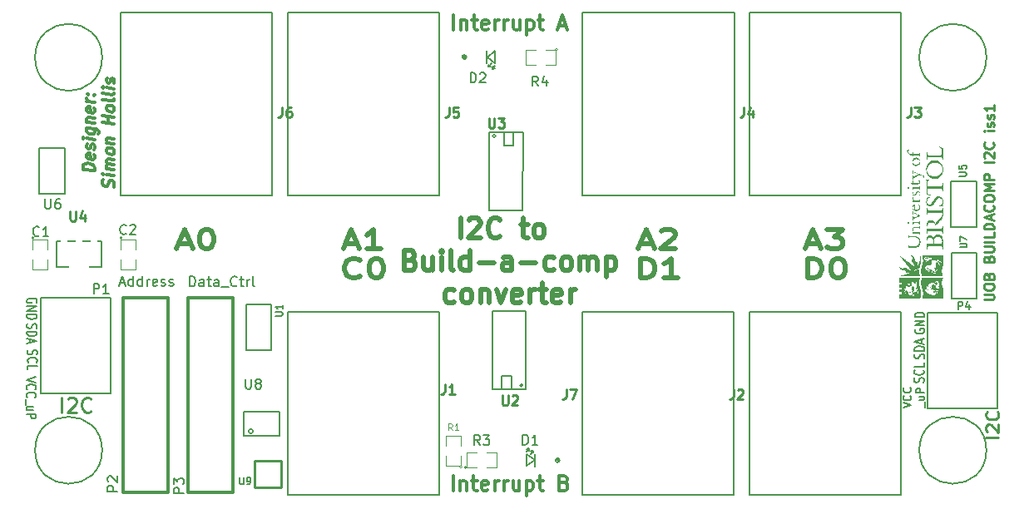
<source format=gto>
G04 (created by PCBNEW (2013-mar-13)-testing) date Tue 15 Oct 2013 18:57:04 BST*
%MOIN*%
G04 Gerber Fmt 3.4, Leading zero omitted, Abs format*
%FSLAX34Y34*%
G01*
G70*
G90*
G04 APERTURE LIST*
%ADD10C,0.005906*%
%ADD11C,0.007874*%
%ADD12C,0.009843*%
%ADD13C,0.011811*%
%ADD14C,0.019685*%
%ADD15C,0.003900*%
%ADD16C,0.005000*%
%ADD17C,0.012000*%
%ADD18C,0.000100*%
%ADD19C,0.009800*%
%ADD20C,0.008000*%
%ADD21C,0.006890*%
%ADD22C,0.004300*%
%ADD23R,0.055000X0.035000*%
%ADD24R,0.062900X0.070900*%
%ADD25R,0.035000X0.055000*%
%ADD26R,0.027600X0.063000*%
%ADD27R,0.027600X0.082700*%
%ADD28R,0.078700X0.108300*%
%ADD29R,0.060000X0.060000*%
%ADD30C,0.060000*%
%ADD31R,0.025600X0.011800*%
%ADD32R,0.031890X0.090551*%
%ADD33R,0.031890X0.090157*%
%ADD34C,0.127953*%
%ADD35R,0.061024X0.016500*%
%ADD36C,0.236220*%
%ADD37R,0.137008X0.050000*%
%ADD38R,0.023622X0.045276*%
%ADD39R,0.017717X0.045276*%
%ADD40R,0.011800X0.025600*%
G04 APERTURE END LIST*
G54D10*
G54D11*
X49997Y-24839D02*
X50016Y-24794D01*
X50016Y-24719D01*
X49997Y-24689D01*
X49979Y-24674D01*
X49941Y-24659D01*
X49904Y-24659D01*
X49866Y-24674D01*
X49847Y-24689D01*
X49829Y-24719D01*
X49810Y-24779D01*
X49791Y-24809D01*
X49772Y-24824D01*
X49735Y-24839D01*
X49697Y-24839D01*
X49660Y-24824D01*
X49641Y-24809D01*
X49622Y-24779D01*
X49622Y-24704D01*
X49641Y-24659D01*
X49979Y-24344D02*
X49997Y-24359D01*
X50016Y-24404D01*
X50016Y-24434D01*
X49997Y-24479D01*
X49960Y-24509D01*
X49922Y-24524D01*
X49847Y-24539D01*
X49791Y-24539D01*
X49716Y-24524D01*
X49679Y-24509D01*
X49641Y-24479D01*
X49622Y-24434D01*
X49622Y-24404D01*
X49641Y-24359D01*
X49660Y-24344D01*
X50016Y-24059D02*
X50016Y-24209D01*
X49622Y-24209D01*
X50013Y-23890D02*
X50032Y-23845D01*
X50032Y-23770D01*
X50013Y-23740D01*
X49994Y-23725D01*
X49957Y-23710D01*
X49919Y-23710D01*
X49882Y-23725D01*
X49863Y-23740D01*
X49844Y-23770D01*
X49826Y-23830D01*
X49807Y-23860D01*
X49788Y-23875D01*
X49751Y-23890D01*
X49713Y-23890D01*
X49676Y-23875D01*
X49657Y-23860D01*
X49638Y-23830D01*
X49638Y-23755D01*
X49657Y-23710D01*
X50032Y-23575D02*
X49638Y-23575D01*
X49638Y-23500D01*
X49657Y-23455D01*
X49694Y-23425D01*
X49732Y-23410D01*
X49807Y-23395D01*
X49863Y-23395D01*
X49938Y-23410D01*
X49976Y-23425D01*
X50013Y-23455D01*
X50032Y-23500D01*
X50032Y-23575D01*
X49919Y-23275D02*
X49919Y-23125D01*
X50032Y-23305D02*
X49638Y-23200D01*
X50032Y-23095D01*
X49661Y-22708D02*
X49642Y-22738D01*
X49642Y-22783D01*
X49661Y-22828D01*
X49698Y-22858D01*
X49736Y-22873D01*
X49811Y-22888D01*
X49867Y-22888D01*
X49942Y-22873D01*
X49980Y-22858D01*
X50017Y-22828D01*
X50036Y-22783D01*
X50036Y-22753D01*
X50017Y-22708D01*
X49998Y-22693D01*
X49867Y-22693D01*
X49867Y-22753D01*
X50036Y-22558D02*
X49642Y-22558D01*
X50036Y-22378D01*
X49642Y-22378D01*
X50036Y-22228D02*
X49642Y-22228D01*
X49642Y-22153D01*
X49661Y-22108D01*
X49698Y-22078D01*
X49736Y-22063D01*
X49811Y-22048D01*
X49867Y-22048D01*
X49942Y-22063D01*
X49980Y-22078D01*
X50017Y-22108D01*
X50036Y-22153D01*
X50036Y-22228D01*
X49185Y-25864D02*
X49500Y-25759D01*
X49185Y-25654D01*
X49470Y-25369D02*
X49485Y-25384D01*
X49500Y-25429D01*
X49500Y-25459D01*
X49485Y-25504D01*
X49455Y-25534D01*
X49425Y-25549D01*
X49365Y-25564D01*
X49320Y-25564D01*
X49260Y-25549D01*
X49230Y-25534D01*
X49200Y-25504D01*
X49185Y-25459D01*
X49185Y-25429D01*
X49200Y-25384D01*
X49215Y-25369D01*
X49470Y-25054D02*
X49485Y-25069D01*
X49500Y-25114D01*
X49500Y-25144D01*
X49485Y-25189D01*
X49455Y-25219D01*
X49425Y-25234D01*
X49365Y-25249D01*
X49320Y-25249D01*
X49260Y-25234D01*
X49230Y-25219D01*
X49200Y-25189D01*
X49185Y-25144D01*
X49185Y-25114D01*
X49200Y-25069D01*
X49215Y-25054D01*
X50050Y-25864D02*
X50050Y-25624D01*
X49810Y-25414D02*
X50020Y-25414D01*
X49810Y-25549D02*
X49975Y-25549D01*
X50005Y-25534D01*
X50020Y-25504D01*
X50020Y-25459D01*
X50005Y-25429D01*
X49990Y-25414D01*
X50020Y-25264D02*
X49705Y-25264D01*
X49705Y-25144D01*
X49720Y-25114D01*
X49735Y-25099D01*
X49765Y-25084D01*
X49810Y-25084D01*
X49840Y-25099D01*
X49855Y-25114D01*
X49870Y-25144D01*
X49870Y-25264D01*
X14440Y-24632D02*
X14046Y-24737D01*
X14440Y-24842D01*
X14083Y-25127D02*
X14065Y-25112D01*
X14046Y-25067D01*
X14046Y-25037D01*
X14065Y-24992D01*
X14102Y-24962D01*
X14140Y-24947D01*
X14215Y-24932D01*
X14271Y-24932D01*
X14346Y-24947D01*
X14383Y-24962D01*
X14421Y-24992D01*
X14440Y-25037D01*
X14440Y-25067D01*
X14421Y-25112D01*
X14402Y-25127D01*
X14083Y-25442D02*
X14065Y-25427D01*
X14046Y-25382D01*
X14046Y-25352D01*
X14065Y-25307D01*
X14102Y-25277D01*
X14140Y-25262D01*
X14215Y-25247D01*
X14271Y-25247D01*
X14346Y-25262D01*
X14383Y-25277D01*
X14421Y-25307D01*
X14440Y-25352D01*
X14440Y-25382D01*
X14421Y-25427D01*
X14402Y-25442D01*
X14008Y-25502D02*
X14008Y-25742D01*
X14308Y-25952D02*
X14046Y-25952D01*
X14308Y-25817D02*
X14102Y-25817D01*
X14065Y-25832D01*
X14046Y-25862D01*
X14046Y-25907D01*
X14065Y-25937D01*
X14083Y-25952D01*
X14046Y-26102D02*
X14440Y-26102D01*
X14440Y-26222D01*
X14421Y-26252D01*
X14402Y-26267D01*
X14365Y-26282D01*
X14308Y-26282D01*
X14271Y-26267D01*
X14252Y-26252D01*
X14233Y-26222D01*
X14233Y-26102D01*
G54D12*
X52422Y-21527D02*
X52740Y-21527D01*
X52778Y-21509D01*
X52797Y-21490D01*
X52815Y-21452D01*
X52815Y-21377D01*
X52797Y-21340D01*
X52778Y-21321D01*
X52740Y-21302D01*
X52422Y-21302D01*
X52422Y-21040D02*
X52422Y-20965D01*
X52440Y-20928D01*
X52478Y-20890D01*
X52553Y-20871D01*
X52684Y-20871D01*
X52759Y-20890D01*
X52797Y-20928D01*
X52815Y-20965D01*
X52815Y-21040D01*
X52797Y-21077D01*
X52759Y-21115D01*
X52684Y-21134D01*
X52553Y-21134D01*
X52478Y-21115D01*
X52440Y-21077D01*
X52422Y-21040D01*
X52609Y-20571D02*
X52628Y-20515D01*
X52647Y-20496D01*
X52684Y-20478D01*
X52740Y-20478D01*
X52778Y-20496D01*
X52797Y-20515D01*
X52815Y-20553D01*
X52815Y-20703D01*
X52422Y-20703D01*
X52422Y-20571D01*
X52440Y-20534D01*
X52459Y-20515D01*
X52497Y-20496D01*
X52534Y-20496D01*
X52572Y-20515D01*
X52590Y-20534D01*
X52609Y-20571D01*
X52609Y-20703D01*
X52609Y-19878D02*
X52628Y-19821D01*
X52647Y-19803D01*
X52684Y-19784D01*
X52740Y-19784D01*
X52778Y-19803D01*
X52797Y-19821D01*
X52815Y-19859D01*
X52815Y-20009D01*
X52422Y-20009D01*
X52422Y-19878D01*
X52440Y-19840D01*
X52459Y-19821D01*
X52497Y-19803D01*
X52534Y-19803D01*
X52572Y-19821D01*
X52590Y-19840D01*
X52609Y-19878D01*
X52609Y-20009D01*
X52422Y-19615D02*
X52740Y-19615D01*
X52778Y-19596D01*
X52797Y-19578D01*
X52815Y-19540D01*
X52815Y-19465D01*
X52797Y-19428D01*
X52778Y-19409D01*
X52740Y-19390D01*
X52422Y-19390D01*
X52815Y-19203D02*
X52422Y-19203D01*
X52815Y-18828D02*
X52815Y-19015D01*
X52422Y-19015D01*
X52815Y-18697D02*
X52422Y-18697D01*
X52422Y-18603D01*
X52440Y-18547D01*
X52478Y-18509D01*
X52515Y-18490D01*
X52590Y-18472D01*
X52647Y-18472D01*
X52722Y-18490D01*
X52759Y-18509D01*
X52797Y-18547D01*
X52815Y-18603D01*
X52815Y-18697D01*
X52703Y-18322D02*
X52703Y-18134D01*
X52815Y-18359D02*
X52422Y-18228D01*
X52815Y-18097D01*
X52778Y-17740D02*
X52797Y-17759D01*
X52815Y-17815D01*
X52815Y-17853D01*
X52797Y-17909D01*
X52759Y-17947D01*
X52722Y-17965D01*
X52647Y-17984D01*
X52590Y-17984D01*
X52515Y-17965D01*
X52478Y-17947D01*
X52440Y-17909D01*
X52422Y-17853D01*
X52422Y-17815D01*
X52440Y-17759D01*
X52459Y-17740D01*
X52422Y-17497D02*
X52422Y-17422D01*
X52440Y-17384D01*
X52478Y-17347D01*
X52553Y-17328D01*
X52684Y-17328D01*
X52759Y-17347D01*
X52797Y-17384D01*
X52815Y-17422D01*
X52815Y-17497D01*
X52797Y-17534D01*
X52759Y-17572D01*
X52684Y-17590D01*
X52553Y-17590D01*
X52478Y-17572D01*
X52440Y-17534D01*
X52422Y-17497D01*
X52815Y-17159D02*
X52422Y-17159D01*
X52703Y-17028D01*
X52422Y-16897D01*
X52815Y-16897D01*
X52815Y-16709D02*
X52422Y-16709D01*
X52422Y-16559D01*
X52440Y-16522D01*
X52459Y-16503D01*
X52497Y-16484D01*
X52553Y-16484D01*
X52590Y-16503D01*
X52609Y-16522D01*
X52628Y-16559D01*
X52628Y-16709D01*
X52815Y-16016D02*
X52422Y-16016D01*
X52459Y-15847D02*
X52440Y-15828D01*
X52422Y-15791D01*
X52422Y-15697D01*
X52440Y-15659D01*
X52459Y-15641D01*
X52497Y-15622D01*
X52534Y-15622D01*
X52590Y-15641D01*
X52815Y-15866D01*
X52815Y-15622D01*
X52778Y-15228D02*
X52797Y-15247D01*
X52815Y-15303D01*
X52815Y-15341D01*
X52797Y-15397D01*
X52759Y-15434D01*
X52722Y-15453D01*
X52647Y-15472D01*
X52590Y-15472D01*
X52515Y-15453D01*
X52478Y-15434D01*
X52440Y-15397D01*
X52422Y-15341D01*
X52422Y-15303D01*
X52440Y-15247D01*
X52459Y-15228D01*
X52815Y-14760D02*
X52553Y-14760D01*
X52422Y-14760D02*
X52440Y-14778D01*
X52459Y-14760D01*
X52440Y-14741D01*
X52422Y-14760D01*
X52459Y-14760D01*
X52797Y-14591D02*
X52815Y-14553D01*
X52815Y-14478D01*
X52797Y-14441D01*
X52759Y-14422D01*
X52740Y-14422D01*
X52703Y-14441D01*
X52684Y-14478D01*
X52684Y-14535D01*
X52665Y-14572D01*
X52628Y-14591D01*
X52609Y-14591D01*
X52572Y-14572D01*
X52553Y-14535D01*
X52553Y-14478D01*
X52572Y-14441D01*
X52797Y-14272D02*
X52815Y-14235D01*
X52815Y-14160D01*
X52797Y-14122D01*
X52759Y-14103D01*
X52740Y-14103D01*
X52703Y-14122D01*
X52684Y-14160D01*
X52684Y-14216D01*
X52665Y-14253D01*
X52628Y-14272D01*
X52609Y-14272D01*
X52572Y-14253D01*
X52553Y-14216D01*
X52553Y-14160D01*
X52572Y-14122D01*
X52815Y-13728D02*
X52815Y-13953D01*
X52815Y-13841D02*
X52422Y-13841D01*
X52478Y-13878D01*
X52515Y-13916D01*
X52534Y-13953D01*
G54D13*
X16788Y-16364D02*
X16316Y-16305D01*
X16316Y-16192D01*
X16338Y-16127D01*
X16383Y-16088D01*
X16428Y-16071D01*
X16518Y-16060D01*
X16586Y-16068D01*
X16676Y-16102D01*
X16721Y-16130D01*
X16766Y-16181D01*
X16788Y-16251D01*
X16788Y-16364D01*
X16766Y-15708D02*
X16788Y-15756D01*
X16788Y-15846D01*
X16766Y-15888D01*
X16721Y-15905D01*
X16541Y-15883D01*
X16496Y-15855D01*
X16473Y-15807D01*
X16473Y-15717D01*
X16496Y-15675D01*
X16541Y-15658D01*
X16586Y-15663D01*
X16631Y-15894D01*
X16766Y-15506D02*
X16788Y-15464D01*
X16788Y-15374D01*
X16766Y-15326D01*
X16721Y-15298D01*
X16698Y-15295D01*
X16653Y-15312D01*
X16631Y-15354D01*
X16631Y-15422D01*
X16608Y-15464D01*
X16563Y-15481D01*
X16541Y-15478D01*
X16496Y-15450D01*
X16473Y-15402D01*
X16473Y-15334D01*
X16496Y-15292D01*
X16788Y-15104D02*
X16473Y-15064D01*
X16316Y-15045D02*
X16338Y-15070D01*
X16361Y-15050D01*
X16338Y-15025D01*
X16316Y-15045D01*
X16361Y-15050D01*
X16473Y-14637D02*
X16856Y-14685D01*
X16901Y-14713D01*
X16923Y-14738D01*
X16946Y-14786D01*
X16946Y-14854D01*
X16923Y-14896D01*
X16766Y-14674D02*
X16788Y-14721D01*
X16788Y-14811D01*
X16766Y-14854D01*
X16743Y-14873D01*
X16698Y-14890D01*
X16563Y-14873D01*
X16518Y-14845D01*
X16496Y-14820D01*
X16473Y-14772D01*
X16473Y-14682D01*
X16496Y-14640D01*
X16473Y-14412D02*
X16788Y-14451D01*
X16518Y-14418D02*
X16496Y-14392D01*
X16473Y-14345D01*
X16473Y-14277D01*
X16496Y-14235D01*
X16541Y-14218D01*
X16788Y-14249D01*
X16766Y-13841D02*
X16788Y-13889D01*
X16788Y-13979D01*
X16766Y-14021D01*
X16721Y-14038D01*
X16541Y-14016D01*
X16496Y-13987D01*
X16473Y-13940D01*
X16473Y-13850D01*
X16496Y-13807D01*
X16541Y-13791D01*
X16586Y-13796D01*
X16631Y-14027D01*
X16788Y-13619D02*
X16473Y-13580D01*
X16563Y-13591D02*
X16518Y-13563D01*
X16496Y-13537D01*
X16473Y-13490D01*
X16473Y-13445D01*
X16743Y-13321D02*
X16766Y-13301D01*
X16788Y-13327D01*
X16766Y-13346D01*
X16743Y-13321D01*
X16788Y-13327D01*
X16496Y-13290D02*
X16518Y-13270D01*
X16541Y-13296D01*
X16518Y-13315D01*
X16496Y-13290D01*
X16541Y-13296D01*
X17545Y-17025D02*
X17568Y-16960D01*
X17568Y-16847D01*
X17545Y-16800D01*
X17523Y-16774D01*
X17478Y-16746D01*
X17433Y-16741D01*
X17388Y-16757D01*
X17365Y-16777D01*
X17343Y-16819D01*
X17320Y-16906D01*
X17298Y-16949D01*
X17275Y-16968D01*
X17230Y-16985D01*
X17185Y-16980D01*
X17140Y-16951D01*
X17118Y-16926D01*
X17095Y-16878D01*
X17095Y-16766D01*
X17118Y-16701D01*
X17568Y-16555D02*
X17253Y-16516D01*
X17095Y-16496D02*
X17118Y-16521D01*
X17140Y-16501D01*
X17118Y-16476D01*
X17095Y-16496D01*
X17140Y-16501D01*
X17568Y-16330D02*
X17253Y-16291D01*
X17298Y-16296D02*
X17275Y-16271D01*
X17253Y-16223D01*
X17253Y-16156D01*
X17275Y-16113D01*
X17320Y-16097D01*
X17568Y-16127D01*
X17320Y-16097D02*
X17275Y-16068D01*
X17253Y-16021D01*
X17253Y-15953D01*
X17275Y-15911D01*
X17320Y-15894D01*
X17568Y-15925D01*
X17568Y-15633D02*
X17545Y-15675D01*
X17523Y-15694D01*
X17478Y-15711D01*
X17343Y-15694D01*
X17298Y-15666D01*
X17275Y-15641D01*
X17253Y-15593D01*
X17253Y-15526D01*
X17275Y-15483D01*
X17298Y-15464D01*
X17343Y-15447D01*
X17478Y-15464D01*
X17523Y-15492D01*
X17545Y-15517D01*
X17568Y-15565D01*
X17568Y-15633D01*
X17253Y-15233D02*
X17568Y-15273D01*
X17298Y-15239D02*
X17275Y-15214D01*
X17253Y-15166D01*
X17253Y-15098D01*
X17275Y-15056D01*
X17320Y-15039D01*
X17568Y-15070D01*
X17568Y-14485D02*
X17095Y-14426D01*
X17320Y-14454D02*
X17320Y-14184D01*
X17568Y-14215D02*
X17095Y-14156D01*
X17568Y-13923D02*
X17545Y-13965D01*
X17523Y-13985D01*
X17478Y-14001D01*
X17343Y-13985D01*
X17298Y-13956D01*
X17275Y-13931D01*
X17253Y-13883D01*
X17253Y-13816D01*
X17275Y-13774D01*
X17298Y-13754D01*
X17343Y-13737D01*
X17478Y-13754D01*
X17523Y-13782D01*
X17545Y-13807D01*
X17568Y-13855D01*
X17568Y-13923D01*
X17568Y-13495D02*
X17545Y-13537D01*
X17500Y-13554D01*
X17095Y-13504D01*
X17568Y-13248D02*
X17545Y-13290D01*
X17500Y-13307D01*
X17095Y-13256D01*
X17568Y-13068D02*
X17253Y-13028D01*
X17095Y-13009D02*
X17118Y-13034D01*
X17140Y-13014D01*
X17118Y-12989D01*
X17095Y-13009D01*
X17140Y-13014D01*
X17545Y-12863D02*
X17568Y-12820D01*
X17568Y-12730D01*
X17545Y-12683D01*
X17500Y-12654D01*
X17478Y-12652D01*
X17433Y-12669D01*
X17410Y-12711D01*
X17410Y-12778D01*
X17388Y-12820D01*
X17343Y-12837D01*
X17320Y-12834D01*
X17275Y-12806D01*
X17253Y-12758D01*
X17253Y-12691D01*
X17275Y-12649D01*
G54D14*
X31455Y-19047D02*
X31455Y-18259D01*
X31793Y-18334D02*
X31830Y-18297D01*
X31905Y-18259D01*
X32093Y-18259D01*
X32168Y-18297D01*
X32205Y-18334D01*
X32243Y-18409D01*
X32243Y-18484D01*
X32205Y-18597D01*
X31755Y-19047D01*
X32243Y-19047D01*
X33030Y-18972D02*
X32993Y-19009D01*
X32880Y-19047D01*
X32805Y-19047D01*
X32693Y-19009D01*
X32618Y-18934D01*
X32580Y-18859D01*
X32543Y-18709D01*
X32543Y-18597D01*
X32580Y-18447D01*
X32618Y-18372D01*
X32693Y-18297D01*
X32805Y-18259D01*
X32880Y-18259D01*
X32993Y-18297D01*
X33030Y-18334D01*
X33855Y-18522D02*
X34155Y-18522D01*
X33967Y-18259D02*
X33967Y-18934D01*
X34005Y-19009D01*
X34080Y-19047D01*
X34155Y-19047D01*
X34530Y-19047D02*
X34455Y-19009D01*
X34417Y-18972D01*
X34380Y-18897D01*
X34380Y-18672D01*
X34417Y-18597D01*
X34455Y-18559D01*
X34530Y-18522D01*
X34642Y-18522D01*
X34717Y-18559D01*
X34755Y-18597D01*
X34792Y-18672D01*
X34792Y-18897D01*
X34755Y-18972D01*
X34717Y-19009D01*
X34642Y-19047D01*
X34530Y-19047D01*
X29449Y-19933D02*
X29562Y-19971D01*
X29599Y-20008D01*
X29637Y-20083D01*
X29637Y-20196D01*
X29599Y-20271D01*
X29562Y-20308D01*
X29487Y-20346D01*
X29187Y-20346D01*
X29187Y-19558D01*
X29449Y-19558D01*
X29524Y-19596D01*
X29562Y-19633D01*
X29599Y-19708D01*
X29599Y-19783D01*
X29562Y-19858D01*
X29524Y-19896D01*
X29449Y-19933D01*
X29187Y-19933D01*
X30312Y-19821D02*
X30312Y-20346D01*
X29974Y-19821D02*
X29974Y-20233D01*
X30012Y-20308D01*
X30087Y-20346D01*
X30199Y-20346D01*
X30274Y-20308D01*
X30312Y-20271D01*
X30687Y-20346D02*
X30687Y-19821D01*
X30687Y-19558D02*
X30649Y-19596D01*
X30687Y-19633D01*
X30724Y-19596D01*
X30687Y-19558D01*
X30687Y-19633D01*
X31174Y-20346D02*
X31099Y-20308D01*
X31062Y-20233D01*
X31062Y-19558D01*
X31811Y-20346D02*
X31811Y-19558D01*
X31811Y-20308D02*
X31736Y-20346D01*
X31586Y-20346D01*
X31511Y-20308D01*
X31474Y-20271D01*
X31437Y-20196D01*
X31437Y-19971D01*
X31474Y-19896D01*
X31511Y-19858D01*
X31586Y-19821D01*
X31736Y-19821D01*
X31811Y-19858D01*
X32186Y-20046D02*
X32786Y-20046D01*
X33499Y-20346D02*
X33499Y-19933D01*
X33461Y-19858D01*
X33386Y-19821D01*
X33236Y-19821D01*
X33161Y-19858D01*
X33499Y-20308D02*
X33424Y-20346D01*
X33236Y-20346D01*
X33161Y-20308D01*
X33124Y-20233D01*
X33124Y-20158D01*
X33161Y-20083D01*
X33236Y-20046D01*
X33424Y-20046D01*
X33499Y-20008D01*
X33874Y-20046D02*
X34474Y-20046D01*
X35186Y-20308D02*
X35111Y-20346D01*
X34961Y-20346D01*
X34886Y-20308D01*
X34849Y-20271D01*
X34811Y-20196D01*
X34811Y-19971D01*
X34849Y-19896D01*
X34886Y-19858D01*
X34961Y-19821D01*
X35111Y-19821D01*
X35186Y-19858D01*
X35636Y-20346D02*
X35561Y-20308D01*
X35523Y-20271D01*
X35486Y-20196D01*
X35486Y-19971D01*
X35523Y-19896D01*
X35561Y-19858D01*
X35636Y-19821D01*
X35748Y-19821D01*
X35823Y-19858D01*
X35861Y-19896D01*
X35898Y-19971D01*
X35898Y-20196D01*
X35861Y-20271D01*
X35823Y-20308D01*
X35748Y-20346D01*
X35636Y-20346D01*
X36236Y-20346D02*
X36236Y-19821D01*
X36236Y-19896D02*
X36273Y-19858D01*
X36348Y-19821D01*
X36461Y-19821D01*
X36536Y-19858D01*
X36573Y-19933D01*
X36573Y-20346D01*
X36573Y-19933D02*
X36611Y-19858D01*
X36686Y-19821D01*
X36798Y-19821D01*
X36873Y-19858D01*
X36911Y-19933D01*
X36911Y-20346D01*
X37286Y-19821D02*
X37286Y-20608D01*
X37286Y-19858D02*
X37361Y-19821D01*
X37511Y-19821D01*
X37586Y-19858D01*
X37623Y-19896D01*
X37661Y-19971D01*
X37661Y-20196D01*
X37623Y-20271D01*
X37586Y-20308D01*
X37511Y-20346D01*
X37361Y-20346D01*
X37286Y-20308D01*
X31193Y-21608D02*
X31118Y-21645D01*
X30968Y-21645D01*
X30893Y-21608D01*
X30855Y-21570D01*
X30818Y-21495D01*
X30818Y-21270D01*
X30855Y-21195D01*
X30893Y-21158D01*
X30968Y-21120D01*
X31118Y-21120D01*
X31193Y-21158D01*
X31643Y-21645D02*
X31568Y-21608D01*
X31530Y-21570D01*
X31493Y-21495D01*
X31493Y-21270D01*
X31530Y-21195D01*
X31568Y-21158D01*
X31643Y-21120D01*
X31755Y-21120D01*
X31830Y-21158D01*
X31868Y-21195D01*
X31905Y-21270D01*
X31905Y-21495D01*
X31868Y-21570D01*
X31830Y-21608D01*
X31755Y-21645D01*
X31643Y-21645D01*
X32243Y-21120D02*
X32243Y-21645D01*
X32243Y-21195D02*
X32280Y-21158D01*
X32355Y-21120D01*
X32468Y-21120D01*
X32543Y-21158D01*
X32580Y-21233D01*
X32580Y-21645D01*
X32880Y-21120D02*
X33068Y-21645D01*
X33255Y-21120D01*
X33855Y-21608D02*
X33780Y-21645D01*
X33630Y-21645D01*
X33555Y-21608D01*
X33517Y-21533D01*
X33517Y-21233D01*
X33555Y-21158D01*
X33630Y-21120D01*
X33780Y-21120D01*
X33855Y-21158D01*
X33892Y-21233D01*
X33892Y-21308D01*
X33517Y-21383D01*
X34230Y-21645D02*
X34230Y-21120D01*
X34230Y-21270D02*
X34267Y-21195D01*
X34305Y-21158D01*
X34380Y-21120D01*
X34455Y-21120D01*
X34605Y-21120D02*
X34905Y-21120D01*
X34717Y-20858D02*
X34717Y-21533D01*
X34755Y-21608D01*
X34830Y-21645D01*
X34905Y-21645D01*
X35467Y-21608D02*
X35392Y-21645D01*
X35242Y-21645D01*
X35167Y-21608D01*
X35130Y-21533D01*
X35130Y-21233D01*
X35167Y-21158D01*
X35242Y-21120D01*
X35392Y-21120D01*
X35467Y-21158D01*
X35505Y-21233D01*
X35505Y-21308D01*
X35130Y-21383D01*
X35842Y-21645D02*
X35842Y-21120D01*
X35842Y-21270D02*
X35880Y-21195D01*
X35917Y-21158D01*
X35992Y-21120D01*
X36067Y-21120D01*
G54D13*
X31157Y-29174D02*
X31157Y-28584D01*
X31438Y-28780D02*
X31438Y-29174D01*
X31438Y-28837D02*
X31466Y-28809D01*
X31522Y-28780D01*
X31607Y-28780D01*
X31663Y-28809D01*
X31691Y-28865D01*
X31691Y-29174D01*
X31888Y-28780D02*
X32113Y-28780D01*
X31972Y-28584D02*
X31972Y-29090D01*
X32000Y-29146D01*
X32057Y-29174D01*
X32113Y-29174D01*
X32535Y-29146D02*
X32478Y-29174D01*
X32366Y-29174D01*
X32310Y-29146D01*
X32282Y-29090D01*
X32282Y-28865D01*
X32310Y-28809D01*
X32366Y-28780D01*
X32478Y-28780D01*
X32535Y-28809D01*
X32563Y-28865D01*
X32563Y-28921D01*
X32282Y-28977D01*
X32816Y-29174D02*
X32816Y-28780D01*
X32816Y-28893D02*
X32844Y-28837D01*
X32872Y-28809D01*
X32928Y-28780D01*
X32985Y-28780D01*
X33181Y-29174D02*
X33181Y-28780D01*
X33181Y-28893D02*
X33210Y-28837D01*
X33238Y-28809D01*
X33294Y-28780D01*
X33350Y-28780D01*
X33800Y-28780D02*
X33800Y-29174D01*
X33547Y-28780D02*
X33547Y-29090D01*
X33575Y-29146D01*
X33631Y-29174D01*
X33716Y-29174D01*
X33772Y-29146D01*
X33800Y-29118D01*
X34081Y-28780D02*
X34081Y-29371D01*
X34081Y-28809D02*
X34138Y-28780D01*
X34250Y-28780D01*
X34306Y-28809D01*
X34334Y-28837D01*
X34363Y-28893D01*
X34363Y-29062D01*
X34334Y-29118D01*
X34306Y-29146D01*
X34250Y-29174D01*
X34138Y-29174D01*
X34081Y-29146D01*
X34531Y-28780D02*
X34756Y-28780D01*
X34616Y-28584D02*
X34616Y-29090D01*
X34644Y-29146D01*
X34700Y-29174D01*
X34756Y-29174D01*
X35600Y-28865D02*
X35684Y-28893D01*
X35712Y-28921D01*
X35741Y-28977D01*
X35741Y-29062D01*
X35712Y-29118D01*
X35684Y-29146D01*
X35628Y-29174D01*
X35403Y-29174D01*
X35403Y-28584D01*
X35600Y-28584D01*
X35656Y-28612D01*
X35684Y-28640D01*
X35712Y-28696D01*
X35712Y-28752D01*
X35684Y-28809D01*
X35656Y-28837D01*
X35600Y-28865D01*
X35403Y-28865D01*
X31169Y-10710D02*
X31169Y-10119D01*
X31451Y-10316D02*
X31451Y-10710D01*
X31451Y-10372D02*
X31479Y-10344D01*
X31535Y-10316D01*
X31619Y-10316D01*
X31676Y-10344D01*
X31704Y-10400D01*
X31704Y-10710D01*
X31901Y-10316D02*
X32125Y-10316D01*
X31985Y-10119D02*
X31985Y-10625D01*
X32013Y-10681D01*
X32069Y-10710D01*
X32125Y-10710D01*
X32547Y-10681D02*
X32491Y-10710D01*
X32379Y-10710D01*
X32322Y-10681D01*
X32294Y-10625D01*
X32294Y-10400D01*
X32322Y-10344D01*
X32379Y-10316D01*
X32491Y-10316D01*
X32547Y-10344D01*
X32575Y-10400D01*
X32575Y-10456D01*
X32294Y-10513D01*
X32829Y-10710D02*
X32829Y-10316D01*
X32829Y-10428D02*
X32857Y-10372D01*
X32885Y-10344D01*
X32941Y-10316D01*
X32997Y-10316D01*
X33194Y-10710D02*
X33194Y-10316D01*
X33194Y-10428D02*
X33222Y-10372D01*
X33250Y-10344D01*
X33307Y-10316D01*
X33363Y-10316D01*
X33813Y-10316D02*
X33813Y-10710D01*
X33560Y-10316D02*
X33560Y-10625D01*
X33588Y-10681D01*
X33644Y-10710D01*
X33728Y-10710D01*
X33785Y-10681D01*
X33813Y-10653D01*
X34094Y-10316D02*
X34094Y-10906D01*
X34094Y-10344D02*
X34150Y-10316D01*
X34263Y-10316D01*
X34319Y-10344D01*
X34347Y-10372D01*
X34375Y-10428D01*
X34375Y-10597D01*
X34347Y-10653D01*
X34319Y-10681D01*
X34263Y-10710D01*
X34150Y-10710D01*
X34094Y-10681D01*
X34544Y-10316D02*
X34769Y-10316D01*
X34628Y-10119D02*
X34628Y-10625D01*
X34656Y-10681D01*
X34713Y-10710D01*
X34769Y-10710D01*
X35388Y-10541D02*
X35669Y-10541D01*
X35331Y-10710D02*
X35528Y-10119D01*
X35725Y-10710D01*
G54D11*
X14448Y-21649D02*
X14467Y-21619D01*
X14467Y-21574D01*
X14448Y-21529D01*
X14411Y-21499D01*
X14373Y-21484D01*
X14298Y-21469D01*
X14242Y-21469D01*
X14167Y-21484D01*
X14130Y-21499D01*
X14092Y-21529D01*
X14073Y-21574D01*
X14073Y-21604D01*
X14092Y-21649D01*
X14111Y-21664D01*
X14242Y-21664D01*
X14242Y-21604D01*
X14073Y-21799D02*
X14467Y-21799D01*
X14073Y-21979D01*
X14467Y-21979D01*
X14073Y-22129D02*
X14467Y-22129D01*
X14467Y-22204D01*
X14448Y-22249D01*
X14411Y-22279D01*
X14373Y-22294D01*
X14298Y-22309D01*
X14242Y-22309D01*
X14167Y-22294D01*
X14130Y-22279D01*
X14092Y-22249D01*
X14073Y-22204D01*
X14073Y-22129D01*
X14092Y-22495D02*
X14073Y-22540D01*
X14073Y-22615D01*
X14092Y-22645D01*
X14111Y-22660D01*
X14148Y-22675D01*
X14186Y-22675D01*
X14223Y-22660D01*
X14242Y-22645D01*
X14261Y-22615D01*
X14280Y-22555D01*
X14298Y-22525D01*
X14317Y-22510D01*
X14355Y-22495D01*
X14392Y-22495D01*
X14430Y-22510D01*
X14448Y-22525D01*
X14467Y-22555D01*
X14467Y-22630D01*
X14448Y-22675D01*
X14073Y-22810D02*
X14467Y-22810D01*
X14467Y-22885D01*
X14448Y-22930D01*
X14411Y-22960D01*
X14373Y-22975D01*
X14298Y-22990D01*
X14242Y-22990D01*
X14167Y-22975D01*
X14130Y-22960D01*
X14092Y-22930D01*
X14073Y-22885D01*
X14073Y-22810D01*
X14186Y-23110D02*
X14186Y-23260D01*
X14073Y-23080D02*
X14467Y-23185D01*
X14073Y-23290D01*
X14108Y-23550D02*
X14089Y-23595D01*
X14089Y-23670D01*
X14108Y-23700D01*
X14127Y-23715D01*
X14164Y-23730D01*
X14202Y-23730D01*
X14239Y-23715D01*
X14258Y-23700D01*
X14277Y-23670D01*
X14295Y-23610D01*
X14314Y-23580D01*
X14333Y-23565D01*
X14370Y-23550D01*
X14408Y-23550D01*
X14445Y-23565D01*
X14464Y-23580D01*
X14483Y-23610D01*
X14483Y-23685D01*
X14464Y-23730D01*
X14127Y-24045D02*
X14108Y-24030D01*
X14089Y-23985D01*
X14089Y-23955D01*
X14108Y-23910D01*
X14145Y-23880D01*
X14183Y-23865D01*
X14258Y-23850D01*
X14314Y-23850D01*
X14389Y-23865D01*
X14427Y-23880D01*
X14464Y-23910D01*
X14483Y-23955D01*
X14483Y-23985D01*
X14464Y-24030D01*
X14445Y-24045D01*
X14089Y-24330D02*
X14089Y-24180D01*
X14483Y-24180D01*
G54D15*
X14346Y-19054D02*
G75*
G03X14346Y-19054I-50J0D01*
G74*
G01*
X14296Y-19504D02*
X14296Y-19104D01*
X14296Y-19104D02*
X14896Y-19104D01*
X14896Y-19104D02*
X14896Y-19504D01*
X14896Y-19904D02*
X14896Y-20304D01*
X14896Y-20304D02*
X14296Y-20304D01*
X14296Y-20304D02*
X14296Y-19904D01*
X17889Y-19054D02*
G75*
G03X17889Y-19054I-50J0D01*
G74*
G01*
X17839Y-19504D02*
X17839Y-19104D01*
X17839Y-19104D02*
X18439Y-19104D01*
X18439Y-19104D02*
X18439Y-19504D01*
X18439Y-19904D02*
X18439Y-20304D01*
X18439Y-20304D02*
X17839Y-20304D01*
X17839Y-20304D02*
X17839Y-19904D01*
G54D10*
X35354Y-27952D02*
G75*
G03X35354Y-27952I-19J0D01*
G74*
G01*
X35374Y-27952D02*
G75*
G03X35374Y-27952I-39J0D01*
G74*
G01*
X34202Y-27568D02*
X34202Y-27480D01*
X34104Y-27500D02*
X34202Y-27568D01*
X34192Y-27480D02*
X34104Y-27500D01*
X34094Y-27627D02*
X34192Y-27480D01*
X34251Y-27716D02*
X34350Y-27568D01*
X34350Y-27568D02*
X34261Y-27588D01*
X34261Y-27588D02*
X34360Y-27657D01*
X34360Y-27657D02*
X34360Y-27568D01*
X34429Y-27706D02*
X34429Y-28218D01*
X34094Y-27706D02*
X34094Y-28198D01*
X34094Y-28198D02*
X34419Y-27942D01*
X34419Y-27942D02*
X34094Y-27706D01*
X35418Y-27962D02*
G75*
G03X35418Y-27962I-84J0D01*
G74*
G01*
X31614Y-11811D02*
G75*
G03X31614Y-11811I-19J0D01*
G74*
G01*
X31633Y-11811D02*
G75*
G03X31633Y-11811I-39J0D01*
G74*
G01*
X32726Y-12194D02*
X32726Y-12283D01*
X32824Y-12263D02*
X32726Y-12194D01*
X32736Y-12283D02*
X32824Y-12263D01*
X32834Y-12135D02*
X32736Y-12283D01*
X32677Y-12047D02*
X32578Y-12194D01*
X32578Y-12194D02*
X32667Y-12175D01*
X32667Y-12175D02*
X32568Y-12106D01*
X32568Y-12106D02*
X32568Y-12194D01*
X32500Y-12057D02*
X32500Y-11545D01*
X32834Y-12057D02*
X32834Y-11564D01*
X32834Y-11564D02*
X32509Y-11820D01*
X32509Y-11820D02*
X32834Y-12057D01*
X31678Y-11801D02*
G75*
G03X31678Y-11801I-84J0D01*
G74*
G01*
G54D15*
X31683Y-28252D02*
G75*
G03X31683Y-28252I-50J0D01*
G74*
G01*
X32083Y-28252D02*
X31683Y-28252D01*
X31683Y-28252D02*
X31683Y-27652D01*
X31683Y-27652D02*
X32083Y-27652D01*
X32483Y-27652D02*
X32883Y-27652D01*
X32883Y-27652D02*
X32883Y-28252D01*
X32883Y-28252D02*
X32483Y-28252D01*
X35345Y-11511D02*
G75*
G03X35345Y-11511I-50J0D01*
G74*
G01*
X34845Y-11511D02*
X35245Y-11511D01*
X35245Y-11511D02*
X35245Y-12111D01*
X35245Y-12111D02*
X34845Y-12111D01*
X34445Y-12111D02*
X34045Y-12111D01*
X34045Y-12111D02*
X34045Y-11511D01*
X34045Y-11511D02*
X34445Y-11511D01*
G54D16*
X15671Y-18700D02*
X15471Y-18700D01*
X15471Y-18700D02*
X15471Y-19170D01*
X15671Y-18700D02*
X15671Y-19170D01*
X16261Y-18700D02*
X16261Y-19170D01*
X16061Y-18700D02*
X16061Y-19170D01*
X16261Y-18700D02*
X16061Y-18700D01*
X16851Y-18700D02*
X16651Y-18700D01*
X16651Y-18700D02*
X16651Y-19170D01*
X16851Y-18700D02*
X16851Y-19170D01*
X16516Y-20395D02*
X15806Y-20395D01*
X15806Y-20395D02*
X15806Y-20200D01*
X16516Y-20395D02*
X16516Y-20200D01*
X17066Y-19170D02*
X17066Y-20200D01*
X17066Y-20200D02*
X15256Y-20200D01*
X15256Y-20200D02*
X15256Y-19170D01*
X15256Y-19170D02*
X17066Y-19170D01*
G54D17*
X19728Y-29264D02*
X17928Y-29264D01*
X17928Y-29264D02*
X17928Y-21464D01*
X17928Y-21464D02*
X19728Y-21464D01*
X19728Y-21464D02*
X19728Y-29264D01*
X22327Y-29264D02*
X20527Y-29264D01*
X20527Y-29264D02*
X20527Y-21464D01*
X20527Y-21464D02*
X22327Y-21464D01*
X22327Y-21464D02*
X22327Y-29264D01*
G54D10*
X52116Y-16781D02*
X51092Y-16781D01*
X51092Y-18631D02*
X52116Y-18631D01*
X52116Y-18631D02*
X52116Y-16781D01*
X51092Y-16781D02*
X51092Y-18631D01*
X52135Y-19645D02*
X51112Y-19645D01*
X51112Y-21496D02*
X52135Y-21496D01*
X52135Y-21496D02*
X52135Y-19645D01*
X51112Y-19645D02*
X51112Y-21496D01*
X22844Y-23553D02*
X23868Y-23553D01*
X23868Y-21702D02*
X22844Y-21702D01*
X22844Y-21702D02*
X22844Y-23553D01*
X23868Y-23553D02*
X23868Y-21702D01*
X14566Y-17283D02*
X15590Y-17283D01*
X15590Y-15433D02*
X14566Y-15433D01*
X14566Y-15433D02*
X14566Y-17283D01*
X15590Y-17283D02*
X15590Y-15433D01*
G54D18*
G36*
X49035Y-21486D02*
X49035Y-21471D01*
X49050Y-21471D01*
X49050Y-21486D01*
X49035Y-21486D01*
X49035Y-21486D01*
G37*
G36*
X49035Y-21471D02*
X49035Y-21456D01*
X49050Y-21456D01*
X49050Y-21471D01*
X49035Y-21471D01*
X49035Y-21471D01*
G37*
G36*
X49035Y-21456D02*
X49035Y-21441D01*
X49050Y-21441D01*
X49050Y-21456D01*
X49035Y-21456D01*
X49035Y-21456D01*
G37*
G36*
X49035Y-21441D02*
X49035Y-21426D01*
X49050Y-21426D01*
X49050Y-21441D01*
X49035Y-21441D01*
X49035Y-21441D01*
G37*
G36*
X49035Y-21426D02*
X49035Y-21411D01*
X49050Y-21411D01*
X49050Y-21426D01*
X49035Y-21426D01*
X49035Y-21426D01*
G37*
G36*
X49035Y-21411D02*
X49035Y-21396D01*
X49050Y-21396D01*
X49050Y-21411D01*
X49035Y-21411D01*
X49035Y-21411D01*
G37*
G36*
X49035Y-21396D02*
X49035Y-21381D01*
X49050Y-21381D01*
X49050Y-21396D01*
X49035Y-21396D01*
X49035Y-21396D01*
G37*
G36*
X49035Y-21381D02*
X49035Y-21366D01*
X49050Y-21366D01*
X49050Y-21381D01*
X49035Y-21381D01*
X49035Y-21381D01*
G37*
G36*
X49035Y-21366D02*
X49035Y-21351D01*
X49050Y-21351D01*
X49050Y-21366D01*
X49035Y-21366D01*
X49035Y-21366D01*
G37*
G36*
X49035Y-21351D02*
X49035Y-21336D01*
X49050Y-21336D01*
X49050Y-21351D01*
X49035Y-21351D01*
X49035Y-21351D01*
G37*
G36*
X49035Y-21336D02*
X49035Y-21321D01*
X49050Y-21321D01*
X49050Y-21336D01*
X49035Y-21336D01*
X49035Y-21336D01*
G37*
G36*
X49035Y-21231D02*
X49035Y-21216D01*
X49050Y-21216D01*
X49050Y-21231D01*
X49035Y-21231D01*
X49035Y-21231D01*
G37*
G36*
X49035Y-21216D02*
X49035Y-21201D01*
X49050Y-21201D01*
X49050Y-21216D01*
X49035Y-21216D01*
X49035Y-21216D01*
G37*
G36*
X49035Y-21201D02*
X49035Y-21186D01*
X49050Y-21186D01*
X49050Y-21201D01*
X49035Y-21201D01*
X49035Y-21201D01*
G37*
G36*
X49035Y-21186D02*
X49035Y-21171D01*
X49050Y-21171D01*
X49050Y-21186D01*
X49035Y-21186D01*
X49035Y-21186D01*
G37*
G36*
X49035Y-21171D02*
X49035Y-21156D01*
X49050Y-21156D01*
X49050Y-21171D01*
X49035Y-21171D01*
X49035Y-21171D01*
G37*
G36*
X49035Y-21156D02*
X49035Y-21141D01*
X49050Y-21141D01*
X49050Y-21156D01*
X49035Y-21156D01*
X49035Y-21156D01*
G37*
G36*
X49035Y-21141D02*
X49035Y-21126D01*
X49050Y-21126D01*
X49050Y-21141D01*
X49035Y-21141D01*
X49035Y-21141D01*
G37*
G36*
X49035Y-21036D02*
X49035Y-21021D01*
X49050Y-21021D01*
X49050Y-21036D01*
X49035Y-21036D01*
X49035Y-21036D01*
G37*
G36*
X49035Y-21021D02*
X49035Y-21006D01*
X49050Y-21006D01*
X49050Y-21021D01*
X49035Y-21021D01*
X49035Y-21021D01*
G37*
G36*
X49035Y-21006D02*
X49035Y-20991D01*
X49050Y-20991D01*
X49050Y-21006D01*
X49035Y-21006D01*
X49035Y-21006D01*
G37*
G36*
X49035Y-20991D02*
X49035Y-20976D01*
X49050Y-20976D01*
X49050Y-20991D01*
X49035Y-20991D01*
X49035Y-20991D01*
G37*
G36*
X49035Y-20976D02*
X49035Y-20961D01*
X49050Y-20961D01*
X49050Y-20976D01*
X49035Y-20976D01*
X49035Y-20976D01*
G37*
G36*
X49035Y-20961D02*
X49035Y-20946D01*
X49050Y-20946D01*
X49050Y-20961D01*
X49035Y-20961D01*
X49035Y-20961D01*
G37*
G36*
X49035Y-20946D02*
X49035Y-20931D01*
X49050Y-20931D01*
X49050Y-20946D01*
X49035Y-20946D01*
X49035Y-20946D01*
G37*
G36*
X49035Y-20841D02*
X49035Y-20826D01*
X49050Y-20826D01*
X49050Y-20841D01*
X49035Y-20841D01*
X49035Y-20841D01*
G37*
G36*
X49035Y-20826D02*
X49035Y-20811D01*
X49050Y-20811D01*
X49050Y-20826D01*
X49035Y-20826D01*
X49035Y-20826D01*
G37*
G36*
X49035Y-20811D02*
X49035Y-20796D01*
X49050Y-20796D01*
X49050Y-20811D01*
X49035Y-20811D01*
X49035Y-20811D01*
G37*
G36*
X49035Y-20796D02*
X49035Y-20781D01*
X49050Y-20781D01*
X49050Y-20796D01*
X49035Y-20796D01*
X49035Y-20796D01*
G37*
G36*
X49035Y-20781D02*
X49035Y-20766D01*
X49050Y-20766D01*
X49050Y-20781D01*
X49035Y-20781D01*
X49035Y-20781D01*
G37*
G36*
X49035Y-20766D02*
X49035Y-20751D01*
X49050Y-20751D01*
X49050Y-20766D01*
X49035Y-20766D01*
X49035Y-20766D01*
G37*
G36*
X49035Y-20751D02*
X49035Y-20736D01*
X49050Y-20736D01*
X49050Y-20751D01*
X49035Y-20751D01*
X49035Y-20751D01*
G37*
G36*
X49035Y-20736D02*
X49035Y-20721D01*
X49050Y-20721D01*
X49050Y-20736D01*
X49035Y-20736D01*
X49035Y-20736D01*
G37*
G36*
X49035Y-20721D02*
X49035Y-20706D01*
X49050Y-20706D01*
X49050Y-20721D01*
X49035Y-20721D01*
X49035Y-20721D01*
G37*
G36*
X49035Y-20706D02*
X49035Y-20691D01*
X49050Y-20691D01*
X49050Y-20706D01*
X49035Y-20706D01*
X49035Y-20706D01*
G37*
G36*
X49035Y-20691D02*
X49035Y-20676D01*
X49050Y-20676D01*
X49050Y-20691D01*
X49035Y-20691D01*
X49035Y-20691D01*
G37*
G36*
X49035Y-20676D02*
X49035Y-20661D01*
X49050Y-20661D01*
X49050Y-20676D01*
X49035Y-20676D01*
X49035Y-20676D01*
G37*
G36*
X49035Y-20586D02*
X49035Y-20571D01*
X49050Y-20571D01*
X49050Y-20586D01*
X49035Y-20586D01*
X49035Y-20586D01*
G37*
G36*
X49035Y-20256D02*
X49035Y-20241D01*
X49050Y-20241D01*
X49050Y-20256D01*
X49035Y-20256D01*
X49035Y-20256D01*
G37*
G36*
X49035Y-20241D02*
X49035Y-20226D01*
X49050Y-20226D01*
X49050Y-20241D01*
X49035Y-20241D01*
X49035Y-20241D01*
G37*
G36*
X49035Y-20226D02*
X49035Y-20211D01*
X49050Y-20211D01*
X49050Y-20226D01*
X49035Y-20226D01*
X49035Y-20226D01*
G37*
G36*
X49050Y-21486D02*
X49050Y-21471D01*
X49065Y-21471D01*
X49065Y-21486D01*
X49050Y-21486D01*
X49050Y-21486D01*
G37*
G36*
X49050Y-21471D02*
X49050Y-21456D01*
X49065Y-21456D01*
X49065Y-21471D01*
X49050Y-21471D01*
X49050Y-21471D01*
G37*
G36*
X49050Y-21456D02*
X49050Y-21441D01*
X49065Y-21441D01*
X49065Y-21456D01*
X49050Y-21456D01*
X49050Y-21456D01*
G37*
G36*
X49050Y-21441D02*
X49050Y-21426D01*
X49065Y-21426D01*
X49065Y-21441D01*
X49050Y-21441D01*
X49050Y-21441D01*
G37*
G36*
X49050Y-21426D02*
X49050Y-21411D01*
X49065Y-21411D01*
X49065Y-21426D01*
X49050Y-21426D01*
X49050Y-21426D01*
G37*
G36*
X49050Y-21411D02*
X49050Y-21396D01*
X49065Y-21396D01*
X49065Y-21411D01*
X49050Y-21411D01*
X49050Y-21411D01*
G37*
G36*
X49050Y-21396D02*
X49050Y-21381D01*
X49065Y-21381D01*
X49065Y-21396D01*
X49050Y-21396D01*
X49050Y-21396D01*
G37*
G36*
X49050Y-21381D02*
X49050Y-21366D01*
X49065Y-21366D01*
X49065Y-21381D01*
X49050Y-21381D01*
X49050Y-21381D01*
G37*
G36*
X49050Y-21366D02*
X49050Y-21351D01*
X49065Y-21351D01*
X49065Y-21366D01*
X49050Y-21366D01*
X49050Y-21366D01*
G37*
G36*
X49050Y-21351D02*
X49050Y-21336D01*
X49065Y-21336D01*
X49065Y-21351D01*
X49050Y-21351D01*
X49050Y-21351D01*
G37*
G36*
X49050Y-21336D02*
X49050Y-21321D01*
X49065Y-21321D01*
X49065Y-21336D01*
X49050Y-21336D01*
X49050Y-21336D01*
G37*
G36*
X49050Y-21231D02*
X49050Y-21216D01*
X49065Y-21216D01*
X49065Y-21231D01*
X49050Y-21231D01*
X49050Y-21231D01*
G37*
G36*
X49050Y-21216D02*
X49050Y-21201D01*
X49065Y-21201D01*
X49065Y-21216D01*
X49050Y-21216D01*
X49050Y-21216D01*
G37*
G36*
X49050Y-21201D02*
X49050Y-21186D01*
X49065Y-21186D01*
X49065Y-21201D01*
X49050Y-21201D01*
X49050Y-21201D01*
G37*
G36*
X49050Y-21186D02*
X49050Y-21171D01*
X49065Y-21171D01*
X49065Y-21186D01*
X49050Y-21186D01*
X49050Y-21186D01*
G37*
G36*
X49050Y-21171D02*
X49050Y-21156D01*
X49065Y-21156D01*
X49065Y-21171D01*
X49050Y-21171D01*
X49050Y-21171D01*
G37*
G36*
X49050Y-21156D02*
X49050Y-21141D01*
X49065Y-21141D01*
X49065Y-21156D01*
X49050Y-21156D01*
X49050Y-21156D01*
G37*
G36*
X49050Y-21141D02*
X49050Y-21126D01*
X49065Y-21126D01*
X49065Y-21141D01*
X49050Y-21141D01*
X49050Y-21141D01*
G37*
G36*
X49050Y-21036D02*
X49050Y-21021D01*
X49065Y-21021D01*
X49065Y-21036D01*
X49050Y-21036D01*
X49050Y-21036D01*
G37*
G36*
X49050Y-21021D02*
X49050Y-21006D01*
X49065Y-21006D01*
X49065Y-21021D01*
X49050Y-21021D01*
X49050Y-21021D01*
G37*
G36*
X49050Y-21006D02*
X49050Y-20991D01*
X49065Y-20991D01*
X49065Y-21006D01*
X49050Y-21006D01*
X49050Y-21006D01*
G37*
G36*
X49050Y-20991D02*
X49050Y-20976D01*
X49065Y-20976D01*
X49065Y-20991D01*
X49050Y-20991D01*
X49050Y-20991D01*
G37*
G36*
X49050Y-20976D02*
X49050Y-20961D01*
X49065Y-20961D01*
X49065Y-20976D01*
X49050Y-20976D01*
X49050Y-20976D01*
G37*
G36*
X49050Y-20961D02*
X49050Y-20946D01*
X49065Y-20946D01*
X49065Y-20961D01*
X49050Y-20961D01*
X49050Y-20961D01*
G37*
G36*
X49050Y-20946D02*
X49050Y-20931D01*
X49065Y-20931D01*
X49065Y-20946D01*
X49050Y-20946D01*
X49050Y-20946D01*
G37*
G36*
X49050Y-20841D02*
X49050Y-20826D01*
X49065Y-20826D01*
X49065Y-20841D01*
X49050Y-20841D01*
X49050Y-20841D01*
G37*
G36*
X49050Y-20826D02*
X49050Y-20811D01*
X49065Y-20811D01*
X49065Y-20826D01*
X49050Y-20826D01*
X49050Y-20826D01*
G37*
G36*
X49050Y-20811D02*
X49050Y-20796D01*
X49065Y-20796D01*
X49065Y-20811D01*
X49050Y-20811D01*
X49050Y-20811D01*
G37*
G36*
X49050Y-20796D02*
X49050Y-20781D01*
X49065Y-20781D01*
X49065Y-20796D01*
X49050Y-20796D01*
X49050Y-20796D01*
G37*
G36*
X49050Y-20781D02*
X49050Y-20766D01*
X49065Y-20766D01*
X49065Y-20781D01*
X49050Y-20781D01*
X49050Y-20781D01*
G37*
G36*
X49050Y-20766D02*
X49050Y-20751D01*
X49065Y-20751D01*
X49065Y-20766D01*
X49050Y-20766D01*
X49050Y-20766D01*
G37*
G36*
X49050Y-20751D02*
X49050Y-20736D01*
X49065Y-20736D01*
X49065Y-20751D01*
X49050Y-20751D01*
X49050Y-20751D01*
G37*
G36*
X49050Y-20736D02*
X49050Y-20721D01*
X49065Y-20721D01*
X49065Y-20736D01*
X49050Y-20736D01*
X49050Y-20736D01*
G37*
G36*
X49050Y-20721D02*
X49050Y-20706D01*
X49065Y-20706D01*
X49065Y-20721D01*
X49050Y-20721D01*
X49050Y-20721D01*
G37*
G36*
X49050Y-20706D02*
X49050Y-20691D01*
X49065Y-20691D01*
X49065Y-20706D01*
X49050Y-20706D01*
X49050Y-20706D01*
G37*
G36*
X49050Y-20691D02*
X49050Y-20676D01*
X49065Y-20676D01*
X49065Y-20691D01*
X49050Y-20691D01*
X49050Y-20691D01*
G37*
G36*
X49050Y-20676D02*
X49050Y-20661D01*
X49065Y-20661D01*
X49065Y-20676D01*
X49050Y-20676D01*
X49050Y-20676D01*
G37*
G36*
X49050Y-20586D02*
X49050Y-20571D01*
X49065Y-20571D01*
X49065Y-20586D01*
X49050Y-20586D01*
X49050Y-20586D01*
G37*
G36*
X49050Y-20286D02*
X49050Y-20271D01*
X49065Y-20271D01*
X49065Y-20286D01*
X49050Y-20286D01*
X49050Y-20286D01*
G37*
G36*
X49050Y-20271D02*
X49050Y-20256D01*
X49065Y-20256D01*
X49065Y-20271D01*
X49050Y-20271D01*
X49050Y-20271D01*
G37*
G36*
X49050Y-20256D02*
X49050Y-20241D01*
X49065Y-20241D01*
X49065Y-20256D01*
X49050Y-20256D01*
X49050Y-20256D01*
G37*
G36*
X49050Y-20241D02*
X49050Y-20226D01*
X49065Y-20226D01*
X49065Y-20241D01*
X49050Y-20241D01*
X49050Y-20241D01*
G37*
G36*
X49050Y-19791D02*
X49050Y-19776D01*
X49065Y-19776D01*
X49065Y-19791D01*
X49050Y-19791D01*
X49050Y-19791D01*
G37*
G36*
X49065Y-21486D02*
X49065Y-21471D01*
X49080Y-21471D01*
X49080Y-21486D01*
X49065Y-21486D01*
X49065Y-21486D01*
G37*
G36*
X49065Y-21471D02*
X49065Y-21456D01*
X49080Y-21456D01*
X49080Y-21471D01*
X49065Y-21471D01*
X49065Y-21471D01*
G37*
G36*
X49065Y-21456D02*
X49065Y-21441D01*
X49080Y-21441D01*
X49080Y-21456D01*
X49065Y-21456D01*
X49065Y-21456D01*
G37*
G36*
X49065Y-21441D02*
X49065Y-21426D01*
X49080Y-21426D01*
X49080Y-21441D01*
X49065Y-21441D01*
X49065Y-21441D01*
G37*
G36*
X49065Y-21426D02*
X49065Y-21411D01*
X49080Y-21411D01*
X49080Y-21426D01*
X49065Y-21426D01*
X49065Y-21426D01*
G37*
G36*
X49065Y-21411D02*
X49065Y-21396D01*
X49080Y-21396D01*
X49080Y-21411D01*
X49065Y-21411D01*
X49065Y-21411D01*
G37*
G36*
X49065Y-21396D02*
X49065Y-21381D01*
X49080Y-21381D01*
X49080Y-21396D01*
X49065Y-21396D01*
X49065Y-21396D01*
G37*
G36*
X49065Y-21381D02*
X49065Y-21366D01*
X49080Y-21366D01*
X49080Y-21381D01*
X49065Y-21381D01*
X49065Y-21381D01*
G37*
G36*
X49065Y-21366D02*
X49065Y-21351D01*
X49080Y-21351D01*
X49080Y-21366D01*
X49065Y-21366D01*
X49065Y-21366D01*
G37*
G36*
X49065Y-21351D02*
X49065Y-21336D01*
X49080Y-21336D01*
X49080Y-21351D01*
X49065Y-21351D01*
X49065Y-21351D01*
G37*
G36*
X49065Y-21336D02*
X49065Y-21321D01*
X49080Y-21321D01*
X49080Y-21336D01*
X49065Y-21336D01*
X49065Y-21336D01*
G37*
G36*
X49065Y-21231D02*
X49065Y-21216D01*
X49080Y-21216D01*
X49080Y-21231D01*
X49065Y-21231D01*
X49065Y-21231D01*
G37*
G36*
X49065Y-21216D02*
X49065Y-21201D01*
X49080Y-21201D01*
X49080Y-21216D01*
X49065Y-21216D01*
X49065Y-21216D01*
G37*
G36*
X49065Y-21201D02*
X49065Y-21186D01*
X49080Y-21186D01*
X49080Y-21201D01*
X49065Y-21201D01*
X49065Y-21201D01*
G37*
G36*
X49065Y-21186D02*
X49065Y-21171D01*
X49080Y-21171D01*
X49080Y-21186D01*
X49065Y-21186D01*
X49065Y-21186D01*
G37*
G36*
X49065Y-21171D02*
X49065Y-21156D01*
X49080Y-21156D01*
X49080Y-21171D01*
X49065Y-21171D01*
X49065Y-21171D01*
G37*
G36*
X49065Y-21156D02*
X49065Y-21141D01*
X49080Y-21141D01*
X49080Y-21156D01*
X49065Y-21156D01*
X49065Y-21156D01*
G37*
G36*
X49065Y-21141D02*
X49065Y-21126D01*
X49080Y-21126D01*
X49080Y-21141D01*
X49065Y-21141D01*
X49065Y-21141D01*
G37*
G36*
X49065Y-21036D02*
X49065Y-21021D01*
X49080Y-21021D01*
X49080Y-21036D01*
X49065Y-21036D01*
X49065Y-21036D01*
G37*
G36*
X49065Y-21021D02*
X49065Y-21006D01*
X49080Y-21006D01*
X49080Y-21021D01*
X49065Y-21021D01*
X49065Y-21021D01*
G37*
G36*
X49065Y-21006D02*
X49065Y-20991D01*
X49080Y-20991D01*
X49080Y-21006D01*
X49065Y-21006D01*
X49065Y-21006D01*
G37*
G36*
X49065Y-20991D02*
X49065Y-20976D01*
X49080Y-20976D01*
X49080Y-20991D01*
X49065Y-20991D01*
X49065Y-20991D01*
G37*
G36*
X49065Y-20976D02*
X49065Y-20961D01*
X49080Y-20961D01*
X49080Y-20976D01*
X49065Y-20976D01*
X49065Y-20976D01*
G37*
G36*
X49065Y-20961D02*
X49065Y-20946D01*
X49080Y-20946D01*
X49080Y-20961D01*
X49065Y-20961D01*
X49065Y-20961D01*
G37*
G36*
X49065Y-20946D02*
X49065Y-20931D01*
X49080Y-20931D01*
X49080Y-20946D01*
X49065Y-20946D01*
X49065Y-20946D01*
G37*
G36*
X49065Y-20841D02*
X49065Y-20826D01*
X49080Y-20826D01*
X49080Y-20841D01*
X49065Y-20841D01*
X49065Y-20841D01*
G37*
G36*
X49065Y-20826D02*
X49065Y-20811D01*
X49080Y-20811D01*
X49080Y-20826D01*
X49065Y-20826D01*
X49065Y-20826D01*
G37*
G36*
X49065Y-20811D02*
X49065Y-20796D01*
X49080Y-20796D01*
X49080Y-20811D01*
X49065Y-20811D01*
X49065Y-20811D01*
G37*
G36*
X49065Y-20796D02*
X49065Y-20781D01*
X49080Y-20781D01*
X49080Y-20796D01*
X49065Y-20796D01*
X49065Y-20796D01*
G37*
G36*
X49065Y-20781D02*
X49065Y-20766D01*
X49080Y-20766D01*
X49080Y-20781D01*
X49065Y-20781D01*
X49065Y-20781D01*
G37*
G36*
X49065Y-20766D02*
X49065Y-20751D01*
X49080Y-20751D01*
X49080Y-20766D01*
X49065Y-20766D01*
X49065Y-20766D01*
G37*
G36*
X49065Y-20751D02*
X49065Y-20736D01*
X49080Y-20736D01*
X49080Y-20751D01*
X49065Y-20751D01*
X49065Y-20751D01*
G37*
G36*
X49065Y-20736D02*
X49065Y-20721D01*
X49080Y-20721D01*
X49080Y-20736D01*
X49065Y-20736D01*
X49065Y-20736D01*
G37*
G36*
X49065Y-20721D02*
X49065Y-20706D01*
X49080Y-20706D01*
X49080Y-20721D01*
X49065Y-20721D01*
X49065Y-20721D01*
G37*
G36*
X49065Y-20706D02*
X49065Y-20691D01*
X49080Y-20691D01*
X49080Y-20706D01*
X49065Y-20706D01*
X49065Y-20706D01*
G37*
G36*
X49065Y-20691D02*
X49065Y-20676D01*
X49080Y-20676D01*
X49080Y-20691D01*
X49065Y-20691D01*
X49065Y-20691D01*
G37*
G36*
X49065Y-20676D02*
X49065Y-20661D01*
X49080Y-20661D01*
X49080Y-20676D01*
X49065Y-20676D01*
X49065Y-20676D01*
G37*
G36*
X49065Y-20586D02*
X49065Y-20571D01*
X49080Y-20571D01*
X49080Y-20586D01*
X49065Y-20586D01*
X49065Y-20586D01*
G37*
G36*
X49065Y-20316D02*
X49065Y-20301D01*
X49080Y-20301D01*
X49080Y-20316D01*
X49065Y-20316D01*
X49065Y-20316D01*
G37*
G36*
X49065Y-20301D02*
X49065Y-20286D01*
X49080Y-20286D01*
X49080Y-20301D01*
X49065Y-20301D01*
X49065Y-20301D01*
G37*
G36*
X49065Y-20286D02*
X49065Y-20271D01*
X49080Y-20271D01*
X49080Y-20286D01*
X49065Y-20286D01*
X49065Y-20286D01*
G37*
G36*
X49065Y-20271D02*
X49065Y-20256D01*
X49080Y-20256D01*
X49080Y-20271D01*
X49065Y-20271D01*
X49065Y-20271D01*
G37*
G36*
X49065Y-20256D02*
X49065Y-20241D01*
X49080Y-20241D01*
X49080Y-20256D01*
X49065Y-20256D01*
X49065Y-20256D01*
G37*
G36*
X49065Y-19806D02*
X49065Y-19791D01*
X49080Y-19791D01*
X49080Y-19806D01*
X49065Y-19806D01*
X49065Y-19806D01*
G37*
G36*
X49065Y-19791D02*
X49065Y-19776D01*
X49080Y-19776D01*
X49080Y-19791D01*
X49065Y-19791D01*
X49065Y-19791D01*
G37*
G36*
X49080Y-21486D02*
X49080Y-21471D01*
X49095Y-21471D01*
X49095Y-21486D01*
X49080Y-21486D01*
X49080Y-21486D01*
G37*
G36*
X49080Y-21471D02*
X49080Y-21456D01*
X49095Y-21456D01*
X49095Y-21471D01*
X49080Y-21471D01*
X49080Y-21471D01*
G37*
G36*
X49080Y-21456D02*
X49080Y-21441D01*
X49095Y-21441D01*
X49095Y-21456D01*
X49080Y-21456D01*
X49080Y-21456D01*
G37*
G36*
X49080Y-21441D02*
X49080Y-21426D01*
X49095Y-21426D01*
X49095Y-21441D01*
X49080Y-21441D01*
X49080Y-21441D01*
G37*
G36*
X49080Y-21426D02*
X49080Y-21411D01*
X49095Y-21411D01*
X49095Y-21426D01*
X49080Y-21426D01*
X49080Y-21426D01*
G37*
G36*
X49080Y-21411D02*
X49080Y-21396D01*
X49095Y-21396D01*
X49095Y-21411D01*
X49080Y-21411D01*
X49080Y-21411D01*
G37*
G36*
X49080Y-21396D02*
X49080Y-21381D01*
X49095Y-21381D01*
X49095Y-21396D01*
X49080Y-21396D01*
X49080Y-21396D01*
G37*
G36*
X49080Y-21381D02*
X49080Y-21366D01*
X49095Y-21366D01*
X49095Y-21381D01*
X49080Y-21381D01*
X49080Y-21381D01*
G37*
G36*
X49080Y-21366D02*
X49080Y-21351D01*
X49095Y-21351D01*
X49095Y-21366D01*
X49080Y-21366D01*
X49080Y-21366D01*
G37*
G36*
X49080Y-21351D02*
X49080Y-21336D01*
X49095Y-21336D01*
X49095Y-21351D01*
X49080Y-21351D01*
X49080Y-21351D01*
G37*
G36*
X49080Y-21336D02*
X49080Y-21321D01*
X49095Y-21321D01*
X49095Y-21336D01*
X49080Y-21336D01*
X49080Y-21336D01*
G37*
G36*
X49080Y-21231D02*
X49080Y-21216D01*
X49095Y-21216D01*
X49095Y-21231D01*
X49080Y-21231D01*
X49080Y-21231D01*
G37*
G36*
X49080Y-21216D02*
X49080Y-21201D01*
X49095Y-21201D01*
X49095Y-21216D01*
X49080Y-21216D01*
X49080Y-21216D01*
G37*
G36*
X49080Y-21201D02*
X49080Y-21186D01*
X49095Y-21186D01*
X49095Y-21201D01*
X49080Y-21201D01*
X49080Y-21201D01*
G37*
G36*
X49080Y-21186D02*
X49080Y-21171D01*
X49095Y-21171D01*
X49095Y-21186D01*
X49080Y-21186D01*
X49080Y-21186D01*
G37*
G36*
X49080Y-21171D02*
X49080Y-21156D01*
X49095Y-21156D01*
X49095Y-21171D01*
X49080Y-21171D01*
X49080Y-21171D01*
G37*
G36*
X49080Y-21156D02*
X49080Y-21141D01*
X49095Y-21141D01*
X49095Y-21156D01*
X49080Y-21156D01*
X49080Y-21156D01*
G37*
G36*
X49080Y-21141D02*
X49080Y-21126D01*
X49095Y-21126D01*
X49095Y-21141D01*
X49080Y-21141D01*
X49080Y-21141D01*
G37*
G36*
X49080Y-21036D02*
X49080Y-21021D01*
X49095Y-21021D01*
X49095Y-21036D01*
X49080Y-21036D01*
X49080Y-21036D01*
G37*
G36*
X49080Y-21021D02*
X49080Y-21006D01*
X49095Y-21006D01*
X49095Y-21021D01*
X49080Y-21021D01*
X49080Y-21021D01*
G37*
G36*
X49080Y-21006D02*
X49080Y-20991D01*
X49095Y-20991D01*
X49095Y-21006D01*
X49080Y-21006D01*
X49080Y-21006D01*
G37*
G36*
X49080Y-20991D02*
X49080Y-20976D01*
X49095Y-20976D01*
X49095Y-20991D01*
X49080Y-20991D01*
X49080Y-20991D01*
G37*
G36*
X49080Y-20976D02*
X49080Y-20961D01*
X49095Y-20961D01*
X49095Y-20976D01*
X49080Y-20976D01*
X49080Y-20976D01*
G37*
G36*
X49080Y-20961D02*
X49080Y-20946D01*
X49095Y-20946D01*
X49095Y-20961D01*
X49080Y-20961D01*
X49080Y-20961D01*
G37*
G36*
X49080Y-20946D02*
X49080Y-20931D01*
X49095Y-20931D01*
X49095Y-20946D01*
X49080Y-20946D01*
X49080Y-20946D01*
G37*
G36*
X49080Y-20841D02*
X49080Y-20826D01*
X49095Y-20826D01*
X49095Y-20841D01*
X49080Y-20841D01*
X49080Y-20841D01*
G37*
G36*
X49080Y-20826D02*
X49080Y-20811D01*
X49095Y-20811D01*
X49095Y-20826D01*
X49080Y-20826D01*
X49080Y-20826D01*
G37*
G36*
X49080Y-20811D02*
X49080Y-20796D01*
X49095Y-20796D01*
X49095Y-20811D01*
X49080Y-20811D01*
X49080Y-20811D01*
G37*
G36*
X49080Y-20796D02*
X49080Y-20781D01*
X49095Y-20781D01*
X49095Y-20796D01*
X49080Y-20796D01*
X49080Y-20796D01*
G37*
G36*
X49080Y-20781D02*
X49080Y-20766D01*
X49095Y-20766D01*
X49095Y-20781D01*
X49080Y-20781D01*
X49080Y-20781D01*
G37*
G36*
X49080Y-20766D02*
X49080Y-20751D01*
X49095Y-20751D01*
X49095Y-20766D01*
X49080Y-20766D01*
X49080Y-20766D01*
G37*
G36*
X49080Y-20751D02*
X49080Y-20736D01*
X49095Y-20736D01*
X49095Y-20751D01*
X49080Y-20751D01*
X49080Y-20751D01*
G37*
G36*
X49080Y-20736D02*
X49080Y-20721D01*
X49095Y-20721D01*
X49095Y-20736D01*
X49080Y-20736D01*
X49080Y-20736D01*
G37*
G36*
X49080Y-20721D02*
X49080Y-20706D01*
X49095Y-20706D01*
X49095Y-20721D01*
X49080Y-20721D01*
X49080Y-20721D01*
G37*
G36*
X49080Y-20706D02*
X49080Y-20691D01*
X49095Y-20691D01*
X49095Y-20706D01*
X49080Y-20706D01*
X49080Y-20706D01*
G37*
G36*
X49080Y-20691D02*
X49080Y-20676D01*
X49095Y-20676D01*
X49095Y-20691D01*
X49080Y-20691D01*
X49080Y-20691D01*
G37*
G36*
X49080Y-20676D02*
X49080Y-20661D01*
X49095Y-20661D01*
X49095Y-20676D01*
X49080Y-20676D01*
X49080Y-20676D01*
G37*
G36*
X49080Y-20586D02*
X49080Y-20571D01*
X49095Y-20571D01*
X49095Y-20586D01*
X49080Y-20586D01*
X49080Y-20586D01*
G37*
G36*
X49080Y-20571D02*
X49080Y-20556D01*
X49095Y-20556D01*
X49095Y-20571D01*
X49080Y-20571D01*
X49080Y-20571D01*
G37*
G36*
X49080Y-20331D02*
X49080Y-20316D01*
X49095Y-20316D01*
X49095Y-20331D01*
X49080Y-20331D01*
X49080Y-20331D01*
G37*
G36*
X49080Y-20316D02*
X49080Y-20301D01*
X49095Y-20301D01*
X49095Y-20316D01*
X49080Y-20316D01*
X49080Y-20316D01*
G37*
G36*
X49080Y-20301D02*
X49080Y-20286D01*
X49095Y-20286D01*
X49095Y-20301D01*
X49080Y-20301D01*
X49080Y-20301D01*
G37*
G36*
X49080Y-20286D02*
X49080Y-20271D01*
X49095Y-20271D01*
X49095Y-20286D01*
X49080Y-20286D01*
X49080Y-20286D01*
G37*
G36*
X49080Y-20271D02*
X49080Y-20256D01*
X49095Y-20256D01*
X49095Y-20271D01*
X49080Y-20271D01*
X49080Y-20271D01*
G37*
G36*
X49080Y-19821D02*
X49080Y-19806D01*
X49095Y-19806D01*
X49095Y-19821D01*
X49080Y-19821D01*
X49080Y-19821D01*
G37*
G36*
X49080Y-19806D02*
X49080Y-19791D01*
X49095Y-19791D01*
X49095Y-19806D01*
X49080Y-19806D01*
X49080Y-19806D01*
G37*
G36*
X49095Y-21486D02*
X49095Y-21471D01*
X49110Y-21471D01*
X49110Y-21486D01*
X49095Y-21486D01*
X49095Y-21486D01*
G37*
G36*
X49095Y-21471D02*
X49095Y-21456D01*
X49110Y-21456D01*
X49110Y-21471D01*
X49095Y-21471D01*
X49095Y-21471D01*
G37*
G36*
X49095Y-21456D02*
X49095Y-21441D01*
X49110Y-21441D01*
X49110Y-21456D01*
X49095Y-21456D01*
X49095Y-21456D01*
G37*
G36*
X49095Y-21441D02*
X49095Y-21426D01*
X49110Y-21426D01*
X49110Y-21441D01*
X49095Y-21441D01*
X49095Y-21441D01*
G37*
G36*
X49095Y-21426D02*
X49095Y-21411D01*
X49110Y-21411D01*
X49110Y-21426D01*
X49095Y-21426D01*
X49095Y-21426D01*
G37*
G36*
X49095Y-21411D02*
X49095Y-21396D01*
X49110Y-21396D01*
X49110Y-21411D01*
X49095Y-21411D01*
X49095Y-21411D01*
G37*
G36*
X49095Y-21396D02*
X49095Y-21381D01*
X49110Y-21381D01*
X49110Y-21396D01*
X49095Y-21396D01*
X49095Y-21396D01*
G37*
G36*
X49095Y-21381D02*
X49095Y-21366D01*
X49110Y-21366D01*
X49110Y-21381D01*
X49095Y-21381D01*
X49095Y-21381D01*
G37*
G36*
X49095Y-21366D02*
X49095Y-21351D01*
X49110Y-21351D01*
X49110Y-21366D01*
X49095Y-21366D01*
X49095Y-21366D01*
G37*
G36*
X49095Y-21351D02*
X49095Y-21336D01*
X49110Y-21336D01*
X49110Y-21351D01*
X49095Y-21351D01*
X49095Y-21351D01*
G37*
G36*
X49095Y-21336D02*
X49095Y-21321D01*
X49110Y-21321D01*
X49110Y-21336D01*
X49095Y-21336D01*
X49095Y-21336D01*
G37*
G36*
X49095Y-21231D02*
X49095Y-21216D01*
X49110Y-21216D01*
X49110Y-21231D01*
X49095Y-21231D01*
X49095Y-21231D01*
G37*
G36*
X49095Y-21216D02*
X49095Y-21201D01*
X49110Y-21201D01*
X49110Y-21216D01*
X49095Y-21216D01*
X49095Y-21216D01*
G37*
G36*
X49095Y-21201D02*
X49095Y-21186D01*
X49110Y-21186D01*
X49110Y-21201D01*
X49095Y-21201D01*
X49095Y-21201D01*
G37*
G36*
X49095Y-21186D02*
X49095Y-21171D01*
X49110Y-21171D01*
X49110Y-21186D01*
X49095Y-21186D01*
X49095Y-21186D01*
G37*
G36*
X49095Y-21171D02*
X49095Y-21156D01*
X49110Y-21156D01*
X49110Y-21171D01*
X49095Y-21171D01*
X49095Y-21171D01*
G37*
G36*
X49095Y-21156D02*
X49095Y-21141D01*
X49110Y-21141D01*
X49110Y-21156D01*
X49095Y-21156D01*
X49095Y-21156D01*
G37*
G36*
X49095Y-21141D02*
X49095Y-21126D01*
X49110Y-21126D01*
X49110Y-21141D01*
X49095Y-21141D01*
X49095Y-21141D01*
G37*
G36*
X49095Y-21036D02*
X49095Y-21021D01*
X49110Y-21021D01*
X49110Y-21036D01*
X49095Y-21036D01*
X49095Y-21036D01*
G37*
G36*
X49095Y-21021D02*
X49095Y-21006D01*
X49110Y-21006D01*
X49110Y-21021D01*
X49095Y-21021D01*
X49095Y-21021D01*
G37*
G36*
X49095Y-21006D02*
X49095Y-20991D01*
X49110Y-20991D01*
X49110Y-21006D01*
X49095Y-21006D01*
X49095Y-21006D01*
G37*
G36*
X49095Y-20991D02*
X49095Y-20976D01*
X49110Y-20976D01*
X49110Y-20991D01*
X49095Y-20991D01*
X49095Y-20991D01*
G37*
G36*
X49095Y-20976D02*
X49095Y-20961D01*
X49110Y-20961D01*
X49110Y-20976D01*
X49095Y-20976D01*
X49095Y-20976D01*
G37*
G36*
X49095Y-20961D02*
X49095Y-20946D01*
X49110Y-20946D01*
X49110Y-20961D01*
X49095Y-20961D01*
X49095Y-20961D01*
G37*
G36*
X49095Y-20946D02*
X49095Y-20931D01*
X49110Y-20931D01*
X49110Y-20946D01*
X49095Y-20946D01*
X49095Y-20946D01*
G37*
G36*
X49095Y-20841D02*
X49095Y-20826D01*
X49110Y-20826D01*
X49110Y-20841D01*
X49095Y-20841D01*
X49095Y-20841D01*
G37*
G36*
X49095Y-20826D02*
X49095Y-20811D01*
X49110Y-20811D01*
X49110Y-20826D01*
X49095Y-20826D01*
X49095Y-20826D01*
G37*
G36*
X49095Y-20811D02*
X49095Y-20796D01*
X49110Y-20796D01*
X49110Y-20811D01*
X49095Y-20811D01*
X49095Y-20811D01*
G37*
G36*
X49095Y-20796D02*
X49095Y-20781D01*
X49110Y-20781D01*
X49110Y-20796D01*
X49095Y-20796D01*
X49095Y-20796D01*
G37*
G36*
X49095Y-20781D02*
X49095Y-20766D01*
X49110Y-20766D01*
X49110Y-20781D01*
X49095Y-20781D01*
X49095Y-20781D01*
G37*
G36*
X49095Y-20766D02*
X49095Y-20751D01*
X49110Y-20751D01*
X49110Y-20766D01*
X49095Y-20766D01*
X49095Y-20766D01*
G37*
G36*
X49095Y-20751D02*
X49095Y-20736D01*
X49110Y-20736D01*
X49110Y-20751D01*
X49095Y-20751D01*
X49095Y-20751D01*
G37*
G36*
X49095Y-20736D02*
X49095Y-20721D01*
X49110Y-20721D01*
X49110Y-20736D01*
X49095Y-20736D01*
X49095Y-20736D01*
G37*
G36*
X49095Y-20721D02*
X49095Y-20706D01*
X49110Y-20706D01*
X49110Y-20721D01*
X49095Y-20721D01*
X49095Y-20721D01*
G37*
G36*
X49095Y-20706D02*
X49095Y-20691D01*
X49110Y-20691D01*
X49110Y-20706D01*
X49095Y-20706D01*
X49095Y-20706D01*
G37*
G36*
X49095Y-20691D02*
X49095Y-20676D01*
X49110Y-20676D01*
X49110Y-20691D01*
X49095Y-20691D01*
X49095Y-20691D01*
G37*
G36*
X49095Y-20676D02*
X49095Y-20661D01*
X49110Y-20661D01*
X49110Y-20676D01*
X49095Y-20676D01*
X49095Y-20676D01*
G37*
G36*
X49095Y-20586D02*
X49095Y-20571D01*
X49110Y-20571D01*
X49110Y-20586D01*
X49095Y-20586D01*
X49095Y-20586D01*
G37*
G36*
X49095Y-20571D02*
X49095Y-20556D01*
X49110Y-20556D01*
X49110Y-20571D01*
X49095Y-20571D01*
X49095Y-20571D01*
G37*
G36*
X49095Y-20331D02*
X49095Y-20316D01*
X49110Y-20316D01*
X49110Y-20331D01*
X49095Y-20331D01*
X49095Y-20331D01*
G37*
G36*
X49095Y-20316D02*
X49095Y-20301D01*
X49110Y-20301D01*
X49110Y-20316D01*
X49095Y-20316D01*
X49095Y-20316D01*
G37*
G36*
X49095Y-20301D02*
X49095Y-20286D01*
X49110Y-20286D01*
X49110Y-20301D01*
X49095Y-20301D01*
X49095Y-20301D01*
G37*
G36*
X49095Y-20286D02*
X49095Y-20271D01*
X49110Y-20271D01*
X49110Y-20286D01*
X49095Y-20286D01*
X49095Y-20286D01*
G37*
G36*
X49095Y-20271D02*
X49095Y-20256D01*
X49110Y-20256D01*
X49110Y-20271D01*
X49095Y-20271D01*
X49095Y-20271D01*
G37*
G36*
X49095Y-19836D02*
X49095Y-19821D01*
X49110Y-19821D01*
X49110Y-19836D01*
X49095Y-19836D01*
X49095Y-19836D01*
G37*
G36*
X49095Y-19821D02*
X49095Y-19806D01*
X49110Y-19806D01*
X49110Y-19821D01*
X49095Y-19821D01*
X49095Y-19821D01*
G37*
G36*
X49110Y-21486D02*
X49110Y-21471D01*
X49125Y-21471D01*
X49125Y-21486D01*
X49110Y-21486D01*
X49110Y-21486D01*
G37*
G36*
X49110Y-21471D02*
X49110Y-21456D01*
X49125Y-21456D01*
X49125Y-21471D01*
X49110Y-21471D01*
X49110Y-21471D01*
G37*
G36*
X49110Y-21456D02*
X49110Y-21441D01*
X49125Y-21441D01*
X49125Y-21456D01*
X49110Y-21456D01*
X49110Y-21456D01*
G37*
G36*
X49110Y-21441D02*
X49110Y-21426D01*
X49125Y-21426D01*
X49125Y-21441D01*
X49110Y-21441D01*
X49110Y-21441D01*
G37*
G36*
X49110Y-21426D02*
X49110Y-21411D01*
X49125Y-21411D01*
X49125Y-21426D01*
X49110Y-21426D01*
X49110Y-21426D01*
G37*
G36*
X49110Y-21411D02*
X49110Y-21396D01*
X49125Y-21396D01*
X49125Y-21411D01*
X49110Y-21411D01*
X49110Y-21411D01*
G37*
G36*
X49110Y-21396D02*
X49110Y-21381D01*
X49125Y-21381D01*
X49125Y-21396D01*
X49110Y-21396D01*
X49110Y-21396D01*
G37*
G36*
X49110Y-21381D02*
X49110Y-21366D01*
X49125Y-21366D01*
X49125Y-21381D01*
X49110Y-21381D01*
X49110Y-21381D01*
G37*
G36*
X49110Y-21366D02*
X49110Y-21351D01*
X49125Y-21351D01*
X49125Y-21366D01*
X49110Y-21366D01*
X49110Y-21366D01*
G37*
G36*
X49110Y-21351D02*
X49110Y-21336D01*
X49125Y-21336D01*
X49125Y-21351D01*
X49110Y-21351D01*
X49110Y-21351D01*
G37*
G36*
X49110Y-21336D02*
X49110Y-21321D01*
X49125Y-21321D01*
X49125Y-21336D01*
X49110Y-21336D01*
X49110Y-21336D01*
G37*
G36*
X49110Y-21231D02*
X49110Y-21216D01*
X49125Y-21216D01*
X49125Y-21231D01*
X49110Y-21231D01*
X49110Y-21231D01*
G37*
G36*
X49110Y-21216D02*
X49110Y-21201D01*
X49125Y-21201D01*
X49125Y-21216D01*
X49110Y-21216D01*
X49110Y-21216D01*
G37*
G36*
X49110Y-21201D02*
X49110Y-21186D01*
X49125Y-21186D01*
X49125Y-21201D01*
X49110Y-21201D01*
X49110Y-21201D01*
G37*
G36*
X49110Y-21186D02*
X49110Y-21171D01*
X49125Y-21171D01*
X49125Y-21186D01*
X49110Y-21186D01*
X49110Y-21186D01*
G37*
G36*
X49110Y-21171D02*
X49110Y-21156D01*
X49125Y-21156D01*
X49125Y-21171D01*
X49110Y-21171D01*
X49110Y-21171D01*
G37*
G36*
X49110Y-21156D02*
X49110Y-21141D01*
X49125Y-21141D01*
X49125Y-21156D01*
X49110Y-21156D01*
X49110Y-21156D01*
G37*
G36*
X49110Y-21141D02*
X49110Y-21126D01*
X49125Y-21126D01*
X49125Y-21141D01*
X49110Y-21141D01*
X49110Y-21141D01*
G37*
G36*
X49110Y-21036D02*
X49110Y-21021D01*
X49125Y-21021D01*
X49125Y-21036D01*
X49110Y-21036D01*
X49110Y-21036D01*
G37*
G36*
X49110Y-21021D02*
X49110Y-21006D01*
X49125Y-21006D01*
X49125Y-21021D01*
X49110Y-21021D01*
X49110Y-21021D01*
G37*
G36*
X49110Y-21006D02*
X49110Y-20991D01*
X49125Y-20991D01*
X49125Y-21006D01*
X49110Y-21006D01*
X49110Y-21006D01*
G37*
G36*
X49110Y-20991D02*
X49110Y-20976D01*
X49125Y-20976D01*
X49125Y-20991D01*
X49110Y-20991D01*
X49110Y-20991D01*
G37*
G36*
X49110Y-20976D02*
X49110Y-20961D01*
X49125Y-20961D01*
X49125Y-20976D01*
X49110Y-20976D01*
X49110Y-20976D01*
G37*
G36*
X49110Y-20961D02*
X49110Y-20946D01*
X49125Y-20946D01*
X49125Y-20961D01*
X49110Y-20961D01*
X49110Y-20961D01*
G37*
G36*
X49110Y-20946D02*
X49110Y-20931D01*
X49125Y-20931D01*
X49125Y-20946D01*
X49110Y-20946D01*
X49110Y-20946D01*
G37*
G36*
X49110Y-20841D02*
X49110Y-20826D01*
X49125Y-20826D01*
X49125Y-20841D01*
X49110Y-20841D01*
X49110Y-20841D01*
G37*
G36*
X49110Y-20826D02*
X49110Y-20811D01*
X49125Y-20811D01*
X49125Y-20826D01*
X49110Y-20826D01*
X49110Y-20826D01*
G37*
G36*
X49110Y-20811D02*
X49110Y-20796D01*
X49125Y-20796D01*
X49125Y-20811D01*
X49110Y-20811D01*
X49110Y-20811D01*
G37*
G36*
X49110Y-20796D02*
X49110Y-20781D01*
X49125Y-20781D01*
X49125Y-20796D01*
X49110Y-20796D01*
X49110Y-20796D01*
G37*
G36*
X49110Y-20781D02*
X49110Y-20766D01*
X49125Y-20766D01*
X49125Y-20781D01*
X49110Y-20781D01*
X49110Y-20781D01*
G37*
G36*
X49110Y-20766D02*
X49110Y-20751D01*
X49125Y-20751D01*
X49125Y-20766D01*
X49110Y-20766D01*
X49110Y-20766D01*
G37*
G36*
X49110Y-20751D02*
X49110Y-20736D01*
X49125Y-20736D01*
X49125Y-20751D01*
X49110Y-20751D01*
X49110Y-20751D01*
G37*
G36*
X49110Y-20736D02*
X49110Y-20721D01*
X49125Y-20721D01*
X49125Y-20736D01*
X49110Y-20736D01*
X49110Y-20736D01*
G37*
G36*
X49110Y-20721D02*
X49110Y-20706D01*
X49125Y-20706D01*
X49125Y-20721D01*
X49110Y-20721D01*
X49110Y-20721D01*
G37*
G36*
X49110Y-20706D02*
X49110Y-20691D01*
X49125Y-20691D01*
X49125Y-20706D01*
X49110Y-20706D01*
X49110Y-20706D01*
G37*
G36*
X49110Y-20691D02*
X49110Y-20676D01*
X49125Y-20676D01*
X49125Y-20691D01*
X49110Y-20691D01*
X49110Y-20691D01*
G37*
G36*
X49110Y-20676D02*
X49110Y-20661D01*
X49125Y-20661D01*
X49125Y-20676D01*
X49110Y-20676D01*
X49110Y-20676D01*
G37*
G36*
X49110Y-20586D02*
X49110Y-20571D01*
X49125Y-20571D01*
X49125Y-20586D01*
X49110Y-20586D01*
X49110Y-20586D01*
G37*
G36*
X49110Y-20571D02*
X49110Y-20556D01*
X49125Y-20556D01*
X49125Y-20571D01*
X49110Y-20571D01*
X49110Y-20571D01*
G37*
G36*
X49110Y-20346D02*
X49110Y-20331D01*
X49125Y-20331D01*
X49125Y-20346D01*
X49110Y-20346D01*
X49110Y-20346D01*
G37*
G36*
X49110Y-20331D02*
X49110Y-20316D01*
X49125Y-20316D01*
X49125Y-20331D01*
X49110Y-20331D01*
X49110Y-20331D01*
G37*
G36*
X49110Y-20316D02*
X49110Y-20301D01*
X49125Y-20301D01*
X49125Y-20316D01*
X49110Y-20316D01*
X49110Y-20316D01*
G37*
G36*
X49110Y-20301D02*
X49110Y-20286D01*
X49125Y-20286D01*
X49125Y-20301D01*
X49110Y-20301D01*
X49110Y-20301D01*
G37*
G36*
X49110Y-20286D02*
X49110Y-20271D01*
X49125Y-20271D01*
X49125Y-20286D01*
X49110Y-20286D01*
X49110Y-20286D01*
G37*
G36*
X49110Y-19851D02*
X49110Y-19836D01*
X49125Y-19836D01*
X49125Y-19851D01*
X49110Y-19851D01*
X49110Y-19851D01*
G37*
G36*
X49110Y-19836D02*
X49110Y-19821D01*
X49125Y-19821D01*
X49125Y-19836D01*
X49110Y-19836D01*
X49110Y-19836D01*
G37*
G36*
X49110Y-19821D02*
X49110Y-19806D01*
X49125Y-19806D01*
X49125Y-19821D01*
X49110Y-19821D01*
X49110Y-19821D01*
G37*
G36*
X49125Y-21486D02*
X49125Y-21471D01*
X49140Y-21471D01*
X49140Y-21486D01*
X49125Y-21486D01*
X49125Y-21486D01*
G37*
G36*
X49125Y-21471D02*
X49125Y-21456D01*
X49140Y-21456D01*
X49140Y-21471D01*
X49125Y-21471D01*
X49125Y-21471D01*
G37*
G36*
X49125Y-21456D02*
X49125Y-21441D01*
X49140Y-21441D01*
X49140Y-21456D01*
X49125Y-21456D01*
X49125Y-21456D01*
G37*
G36*
X49125Y-21441D02*
X49125Y-21426D01*
X49140Y-21426D01*
X49140Y-21441D01*
X49125Y-21441D01*
X49125Y-21441D01*
G37*
G36*
X49125Y-21426D02*
X49125Y-21411D01*
X49140Y-21411D01*
X49140Y-21426D01*
X49125Y-21426D01*
X49125Y-21426D01*
G37*
G36*
X49125Y-21411D02*
X49125Y-21396D01*
X49140Y-21396D01*
X49140Y-21411D01*
X49125Y-21411D01*
X49125Y-21411D01*
G37*
G36*
X49125Y-21396D02*
X49125Y-21381D01*
X49140Y-21381D01*
X49140Y-21396D01*
X49125Y-21396D01*
X49125Y-21396D01*
G37*
G36*
X49125Y-21381D02*
X49125Y-21366D01*
X49140Y-21366D01*
X49140Y-21381D01*
X49125Y-21381D01*
X49125Y-21381D01*
G37*
G36*
X49125Y-21366D02*
X49125Y-21351D01*
X49140Y-21351D01*
X49140Y-21366D01*
X49125Y-21366D01*
X49125Y-21366D01*
G37*
G36*
X49125Y-21351D02*
X49125Y-21336D01*
X49140Y-21336D01*
X49140Y-21351D01*
X49125Y-21351D01*
X49125Y-21351D01*
G37*
G36*
X49125Y-21336D02*
X49125Y-21321D01*
X49140Y-21321D01*
X49140Y-21336D01*
X49125Y-21336D01*
X49125Y-21336D01*
G37*
G36*
X49125Y-21321D02*
X49125Y-21306D01*
X49140Y-21306D01*
X49140Y-21321D01*
X49125Y-21321D01*
X49125Y-21321D01*
G37*
G36*
X49125Y-21306D02*
X49125Y-21291D01*
X49140Y-21291D01*
X49140Y-21306D01*
X49125Y-21306D01*
X49125Y-21306D01*
G37*
G36*
X49125Y-21291D02*
X49125Y-21276D01*
X49140Y-21276D01*
X49140Y-21291D01*
X49125Y-21291D01*
X49125Y-21291D01*
G37*
G36*
X49125Y-21276D02*
X49125Y-21261D01*
X49140Y-21261D01*
X49140Y-21276D01*
X49125Y-21276D01*
X49125Y-21276D01*
G37*
G36*
X49125Y-21261D02*
X49125Y-21246D01*
X49140Y-21246D01*
X49140Y-21261D01*
X49125Y-21261D01*
X49125Y-21261D01*
G37*
G36*
X49125Y-21246D02*
X49125Y-21231D01*
X49140Y-21231D01*
X49140Y-21246D01*
X49125Y-21246D01*
X49125Y-21246D01*
G37*
G36*
X49125Y-21231D02*
X49125Y-21216D01*
X49140Y-21216D01*
X49140Y-21231D01*
X49125Y-21231D01*
X49125Y-21231D01*
G37*
G36*
X49125Y-21216D02*
X49125Y-21201D01*
X49140Y-21201D01*
X49140Y-21216D01*
X49125Y-21216D01*
X49125Y-21216D01*
G37*
G36*
X49125Y-21201D02*
X49125Y-21186D01*
X49140Y-21186D01*
X49140Y-21201D01*
X49125Y-21201D01*
X49125Y-21201D01*
G37*
G36*
X49125Y-21186D02*
X49125Y-21171D01*
X49140Y-21171D01*
X49140Y-21186D01*
X49125Y-21186D01*
X49125Y-21186D01*
G37*
G36*
X49125Y-21171D02*
X49125Y-21156D01*
X49140Y-21156D01*
X49140Y-21171D01*
X49125Y-21171D01*
X49125Y-21171D01*
G37*
G36*
X49125Y-21156D02*
X49125Y-21141D01*
X49140Y-21141D01*
X49140Y-21156D01*
X49125Y-21156D01*
X49125Y-21156D01*
G37*
G36*
X49125Y-21141D02*
X49125Y-21126D01*
X49140Y-21126D01*
X49140Y-21141D01*
X49125Y-21141D01*
X49125Y-21141D01*
G37*
G36*
X49125Y-21126D02*
X49125Y-21111D01*
X49140Y-21111D01*
X49140Y-21126D01*
X49125Y-21126D01*
X49125Y-21126D01*
G37*
G36*
X49125Y-21111D02*
X49125Y-21096D01*
X49140Y-21096D01*
X49140Y-21111D01*
X49125Y-21111D01*
X49125Y-21111D01*
G37*
G36*
X49125Y-21096D02*
X49125Y-21081D01*
X49140Y-21081D01*
X49140Y-21096D01*
X49125Y-21096D01*
X49125Y-21096D01*
G37*
G36*
X49125Y-21081D02*
X49125Y-21066D01*
X49140Y-21066D01*
X49140Y-21081D01*
X49125Y-21081D01*
X49125Y-21081D01*
G37*
G36*
X49125Y-21066D02*
X49125Y-21051D01*
X49140Y-21051D01*
X49140Y-21066D01*
X49125Y-21066D01*
X49125Y-21066D01*
G37*
G36*
X49125Y-21051D02*
X49125Y-21036D01*
X49140Y-21036D01*
X49140Y-21051D01*
X49125Y-21051D01*
X49125Y-21051D01*
G37*
G36*
X49125Y-21036D02*
X49125Y-21021D01*
X49140Y-21021D01*
X49140Y-21036D01*
X49125Y-21036D01*
X49125Y-21036D01*
G37*
G36*
X49125Y-21021D02*
X49125Y-21006D01*
X49140Y-21006D01*
X49140Y-21021D01*
X49125Y-21021D01*
X49125Y-21021D01*
G37*
G36*
X49125Y-21006D02*
X49125Y-20991D01*
X49140Y-20991D01*
X49140Y-21006D01*
X49125Y-21006D01*
X49125Y-21006D01*
G37*
G36*
X49125Y-20991D02*
X49125Y-20976D01*
X49140Y-20976D01*
X49140Y-20991D01*
X49125Y-20991D01*
X49125Y-20991D01*
G37*
G36*
X49125Y-20976D02*
X49125Y-20961D01*
X49140Y-20961D01*
X49140Y-20976D01*
X49125Y-20976D01*
X49125Y-20976D01*
G37*
G36*
X49125Y-20961D02*
X49125Y-20946D01*
X49140Y-20946D01*
X49140Y-20961D01*
X49125Y-20961D01*
X49125Y-20961D01*
G37*
G36*
X49125Y-20946D02*
X49125Y-20931D01*
X49140Y-20931D01*
X49140Y-20946D01*
X49125Y-20946D01*
X49125Y-20946D01*
G37*
G36*
X49125Y-20931D02*
X49125Y-20916D01*
X49140Y-20916D01*
X49140Y-20931D01*
X49125Y-20931D01*
X49125Y-20931D01*
G37*
G36*
X49125Y-20916D02*
X49125Y-20901D01*
X49140Y-20901D01*
X49140Y-20916D01*
X49125Y-20916D01*
X49125Y-20916D01*
G37*
G36*
X49125Y-20901D02*
X49125Y-20886D01*
X49140Y-20886D01*
X49140Y-20901D01*
X49125Y-20901D01*
X49125Y-20901D01*
G37*
G36*
X49125Y-20886D02*
X49125Y-20871D01*
X49140Y-20871D01*
X49140Y-20886D01*
X49125Y-20886D01*
X49125Y-20886D01*
G37*
G36*
X49125Y-20871D02*
X49125Y-20856D01*
X49140Y-20856D01*
X49140Y-20871D01*
X49125Y-20871D01*
X49125Y-20871D01*
G37*
G36*
X49125Y-20856D02*
X49125Y-20841D01*
X49140Y-20841D01*
X49140Y-20856D01*
X49125Y-20856D01*
X49125Y-20856D01*
G37*
G36*
X49125Y-20841D02*
X49125Y-20826D01*
X49140Y-20826D01*
X49140Y-20841D01*
X49125Y-20841D01*
X49125Y-20841D01*
G37*
G36*
X49125Y-20826D02*
X49125Y-20811D01*
X49140Y-20811D01*
X49140Y-20826D01*
X49125Y-20826D01*
X49125Y-20826D01*
G37*
G36*
X49125Y-20811D02*
X49125Y-20796D01*
X49140Y-20796D01*
X49140Y-20811D01*
X49125Y-20811D01*
X49125Y-20811D01*
G37*
G36*
X49125Y-20796D02*
X49125Y-20781D01*
X49140Y-20781D01*
X49140Y-20796D01*
X49125Y-20796D01*
X49125Y-20796D01*
G37*
G36*
X49125Y-20781D02*
X49125Y-20766D01*
X49140Y-20766D01*
X49140Y-20781D01*
X49125Y-20781D01*
X49125Y-20781D01*
G37*
G36*
X49125Y-20766D02*
X49125Y-20751D01*
X49140Y-20751D01*
X49140Y-20766D01*
X49125Y-20766D01*
X49125Y-20766D01*
G37*
G36*
X49125Y-20751D02*
X49125Y-20736D01*
X49140Y-20736D01*
X49140Y-20751D01*
X49125Y-20751D01*
X49125Y-20751D01*
G37*
G36*
X49125Y-20736D02*
X49125Y-20721D01*
X49140Y-20721D01*
X49140Y-20736D01*
X49125Y-20736D01*
X49125Y-20736D01*
G37*
G36*
X49125Y-20721D02*
X49125Y-20706D01*
X49140Y-20706D01*
X49140Y-20721D01*
X49125Y-20721D01*
X49125Y-20721D01*
G37*
G36*
X49125Y-20706D02*
X49125Y-20691D01*
X49140Y-20691D01*
X49140Y-20706D01*
X49125Y-20706D01*
X49125Y-20706D01*
G37*
G36*
X49125Y-20691D02*
X49125Y-20676D01*
X49140Y-20676D01*
X49140Y-20691D01*
X49125Y-20691D01*
X49125Y-20691D01*
G37*
G36*
X49125Y-20676D02*
X49125Y-20661D01*
X49140Y-20661D01*
X49140Y-20676D01*
X49125Y-20676D01*
X49125Y-20676D01*
G37*
G36*
X49125Y-20586D02*
X49125Y-20571D01*
X49140Y-20571D01*
X49140Y-20586D01*
X49125Y-20586D01*
X49125Y-20586D01*
G37*
G36*
X49125Y-20571D02*
X49125Y-20556D01*
X49140Y-20556D01*
X49140Y-20571D01*
X49125Y-20571D01*
X49125Y-20571D01*
G37*
G36*
X49125Y-20346D02*
X49125Y-20331D01*
X49140Y-20331D01*
X49140Y-20346D01*
X49125Y-20346D01*
X49125Y-20346D01*
G37*
G36*
X49125Y-20331D02*
X49125Y-20316D01*
X49140Y-20316D01*
X49140Y-20331D01*
X49125Y-20331D01*
X49125Y-20331D01*
G37*
G36*
X49125Y-20316D02*
X49125Y-20301D01*
X49140Y-20301D01*
X49140Y-20316D01*
X49125Y-20316D01*
X49125Y-20316D01*
G37*
G36*
X49125Y-20301D02*
X49125Y-20286D01*
X49140Y-20286D01*
X49140Y-20301D01*
X49125Y-20301D01*
X49125Y-20301D01*
G37*
G36*
X49125Y-20286D02*
X49125Y-20271D01*
X49140Y-20271D01*
X49140Y-20286D01*
X49125Y-20286D01*
X49125Y-20286D01*
G37*
G36*
X49125Y-19881D02*
X49125Y-19866D01*
X49140Y-19866D01*
X49140Y-19881D01*
X49125Y-19881D01*
X49125Y-19881D01*
G37*
G36*
X49125Y-19866D02*
X49125Y-19851D01*
X49140Y-19851D01*
X49140Y-19866D01*
X49125Y-19866D01*
X49125Y-19866D01*
G37*
G36*
X49125Y-19851D02*
X49125Y-19836D01*
X49140Y-19836D01*
X49140Y-19851D01*
X49125Y-19851D01*
X49125Y-19851D01*
G37*
G36*
X49125Y-19836D02*
X49125Y-19821D01*
X49140Y-19821D01*
X49140Y-19836D01*
X49125Y-19836D01*
X49125Y-19836D01*
G37*
G36*
X49140Y-21486D02*
X49140Y-21471D01*
X49155Y-21471D01*
X49155Y-21486D01*
X49140Y-21486D01*
X49140Y-21486D01*
G37*
G36*
X49140Y-21471D02*
X49140Y-21456D01*
X49155Y-21456D01*
X49155Y-21471D01*
X49140Y-21471D01*
X49140Y-21471D01*
G37*
G36*
X49140Y-21456D02*
X49140Y-21441D01*
X49155Y-21441D01*
X49155Y-21456D01*
X49140Y-21456D01*
X49140Y-21456D01*
G37*
G36*
X49140Y-21441D02*
X49140Y-21426D01*
X49155Y-21426D01*
X49155Y-21441D01*
X49140Y-21441D01*
X49140Y-21441D01*
G37*
G36*
X49140Y-21426D02*
X49140Y-21411D01*
X49155Y-21411D01*
X49155Y-21426D01*
X49140Y-21426D01*
X49140Y-21426D01*
G37*
G36*
X49140Y-21411D02*
X49140Y-21396D01*
X49155Y-21396D01*
X49155Y-21411D01*
X49140Y-21411D01*
X49140Y-21411D01*
G37*
G36*
X49140Y-21396D02*
X49140Y-21381D01*
X49155Y-21381D01*
X49155Y-21396D01*
X49140Y-21396D01*
X49140Y-21396D01*
G37*
G36*
X49140Y-21381D02*
X49140Y-21366D01*
X49155Y-21366D01*
X49155Y-21381D01*
X49140Y-21381D01*
X49140Y-21381D01*
G37*
G36*
X49140Y-21366D02*
X49140Y-21351D01*
X49155Y-21351D01*
X49155Y-21366D01*
X49140Y-21366D01*
X49140Y-21366D01*
G37*
G36*
X49140Y-21351D02*
X49140Y-21336D01*
X49155Y-21336D01*
X49155Y-21351D01*
X49140Y-21351D01*
X49140Y-21351D01*
G37*
G36*
X49140Y-21336D02*
X49140Y-21321D01*
X49155Y-21321D01*
X49155Y-21336D01*
X49140Y-21336D01*
X49140Y-21336D01*
G37*
G36*
X49140Y-21321D02*
X49140Y-21306D01*
X49155Y-21306D01*
X49155Y-21321D01*
X49140Y-21321D01*
X49140Y-21321D01*
G37*
G36*
X49140Y-21306D02*
X49140Y-21291D01*
X49155Y-21291D01*
X49155Y-21306D01*
X49140Y-21306D01*
X49140Y-21306D01*
G37*
G36*
X49140Y-21291D02*
X49140Y-21276D01*
X49155Y-21276D01*
X49155Y-21291D01*
X49140Y-21291D01*
X49140Y-21291D01*
G37*
G36*
X49140Y-21276D02*
X49140Y-21261D01*
X49155Y-21261D01*
X49155Y-21276D01*
X49140Y-21276D01*
X49140Y-21276D01*
G37*
G36*
X49140Y-21261D02*
X49140Y-21246D01*
X49155Y-21246D01*
X49155Y-21261D01*
X49140Y-21261D01*
X49140Y-21261D01*
G37*
G36*
X49140Y-21246D02*
X49140Y-21231D01*
X49155Y-21231D01*
X49155Y-21246D01*
X49140Y-21246D01*
X49140Y-21246D01*
G37*
G36*
X49140Y-21231D02*
X49140Y-21216D01*
X49155Y-21216D01*
X49155Y-21231D01*
X49140Y-21231D01*
X49140Y-21231D01*
G37*
G36*
X49140Y-21216D02*
X49140Y-21201D01*
X49155Y-21201D01*
X49155Y-21216D01*
X49140Y-21216D01*
X49140Y-21216D01*
G37*
G36*
X49140Y-21201D02*
X49140Y-21186D01*
X49155Y-21186D01*
X49155Y-21201D01*
X49140Y-21201D01*
X49140Y-21201D01*
G37*
G36*
X49140Y-21186D02*
X49140Y-21171D01*
X49155Y-21171D01*
X49155Y-21186D01*
X49140Y-21186D01*
X49140Y-21186D01*
G37*
G36*
X49140Y-21171D02*
X49140Y-21156D01*
X49155Y-21156D01*
X49155Y-21171D01*
X49140Y-21171D01*
X49140Y-21171D01*
G37*
G36*
X49140Y-21156D02*
X49140Y-21141D01*
X49155Y-21141D01*
X49155Y-21156D01*
X49140Y-21156D01*
X49140Y-21156D01*
G37*
G36*
X49140Y-21141D02*
X49140Y-21126D01*
X49155Y-21126D01*
X49155Y-21141D01*
X49140Y-21141D01*
X49140Y-21141D01*
G37*
G36*
X49140Y-21126D02*
X49140Y-21111D01*
X49155Y-21111D01*
X49155Y-21126D01*
X49140Y-21126D01*
X49140Y-21126D01*
G37*
G36*
X49140Y-21111D02*
X49140Y-21096D01*
X49155Y-21096D01*
X49155Y-21111D01*
X49140Y-21111D01*
X49140Y-21111D01*
G37*
G36*
X49140Y-21096D02*
X49140Y-21081D01*
X49155Y-21081D01*
X49155Y-21096D01*
X49140Y-21096D01*
X49140Y-21096D01*
G37*
G36*
X49140Y-21081D02*
X49140Y-21066D01*
X49155Y-21066D01*
X49155Y-21081D01*
X49140Y-21081D01*
X49140Y-21081D01*
G37*
G36*
X49140Y-21066D02*
X49140Y-21051D01*
X49155Y-21051D01*
X49155Y-21066D01*
X49140Y-21066D01*
X49140Y-21066D01*
G37*
G36*
X49140Y-21051D02*
X49140Y-21036D01*
X49155Y-21036D01*
X49155Y-21051D01*
X49140Y-21051D01*
X49140Y-21051D01*
G37*
G36*
X49140Y-21036D02*
X49140Y-21021D01*
X49155Y-21021D01*
X49155Y-21036D01*
X49140Y-21036D01*
X49140Y-21036D01*
G37*
G36*
X49140Y-21021D02*
X49140Y-21006D01*
X49155Y-21006D01*
X49155Y-21021D01*
X49140Y-21021D01*
X49140Y-21021D01*
G37*
G36*
X49140Y-21006D02*
X49140Y-20991D01*
X49155Y-20991D01*
X49155Y-21006D01*
X49140Y-21006D01*
X49140Y-21006D01*
G37*
G36*
X49140Y-20991D02*
X49140Y-20976D01*
X49155Y-20976D01*
X49155Y-20991D01*
X49140Y-20991D01*
X49140Y-20991D01*
G37*
G36*
X49140Y-20976D02*
X49140Y-20961D01*
X49155Y-20961D01*
X49155Y-20976D01*
X49140Y-20976D01*
X49140Y-20976D01*
G37*
G36*
X49140Y-20961D02*
X49140Y-20946D01*
X49155Y-20946D01*
X49155Y-20961D01*
X49140Y-20961D01*
X49140Y-20961D01*
G37*
G36*
X49140Y-20946D02*
X49140Y-20931D01*
X49155Y-20931D01*
X49155Y-20946D01*
X49140Y-20946D01*
X49140Y-20946D01*
G37*
G36*
X49140Y-20931D02*
X49140Y-20916D01*
X49155Y-20916D01*
X49155Y-20931D01*
X49140Y-20931D01*
X49140Y-20931D01*
G37*
G36*
X49140Y-20916D02*
X49140Y-20901D01*
X49155Y-20901D01*
X49155Y-20916D01*
X49140Y-20916D01*
X49140Y-20916D01*
G37*
G36*
X49140Y-20901D02*
X49140Y-20886D01*
X49155Y-20886D01*
X49155Y-20901D01*
X49140Y-20901D01*
X49140Y-20901D01*
G37*
G36*
X49140Y-20886D02*
X49140Y-20871D01*
X49155Y-20871D01*
X49155Y-20886D01*
X49140Y-20886D01*
X49140Y-20886D01*
G37*
G36*
X49140Y-20871D02*
X49140Y-20856D01*
X49155Y-20856D01*
X49155Y-20871D01*
X49140Y-20871D01*
X49140Y-20871D01*
G37*
G36*
X49140Y-20856D02*
X49140Y-20841D01*
X49155Y-20841D01*
X49155Y-20856D01*
X49140Y-20856D01*
X49140Y-20856D01*
G37*
G36*
X49140Y-20841D02*
X49140Y-20826D01*
X49155Y-20826D01*
X49155Y-20841D01*
X49140Y-20841D01*
X49140Y-20841D01*
G37*
G36*
X49140Y-20826D02*
X49140Y-20811D01*
X49155Y-20811D01*
X49155Y-20826D01*
X49140Y-20826D01*
X49140Y-20826D01*
G37*
G36*
X49140Y-20811D02*
X49140Y-20796D01*
X49155Y-20796D01*
X49155Y-20811D01*
X49140Y-20811D01*
X49140Y-20811D01*
G37*
G36*
X49140Y-20796D02*
X49140Y-20781D01*
X49155Y-20781D01*
X49155Y-20796D01*
X49140Y-20796D01*
X49140Y-20796D01*
G37*
G36*
X49140Y-20781D02*
X49140Y-20766D01*
X49155Y-20766D01*
X49155Y-20781D01*
X49140Y-20781D01*
X49140Y-20781D01*
G37*
G36*
X49140Y-20766D02*
X49140Y-20751D01*
X49155Y-20751D01*
X49155Y-20766D01*
X49140Y-20766D01*
X49140Y-20766D01*
G37*
G36*
X49140Y-20751D02*
X49140Y-20736D01*
X49155Y-20736D01*
X49155Y-20751D01*
X49140Y-20751D01*
X49140Y-20751D01*
G37*
G36*
X49140Y-20736D02*
X49140Y-20721D01*
X49155Y-20721D01*
X49155Y-20736D01*
X49140Y-20736D01*
X49140Y-20736D01*
G37*
G36*
X49140Y-20721D02*
X49140Y-20706D01*
X49155Y-20706D01*
X49155Y-20721D01*
X49140Y-20721D01*
X49140Y-20721D01*
G37*
G36*
X49140Y-20706D02*
X49140Y-20691D01*
X49155Y-20691D01*
X49155Y-20706D01*
X49140Y-20706D01*
X49140Y-20706D01*
G37*
G36*
X49140Y-20691D02*
X49140Y-20676D01*
X49155Y-20676D01*
X49155Y-20691D01*
X49140Y-20691D01*
X49140Y-20691D01*
G37*
G36*
X49140Y-20676D02*
X49140Y-20661D01*
X49155Y-20661D01*
X49155Y-20676D01*
X49140Y-20676D01*
X49140Y-20676D01*
G37*
G36*
X49140Y-20586D02*
X49140Y-20571D01*
X49155Y-20571D01*
X49155Y-20586D01*
X49140Y-20586D01*
X49140Y-20586D01*
G37*
G36*
X49140Y-20571D02*
X49140Y-20556D01*
X49155Y-20556D01*
X49155Y-20571D01*
X49140Y-20571D01*
X49140Y-20571D01*
G37*
G36*
X49140Y-20361D02*
X49140Y-20346D01*
X49155Y-20346D01*
X49155Y-20361D01*
X49140Y-20361D01*
X49140Y-20361D01*
G37*
G36*
X49140Y-20346D02*
X49140Y-20331D01*
X49155Y-20331D01*
X49155Y-20346D01*
X49140Y-20346D01*
X49140Y-20346D01*
G37*
G36*
X49140Y-20331D02*
X49140Y-20316D01*
X49155Y-20316D01*
X49155Y-20331D01*
X49140Y-20331D01*
X49140Y-20331D01*
G37*
G36*
X49140Y-20316D02*
X49140Y-20301D01*
X49155Y-20301D01*
X49155Y-20316D01*
X49140Y-20316D01*
X49140Y-20316D01*
G37*
G36*
X49140Y-20301D02*
X49140Y-20286D01*
X49155Y-20286D01*
X49155Y-20301D01*
X49140Y-20301D01*
X49140Y-20301D01*
G37*
G36*
X49140Y-20286D02*
X49140Y-20271D01*
X49155Y-20271D01*
X49155Y-20286D01*
X49140Y-20286D01*
X49140Y-20286D01*
G37*
G36*
X49140Y-19896D02*
X49140Y-19881D01*
X49155Y-19881D01*
X49155Y-19896D01*
X49140Y-19896D01*
X49140Y-19896D01*
G37*
G36*
X49140Y-19881D02*
X49140Y-19866D01*
X49155Y-19866D01*
X49155Y-19881D01*
X49140Y-19881D01*
X49140Y-19881D01*
G37*
G36*
X49140Y-19866D02*
X49140Y-19851D01*
X49155Y-19851D01*
X49155Y-19866D01*
X49140Y-19866D01*
X49140Y-19866D01*
G37*
G36*
X49140Y-19851D02*
X49140Y-19836D01*
X49155Y-19836D01*
X49155Y-19851D01*
X49140Y-19851D01*
X49140Y-19851D01*
G37*
G36*
X49155Y-21486D02*
X49155Y-21471D01*
X49170Y-21471D01*
X49170Y-21486D01*
X49155Y-21486D01*
X49155Y-21486D01*
G37*
G36*
X49155Y-21471D02*
X49155Y-21456D01*
X49170Y-21456D01*
X49170Y-21471D01*
X49155Y-21471D01*
X49155Y-21471D01*
G37*
G36*
X49155Y-21456D02*
X49155Y-21441D01*
X49170Y-21441D01*
X49170Y-21456D01*
X49155Y-21456D01*
X49155Y-21456D01*
G37*
G36*
X49155Y-21441D02*
X49155Y-21426D01*
X49170Y-21426D01*
X49170Y-21441D01*
X49155Y-21441D01*
X49155Y-21441D01*
G37*
G36*
X49155Y-21426D02*
X49155Y-21411D01*
X49170Y-21411D01*
X49170Y-21426D01*
X49155Y-21426D01*
X49155Y-21426D01*
G37*
G36*
X49155Y-21411D02*
X49155Y-21396D01*
X49170Y-21396D01*
X49170Y-21411D01*
X49155Y-21411D01*
X49155Y-21411D01*
G37*
G36*
X49155Y-21396D02*
X49155Y-21381D01*
X49170Y-21381D01*
X49170Y-21396D01*
X49155Y-21396D01*
X49155Y-21396D01*
G37*
G36*
X49155Y-21381D02*
X49155Y-21366D01*
X49170Y-21366D01*
X49170Y-21381D01*
X49155Y-21381D01*
X49155Y-21381D01*
G37*
G36*
X49155Y-21366D02*
X49155Y-21351D01*
X49170Y-21351D01*
X49170Y-21366D01*
X49155Y-21366D01*
X49155Y-21366D01*
G37*
G36*
X49155Y-21351D02*
X49155Y-21336D01*
X49170Y-21336D01*
X49170Y-21351D01*
X49155Y-21351D01*
X49155Y-21351D01*
G37*
G36*
X49155Y-21336D02*
X49155Y-21321D01*
X49170Y-21321D01*
X49170Y-21336D01*
X49155Y-21336D01*
X49155Y-21336D01*
G37*
G36*
X49155Y-21321D02*
X49155Y-21306D01*
X49170Y-21306D01*
X49170Y-21321D01*
X49155Y-21321D01*
X49155Y-21321D01*
G37*
G36*
X49155Y-21306D02*
X49155Y-21291D01*
X49170Y-21291D01*
X49170Y-21306D01*
X49155Y-21306D01*
X49155Y-21306D01*
G37*
G36*
X49155Y-21291D02*
X49155Y-21276D01*
X49170Y-21276D01*
X49170Y-21291D01*
X49155Y-21291D01*
X49155Y-21291D01*
G37*
G36*
X49155Y-21276D02*
X49155Y-21261D01*
X49170Y-21261D01*
X49170Y-21276D01*
X49155Y-21276D01*
X49155Y-21276D01*
G37*
G36*
X49155Y-21261D02*
X49155Y-21246D01*
X49170Y-21246D01*
X49170Y-21261D01*
X49155Y-21261D01*
X49155Y-21261D01*
G37*
G36*
X49155Y-21246D02*
X49155Y-21231D01*
X49170Y-21231D01*
X49170Y-21246D01*
X49155Y-21246D01*
X49155Y-21246D01*
G37*
G36*
X49155Y-21231D02*
X49155Y-21216D01*
X49170Y-21216D01*
X49170Y-21231D01*
X49155Y-21231D01*
X49155Y-21231D01*
G37*
G36*
X49155Y-21216D02*
X49155Y-21201D01*
X49170Y-21201D01*
X49170Y-21216D01*
X49155Y-21216D01*
X49155Y-21216D01*
G37*
G36*
X49155Y-21201D02*
X49155Y-21186D01*
X49170Y-21186D01*
X49170Y-21201D01*
X49155Y-21201D01*
X49155Y-21201D01*
G37*
G36*
X49155Y-21186D02*
X49155Y-21171D01*
X49170Y-21171D01*
X49170Y-21186D01*
X49155Y-21186D01*
X49155Y-21186D01*
G37*
G36*
X49155Y-21171D02*
X49155Y-21156D01*
X49170Y-21156D01*
X49170Y-21171D01*
X49155Y-21171D01*
X49155Y-21171D01*
G37*
G36*
X49155Y-21156D02*
X49155Y-21141D01*
X49170Y-21141D01*
X49170Y-21156D01*
X49155Y-21156D01*
X49155Y-21156D01*
G37*
G36*
X49155Y-21141D02*
X49155Y-21126D01*
X49170Y-21126D01*
X49170Y-21141D01*
X49155Y-21141D01*
X49155Y-21141D01*
G37*
G36*
X49155Y-21126D02*
X49155Y-21111D01*
X49170Y-21111D01*
X49170Y-21126D01*
X49155Y-21126D01*
X49155Y-21126D01*
G37*
G36*
X49155Y-21111D02*
X49155Y-21096D01*
X49170Y-21096D01*
X49170Y-21111D01*
X49155Y-21111D01*
X49155Y-21111D01*
G37*
G36*
X49155Y-21096D02*
X49155Y-21081D01*
X49170Y-21081D01*
X49170Y-21096D01*
X49155Y-21096D01*
X49155Y-21096D01*
G37*
G36*
X49155Y-21081D02*
X49155Y-21066D01*
X49170Y-21066D01*
X49170Y-21081D01*
X49155Y-21081D01*
X49155Y-21081D01*
G37*
G36*
X49155Y-21066D02*
X49155Y-21051D01*
X49170Y-21051D01*
X49170Y-21066D01*
X49155Y-21066D01*
X49155Y-21066D01*
G37*
G36*
X49155Y-21051D02*
X49155Y-21036D01*
X49170Y-21036D01*
X49170Y-21051D01*
X49155Y-21051D01*
X49155Y-21051D01*
G37*
G36*
X49155Y-21036D02*
X49155Y-21021D01*
X49170Y-21021D01*
X49170Y-21036D01*
X49155Y-21036D01*
X49155Y-21036D01*
G37*
G36*
X49155Y-21021D02*
X49155Y-21006D01*
X49170Y-21006D01*
X49170Y-21021D01*
X49155Y-21021D01*
X49155Y-21021D01*
G37*
G36*
X49155Y-21006D02*
X49155Y-20991D01*
X49170Y-20991D01*
X49170Y-21006D01*
X49155Y-21006D01*
X49155Y-21006D01*
G37*
G36*
X49155Y-20991D02*
X49155Y-20976D01*
X49170Y-20976D01*
X49170Y-20991D01*
X49155Y-20991D01*
X49155Y-20991D01*
G37*
G36*
X49155Y-20976D02*
X49155Y-20961D01*
X49170Y-20961D01*
X49170Y-20976D01*
X49155Y-20976D01*
X49155Y-20976D01*
G37*
G36*
X49155Y-20961D02*
X49155Y-20946D01*
X49170Y-20946D01*
X49170Y-20961D01*
X49155Y-20961D01*
X49155Y-20961D01*
G37*
G36*
X49155Y-20946D02*
X49155Y-20931D01*
X49170Y-20931D01*
X49170Y-20946D01*
X49155Y-20946D01*
X49155Y-20946D01*
G37*
G36*
X49155Y-20931D02*
X49155Y-20916D01*
X49170Y-20916D01*
X49170Y-20931D01*
X49155Y-20931D01*
X49155Y-20931D01*
G37*
G36*
X49155Y-20916D02*
X49155Y-20901D01*
X49170Y-20901D01*
X49170Y-20916D01*
X49155Y-20916D01*
X49155Y-20916D01*
G37*
G36*
X49155Y-20901D02*
X49155Y-20886D01*
X49170Y-20886D01*
X49170Y-20901D01*
X49155Y-20901D01*
X49155Y-20901D01*
G37*
G36*
X49155Y-20886D02*
X49155Y-20871D01*
X49170Y-20871D01*
X49170Y-20886D01*
X49155Y-20886D01*
X49155Y-20886D01*
G37*
G36*
X49155Y-20871D02*
X49155Y-20856D01*
X49170Y-20856D01*
X49170Y-20871D01*
X49155Y-20871D01*
X49155Y-20871D01*
G37*
G36*
X49155Y-20856D02*
X49155Y-20841D01*
X49170Y-20841D01*
X49170Y-20856D01*
X49155Y-20856D01*
X49155Y-20856D01*
G37*
G36*
X49155Y-20841D02*
X49155Y-20826D01*
X49170Y-20826D01*
X49170Y-20841D01*
X49155Y-20841D01*
X49155Y-20841D01*
G37*
G36*
X49155Y-20826D02*
X49155Y-20811D01*
X49170Y-20811D01*
X49170Y-20826D01*
X49155Y-20826D01*
X49155Y-20826D01*
G37*
G36*
X49155Y-20811D02*
X49155Y-20796D01*
X49170Y-20796D01*
X49170Y-20811D01*
X49155Y-20811D01*
X49155Y-20811D01*
G37*
G36*
X49155Y-20796D02*
X49155Y-20781D01*
X49170Y-20781D01*
X49170Y-20796D01*
X49155Y-20796D01*
X49155Y-20796D01*
G37*
G36*
X49155Y-20781D02*
X49155Y-20766D01*
X49170Y-20766D01*
X49170Y-20781D01*
X49155Y-20781D01*
X49155Y-20781D01*
G37*
G36*
X49155Y-20766D02*
X49155Y-20751D01*
X49170Y-20751D01*
X49170Y-20766D01*
X49155Y-20766D01*
X49155Y-20766D01*
G37*
G36*
X49155Y-20751D02*
X49155Y-20736D01*
X49170Y-20736D01*
X49170Y-20751D01*
X49155Y-20751D01*
X49155Y-20751D01*
G37*
G36*
X49155Y-20736D02*
X49155Y-20721D01*
X49170Y-20721D01*
X49170Y-20736D01*
X49155Y-20736D01*
X49155Y-20736D01*
G37*
G36*
X49155Y-20721D02*
X49155Y-20706D01*
X49170Y-20706D01*
X49170Y-20721D01*
X49155Y-20721D01*
X49155Y-20721D01*
G37*
G36*
X49155Y-20706D02*
X49155Y-20691D01*
X49170Y-20691D01*
X49170Y-20706D01*
X49155Y-20706D01*
X49155Y-20706D01*
G37*
G36*
X49155Y-20691D02*
X49155Y-20676D01*
X49170Y-20676D01*
X49170Y-20691D01*
X49155Y-20691D01*
X49155Y-20691D01*
G37*
G36*
X49155Y-20676D02*
X49155Y-20661D01*
X49170Y-20661D01*
X49170Y-20676D01*
X49155Y-20676D01*
X49155Y-20676D01*
G37*
G36*
X49155Y-20586D02*
X49155Y-20571D01*
X49170Y-20571D01*
X49170Y-20586D01*
X49155Y-20586D01*
X49155Y-20586D01*
G37*
G36*
X49155Y-20571D02*
X49155Y-20556D01*
X49170Y-20556D01*
X49170Y-20571D01*
X49155Y-20571D01*
X49155Y-20571D01*
G37*
G36*
X49155Y-20556D02*
X49155Y-20541D01*
X49170Y-20541D01*
X49170Y-20556D01*
X49155Y-20556D01*
X49155Y-20556D01*
G37*
G36*
X49155Y-20361D02*
X49155Y-20346D01*
X49170Y-20346D01*
X49170Y-20361D01*
X49155Y-20361D01*
X49155Y-20361D01*
G37*
G36*
X49155Y-20346D02*
X49155Y-20331D01*
X49170Y-20331D01*
X49170Y-20346D01*
X49155Y-20346D01*
X49155Y-20346D01*
G37*
G36*
X49155Y-20331D02*
X49155Y-20316D01*
X49170Y-20316D01*
X49170Y-20331D01*
X49155Y-20331D01*
X49155Y-20331D01*
G37*
G36*
X49155Y-20316D02*
X49155Y-20301D01*
X49170Y-20301D01*
X49170Y-20316D01*
X49155Y-20316D01*
X49155Y-20316D01*
G37*
G36*
X49155Y-20301D02*
X49155Y-20286D01*
X49170Y-20286D01*
X49170Y-20301D01*
X49155Y-20301D01*
X49155Y-20301D01*
G37*
G36*
X49155Y-20286D02*
X49155Y-20271D01*
X49170Y-20271D01*
X49170Y-20286D01*
X49155Y-20286D01*
X49155Y-20286D01*
G37*
G36*
X49155Y-19911D02*
X49155Y-19896D01*
X49170Y-19896D01*
X49170Y-19911D01*
X49155Y-19911D01*
X49155Y-19911D01*
G37*
G36*
X49155Y-19896D02*
X49155Y-19881D01*
X49170Y-19881D01*
X49170Y-19896D01*
X49155Y-19896D01*
X49155Y-19896D01*
G37*
G36*
X49155Y-19881D02*
X49155Y-19866D01*
X49170Y-19866D01*
X49170Y-19881D01*
X49155Y-19881D01*
X49155Y-19881D01*
G37*
G36*
X49155Y-19866D02*
X49155Y-19851D01*
X49170Y-19851D01*
X49170Y-19866D01*
X49155Y-19866D01*
X49155Y-19866D01*
G37*
G36*
X49170Y-21486D02*
X49170Y-21471D01*
X49185Y-21471D01*
X49185Y-21486D01*
X49170Y-21486D01*
X49170Y-21486D01*
G37*
G36*
X49170Y-21471D02*
X49170Y-21456D01*
X49185Y-21456D01*
X49185Y-21471D01*
X49170Y-21471D01*
X49170Y-21471D01*
G37*
G36*
X49170Y-21456D02*
X49170Y-21441D01*
X49185Y-21441D01*
X49185Y-21456D01*
X49170Y-21456D01*
X49170Y-21456D01*
G37*
G36*
X49170Y-21441D02*
X49170Y-21426D01*
X49185Y-21426D01*
X49185Y-21441D01*
X49170Y-21441D01*
X49170Y-21441D01*
G37*
G36*
X49170Y-21426D02*
X49170Y-21411D01*
X49185Y-21411D01*
X49185Y-21426D01*
X49170Y-21426D01*
X49170Y-21426D01*
G37*
G36*
X49170Y-21411D02*
X49170Y-21396D01*
X49185Y-21396D01*
X49185Y-21411D01*
X49170Y-21411D01*
X49170Y-21411D01*
G37*
G36*
X49170Y-21396D02*
X49170Y-21381D01*
X49185Y-21381D01*
X49185Y-21396D01*
X49170Y-21396D01*
X49170Y-21396D01*
G37*
G36*
X49170Y-21381D02*
X49170Y-21366D01*
X49185Y-21366D01*
X49185Y-21381D01*
X49170Y-21381D01*
X49170Y-21381D01*
G37*
G36*
X49170Y-21366D02*
X49170Y-21351D01*
X49185Y-21351D01*
X49185Y-21366D01*
X49170Y-21366D01*
X49170Y-21366D01*
G37*
G36*
X49170Y-21351D02*
X49170Y-21336D01*
X49185Y-21336D01*
X49185Y-21351D01*
X49170Y-21351D01*
X49170Y-21351D01*
G37*
G36*
X49170Y-21336D02*
X49170Y-21321D01*
X49185Y-21321D01*
X49185Y-21336D01*
X49170Y-21336D01*
X49170Y-21336D01*
G37*
G36*
X49170Y-21321D02*
X49170Y-21306D01*
X49185Y-21306D01*
X49185Y-21321D01*
X49170Y-21321D01*
X49170Y-21321D01*
G37*
G36*
X49170Y-21306D02*
X49170Y-21291D01*
X49185Y-21291D01*
X49185Y-21306D01*
X49170Y-21306D01*
X49170Y-21306D01*
G37*
G36*
X49170Y-21291D02*
X49170Y-21276D01*
X49185Y-21276D01*
X49185Y-21291D01*
X49170Y-21291D01*
X49170Y-21291D01*
G37*
G36*
X49170Y-21276D02*
X49170Y-21261D01*
X49185Y-21261D01*
X49185Y-21276D01*
X49170Y-21276D01*
X49170Y-21276D01*
G37*
G36*
X49170Y-21261D02*
X49170Y-21246D01*
X49185Y-21246D01*
X49185Y-21261D01*
X49170Y-21261D01*
X49170Y-21261D01*
G37*
G36*
X49170Y-21246D02*
X49170Y-21231D01*
X49185Y-21231D01*
X49185Y-21246D01*
X49170Y-21246D01*
X49170Y-21246D01*
G37*
G36*
X49170Y-21231D02*
X49170Y-21216D01*
X49185Y-21216D01*
X49185Y-21231D01*
X49170Y-21231D01*
X49170Y-21231D01*
G37*
G36*
X49170Y-21216D02*
X49170Y-21201D01*
X49185Y-21201D01*
X49185Y-21216D01*
X49170Y-21216D01*
X49170Y-21216D01*
G37*
G36*
X49170Y-21201D02*
X49170Y-21186D01*
X49185Y-21186D01*
X49185Y-21201D01*
X49170Y-21201D01*
X49170Y-21201D01*
G37*
G36*
X49170Y-21186D02*
X49170Y-21171D01*
X49185Y-21171D01*
X49185Y-21186D01*
X49170Y-21186D01*
X49170Y-21186D01*
G37*
G36*
X49170Y-21171D02*
X49170Y-21156D01*
X49185Y-21156D01*
X49185Y-21171D01*
X49170Y-21171D01*
X49170Y-21171D01*
G37*
G36*
X49170Y-21156D02*
X49170Y-21141D01*
X49185Y-21141D01*
X49185Y-21156D01*
X49170Y-21156D01*
X49170Y-21156D01*
G37*
G36*
X49170Y-21141D02*
X49170Y-21126D01*
X49185Y-21126D01*
X49185Y-21141D01*
X49170Y-21141D01*
X49170Y-21141D01*
G37*
G36*
X49170Y-21126D02*
X49170Y-21111D01*
X49185Y-21111D01*
X49185Y-21126D01*
X49170Y-21126D01*
X49170Y-21126D01*
G37*
G36*
X49170Y-21111D02*
X49170Y-21096D01*
X49185Y-21096D01*
X49185Y-21111D01*
X49170Y-21111D01*
X49170Y-21111D01*
G37*
G36*
X49170Y-21096D02*
X49170Y-21081D01*
X49185Y-21081D01*
X49185Y-21096D01*
X49170Y-21096D01*
X49170Y-21096D01*
G37*
G36*
X49170Y-21081D02*
X49170Y-21066D01*
X49185Y-21066D01*
X49185Y-21081D01*
X49170Y-21081D01*
X49170Y-21081D01*
G37*
G36*
X49170Y-21066D02*
X49170Y-21051D01*
X49185Y-21051D01*
X49185Y-21066D01*
X49170Y-21066D01*
X49170Y-21066D01*
G37*
G36*
X49170Y-21051D02*
X49170Y-21036D01*
X49185Y-21036D01*
X49185Y-21051D01*
X49170Y-21051D01*
X49170Y-21051D01*
G37*
G36*
X49170Y-21036D02*
X49170Y-21021D01*
X49185Y-21021D01*
X49185Y-21036D01*
X49170Y-21036D01*
X49170Y-21036D01*
G37*
G36*
X49170Y-21021D02*
X49170Y-21006D01*
X49185Y-21006D01*
X49185Y-21021D01*
X49170Y-21021D01*
X49170Y-21021D01*
G37*
G36*
X49170Y-21006D02*
X49170Y-20991D01*
X49185Y-20991D01*
X49185Y-21006D01*
X49170Y-21006D01*
X49170Y-21006D01*
G37*
G36*
X49170Y-20991D02*
X49170Y-20976D01*
X49185Y-20976D01*
X49185Y-20991D01*
X49170Y-20991D01*
X49170Y-20991D01*
G37*
G36*
X49170Y-20976D02*
X49170Y-20961D01*
X49185Y-20961D01*
X49185Y-20976D01*
X49170Y-20976D01*
X49170Y-20976D01*
G37*
G36*
X49170Y-20961D02*
X49170Y-20946D01*
X49185Y-20946D01*
X49185Y-20961D01*
X49170Y-20961D01*
X49170Y-20961D01*
G37*
G36*
X49170Y-20946D02*
X49170Y-20931D01*
X49185Y-20931D01*
X49185Y-20946D01*
X49170Y-20946D01*
X49170Y-20946D01*
G37*
G36*
X49170Y-20931D02*
X49170Y-20916D01*
X49185Y-20916D01*
X49185Y-20931D01*
X49170Y-20931D01*
X49170Y-20931D01*
G37*
G36*
X49170Y-20916D02*
X49170Y-20901D01*
X49185Y-20901D01*
X49185Y-20916D01*
X49170Y-20916D01*
X49170Y-20916D01*
G37*
G36*
X49170Y-20901D02*
X49170Y-20886D01*
X49185Y-20886D01*
X49185Y-20901D01*
X49170Y-20901D01*
X49170Y-20901D01*
G37*
G36*
X49170Y-20886D02*
X49170Y-20871D01*
X49185Y-20871D01*
X49185Y-20886D01*
X49170Y-20886D01*
X49170Y-20886D01*
G37*
G36*
X49170Y-20871D02*
X49170Y-20856D01*
X49185Y-20856D01*
X49185Y-20871D01*
X49170Y-20871D01*
X49170Y-20871D01*
G37*
G36*
X49170Y-20856D02*
X49170Y-20841D01*
X49185Y-20841D01*
X49185Y-20856D01*
X49170Y-20856D01*
X49170Y-20856D01*
G37*
G36*
X49170Y-20841D02*
X49170Y-20826D01*
X49185Y-20826D01*
X49185Y-20841D01*
X49170Y-20841D01*
X49170Y-20841D01*
G37*
G36*
X49170Y-20826D02*
X49170Y-20811D01*
X49185Y-20811D01*
X49185Y-20826D01*
X49170Y-20826D01*
X49170Y-20826D01*
G37*
G36*
X49170Y-20811D02*
X49170Y-20796D01*
X49185Y-20796D01*
X49185Y-20811D01*
X49170Y-20811D01*
X49170Y-20811D01*
G37*
G36*
X49170Y-20796D02*
X49170Y-20781D01*
X49185Y-20781D01*
X49185Y-20796D01*
X49170Y-20796D01*
X49170Y-20796D01*
G37*
G36*
X49170Y-20781D02*
X49170Y-20766D01*
X49185Y-20766D01*
X49185Y-20781D01*
X49170Y-20781D01*
X49170Y-20781D01*
G37*
G36*
X49170Y-20766D02*
X49170Y-20751D01*
X49185Y-20751D01*
X49185Y-20766D01*
X49170Y-20766D01*
X49170Y-20766D01*
G37*
G36*
X49170Y-20751D02*
X49170Y-20736D01*
X49185Y-20736D01*
X49185Y-20751D01*
X49170Y-20751D01*
X49170Y-20751D01*
G37*
G36*
X49170Y-20736D02*
X49170Y-20721D01*
X49185Y-20721D01*
X49185Y-20736D01*
X49170Y-20736D01*
X49170Y-20736D01*
G37*
G36*
X49170Y-20721D02*
X49170Y-20706D01*
X49185Y-20706D01*
X49185Y-20721D01*
X49170Y-20721D01*
X49170Y-20721D01*
G37*
G36*
X49170Y-20706D02*
X49170Y-20691D01*
X49185Y-20691D01*
X49185Y-20706D01*
X49170Y-20706D01*
X49170Y-20706D01*
G37*
G36*
X49170Y-20691D02*
X49170Y-20676D01*
X49185Y-20676D01*
X49185Y-20691D01*
X49170Y-20691D01*
X49170Y-20691D01*
G37*
G36*
X49170Y-20676D02*
X49170Y-20661D01*
X49185Y-20661D01*
X49185Y-20676D01*
X49170Y-20676D01*
X49170Y-20676D01*
G37*
G36*
X49170Y-20586D02*
X49170Y-20571D01*
X49185Y-20571D01*
X49185Y-20586D01*
X49170Y-20586D01*
X49170Y-20586D01*
G37*
G36*
X49170Y-20571D02*
X49170Y-20556D01*
X49185Y-20556D01*
X49185Y-20571D01*
X49170Y-20571D01*
X49170Y-20571D01*
G37*
G36*
X49170Y-20556D02*
X49170Y-20541D01*
X49185Y-20541D01*
X49185Y-20556D01*
X49170Y-20556D01*
X49170Y-20556D01*
G37*
G36*
X49170Y-20361D02*
X49170Y-20346D01*
X49185Y-20346D01*
X49185Y-20361D01*
X49170Y-20361D01*
X49170Y-20361D01*
G37*
G36*
X49170Y-20346D02*
X49170Y-20331D01*
X49185Y-20331D01*
X49185Y-20346D01*
X49170Y-20346D01*
X49170Y-20346D01*
G37*
G36*
X49170Y-20331D02*
X49170Y-20316D01*
X49185Y-20316D01*
X49185Y-20331D01*
X49170Y-20331D01*
X49170Y-20331D01*
G37*
G36*
X49170Y-20316D02*
X49170Y-20301D01*
X49185Y-20301D01*
X49185Y-20316D01*
X49170Y-20316D01*
X49170Y-20316D01*
G37*
G36*
X49170Y-20301D02*
X49170Y-20286D01*
X49185Y-20286D01*
X49185Y-20301D01*
X49170Y-20301D01*
X49170Y-20301D01*
G37*
G36*
X49170Y-20286D02*
X49170Y-20271D01*
X49185Y-20271D01*
X49185Y-20286D01*
X49170Y-20286D01*
X49170Y-20286D01*
G37*
G36*
X49170Y-19941D02*
X49170Y-19926D01*
X49185Y-19926D01*
X49185Y-19941D01*
X49170Y-19941D01*
X49170Y-19941D01*
G37*
G36*
X49170Y-19926D02*
X49170Y-19911D01*
X49185Y-19911D01*
X49185Y-19926D01*
X49170Y-19926D01*
X49170Y-19926D01*
G37*
G36*
X49170Y-19911D02*
X49170Y-19896D01*
X49185Y-19896D01*
X49185Y-19911D01*
X49170Y-19911D01*
X49170Y-19911D01*
G37*
G36*
X49170Y-19896D02*
X49170Y-19881D01*
X49185Y-19881D01*
X49185Y-19896D01*
X49170Y-19896D01*
X49170Y-19896D01*
G37*
G36*
X49170Y-19881D02*
X49170Y-19866D01*
X49185Y-19866D01*
X49185Y-19881D01*
X49170Y-19881D01*
X49170Y-19881D01*
G37*
G36*
X49185Y-21486D02*
X49185Y-21471D01*
X49200Y-21471D01*
X49200Y-21486D01*
X49185Y-21486D01*
X49185Y-21486D01*
G37*
G36*
X49185Y-21471D02*
X49185Y-21456D01*
X49200Y-21456D01*
X49200Y-21471D01*
X49185Y-21471D01*
X49185Y-21471D01*
G37*
G36*
X49185Y-21456D02*
X49185Y-21441D01*
X49200Y-21441D01*
X49200Y-21456D01*
X49185Y-21456D01*
X49185Y-21456D01*
G37*
G36*
X49185Y-21441D02*
X49185Y-21426D01*
X49200Y-21426D01*
X49200Y-21441D01*
X49185Y-21441D01*
X49185Y-21441D01*
G37*
G36*
X49185Y-21426D02*
X49185Y-21411D01*
X49200Y-21411D01*
X49200Y-21426D01*
X49185Y-21426D01*
X49185Y-21426D01*
G37*
G36*
X49185Y-21411D02*
X49185Y-21396D01*
X49200Y-21396D01*
X49200Y-21411D01*
X49185Y-21411D01*
X49185Y-21411D01*
G37*
G36*
X49185Y-21396D02*
X49185Y-21381D01*
X49200Y-21381D01*
X49200Y-21396D01*
X49185Y-21396D01*
X49185Y-21396D01*
G37*
G36*
X49185Y-21381D02*
X49185Y-21366D01*
X49200Y-21366D01*
X49200Y-21381D01*
X49185Y-21381D01*
X49185Y-21381D01*
G37*
G36*
X49185Y-21366D02*
X49185Y-21351D01*
X49200Y-21351D01*
X49200Y-21366D01*
X49185Y-21366D01*
X49185Y-21366D01*
G37*
G36*
X49185Y-21351D02*
X49185Y-21336D01*
X49200Y-21336D01*
X49200Y-21351D01*
X49185Y-21351D01*
X49185Y-21351D01*
G37*
G36*
X49185Y-21336D02*
X49185Y-21321D01*
X49200Y-21321D01*
X49200Y-21336D01*
X49185Y-21336D01*
X49185Y-21336D01*
G37*
G36*
X49185Y-21321D02*
X49185Y-21306D01*
X49200Y-21306D01*
X49200Y-21321D01*
X49185Y-21321D01*
X49185Y-21321D01*
G37*
G36*
X49185Y-21306D02*
X49185Y-21291D01*
X49200Y-21291D01*
X49200Y-21306D01*
X49185Y-21306D01*
X49185Y-21306D01*
G37*
G36*
X49185Y-21291D02*
X49185Y-21276D01*
X49200Y-21276D01*
X49200Y-21291D01*
X49185Y-21291D01*
X49185Y-21291D01*
G37*
G36*
X49185Y-21276D02*
X49185Y-21261D01*
X49200Y-21261D01*
X49200Y-21276D01*
X49185Y-21276D01*
X49185Y-21276D01*
G37*
G36*
X49185Y-21261D02*
X49185Y-21246D01*
X49200Y-21246D01*
X49200Y-21261D01*
X49185Y-21261D01*
X49185Y-21261D01*
G37*
G36*
X49185Y-21246D02*
X49185Y-21231D01*
X49200Y-21231D01*
X49200Y-21246D01*
X49185Y-21246D01*
X49185Y-21246D01*
G37*
G36*
X49185Y-21231D02*
X49185Y-21216D01*
X49200Y-21216D01*
X49200Y-21231D01*
X49185Y-21231D01*
X49185Y-21231D01*
G37*
G36*
X49185Y-21216D02*
X49185Y-21201D01*
X49200Y-21201D01*
X49200Y-21216D01*
X49185Y-21216D01*
X49185Y-21216D01*
G37*
G36*
X49185Y-21201D02*
X49185Y-21186D01*
X49200Y-21186D01*
X49200Y-21201D01*
X49185Y-21201D01*
X49185Y-21201D01*
G37*
G36*
X49185Y-21186D02*
X49185Y-21171D01*
X49200Y-21171D01*
X49200Y-21186D01*
X49185Y-21186D01*
X49185Y-21186D01*
G37*
G36*
X49185Y-21171D02*
X49185Y-21156D01*
X49200Y-21156D01*
X49200Y-21171D01*
X49185Y-21171D01*
X49185Y-21171D01*
G37*
G36*
X49185Y-21156D02*
X49185Y-21141D01*
X49200Y-21141D01*
X49200Y-21156D01*
X49185Y-21156D01*
X49185Y-21156D01*
G37*
G36*
X49185Y-21141D02*
X49185Y-21126D01*
X49200Y-21126D01*
X49200Y-21141D01*
X49185Y-21141D01*
X49185Y-21141D01*
G37*
G36*
X49185Y-21126D02*
X49185Y-21111D01*
X49200Y-21111D01*
X49200Y-21126D01*
X49185Y-21126D01*
X49185Y-21126D01*
G37*
G36*
X49185Y-21111D02*
X49185Y-21096D01*
X49200Y-21096D01*
X49200Y-21111D01*
X49185Y-21111D01*
X49185Y-21111D01*
G37*
G36*
X49185Y-21096D02*
X49185Y-21081D01*
X49200Y-21081D01*
X49200Y-21096D01*
X49185Y-21096D01*
X49185Y-21096D01*
G37*
G36*
X49185Y-21081D02*
X49185Y-21066D01*
X49200Y-21066D01*
X49200Y-21081D01*
X49185Y-21081D01*
X49185Y-21081D01*
G37*
G36*
X49185Y-21066D02*
X49185Y-21051D01*
X49200Y-21051D01*
X49200Y-21066D01*
X49185Y-21066D01*
X49185Y-21066D01*
G37*
G36*
X49185Y-21051D02*
X49185Y-21036D01*
X49200Y-21036D01*
X49200Y-21051D01*
X49185Y-21051D01*
X49185Y-21051D01*
G37*
G36*
X49185Y-21036D02*
X49185Y-21021D01*
X49200Y-21021D01*
X49200Y-21036D01*
X49185Y-21036D01*
X49185Y-21036D01*
G37*
G36*
X49185Y-21021D02*
X49185Y-21006D01*
X49200Y-21006D01*
X49200Y-21021D01*
X49185Y-21021D01*
X49185Y-21021D01*
G37*
G36*
X49185Y-21006D02*
X49185Y-20991D01*
X49200Y-20991D01*
X49200Y-21006D01*
X49185Y-21006D01*
X49185Y-21006D01*
G37*
G36*
X49185Y-20991D02*
X49185Y-20976D01*
X49200Y-20976D01*
X49200Y-20991D01*
X49185Y-20991D01*
X49185Y-20991D01*
G37*
G36*
X49185Y-20976D02*
X49185Y-20961D01*
X49200Y-20961D01*
X49200Y-20976D01*
X49185Y-20976D01*
X49185Y-20976D01*
G37*
G36*
X49185Y-20961D02*
X49185Y-20946D01*
X49200Y-20946D01*
X49200Y-20961D01*
X49185Y-20961D01*
X49185Y-20961D01*
G37*
G36*
X49185Y-20946D02*
X49185Y-20931D01*
X49200Y-20931D01*
X49200Y-20946D01*
X49185Y-20946D01*
X49185Y-20946D01*
G37*
G36*
X49185Y-20931D02*
X49185Y-20916D01*
X49200Y-20916D01*
X49200Y-20931D01*
X49185Y-20931D01*
X49185Y-20931D01*
G37*
G36*
X49185Y-20916D02*
X49185Y-20901D01*
X49200Y-20901D01*
X49200Y-20916D01*
X49185Y-20916D01*
X49185Y-20916D01*
G37*
G36*
X49185Y-20901D02*
X49185Y-20886D01*
X49200Y-20886D01*
X49200Y-20901D01*
X49185Y-20901D01*
X49185Y-20901D01*
G37*
G36*
X49185Y-20886D02*
X49185Y-20871D01*
X49200Y-20871D01*
X49200Y-20886D01*
X49185Y-20886D01*
X49185Y-20886D01*
G37*
G36*
X49185Y-20871D02*
X49185Y-20856D01*
X49200Y-20856D01*
X49200Y-20871D01*
X49185Y-20871D01*
X49185Y-20871D01*
G37*
G36*
X49185Y-20856D02*
X49185Y-20841D01*
X49200Y-20841D01*
X49200Y-20856D01*
X49185Y-20856D01*
X49185Y-20856D01*
G37*
G36*
X49185Y-20841D02*
X49185Y-20826D01*
X49200Y-20826D01*
X49200Y-20841D01*
X49185Y-20841D01*
X49185Y-20841D01*
G37*
G36*
X49185Y-20826D02*
X49185Y-20811D01*
X49200Y-20811D01*
X49200Y-20826D01*
X49185Y-20826D01*
X49185Y-20826D01*
G37*
G36*
X49185Y-20811D02*
X49185Y-20796D01*
X49200Y-20796D01*
X49200Y-20811D01*
X49185Y-20811D01*
X49185Y-20811D01*
G37*
G36*
X49185Y-20796D02*
X49185Y-20781D01*
X49200Y-20781D01*
X49200Y-20796D01*
X49185Y-20796D01*
X49185Y-20796D01*
G37*
G36*
X49185Y-20781D02*
X49185Y-20766D01*
X49200Y-20766D01*
X49200Y-20781D01*
X49185Y-20781D01*
X49185Y-20781D01*
G37*
G36*
X49185Y-20766D02*
X49185Y-20751D01*
X49200Y-20751D01*
X49200Y-20766D01*
X49185Y-20766D01*
X49185Y-20766D01*
G37*
G36*
X49185Y-20751D02*
X49185Y-20736D01*
X49200Y-20736D01*
X49200Y-20751D01*
X49185Y-20751D01*
X49185Y-20751D01*
G37*
G36*
X49185Y-20736D02*
X49185Y-20721D01*
X49200Y-20721D01*
X49200Y-20736D01*
X49185Y-20736D01*
X49185Y-20736D01*
G37*
G36*
X49185Y-20721D02*
X49185Y-20706D01*
X49200Y-20706D01*
X49200Y-20721D01*
X49185Y-20721D01*
X49185Y-20721D01*
G37*
G36*
X49185Y-20706D02*
X49185Y-20691D01*
X49200Y-20691D01*
X49200Y-20706D01*
X49185Y-20706D01*
X49185Y-20706D01*
G37*
G36*
X49185Y-20691D02*
X49185Y-20676D01*
X49200Y-20676D01*
X49200Y-20691D01*
X49185Y-20691D01*
X49185Y-20691D01*
G37*
G36*
X49185Y-20676D02*
X49185Y-20661D01*
X49200Y-20661D01*
X49200Y-20676D01*
X49185Y-20676D01*
X49185Y-20676D01*
G37*
G36*
X49185Y-20586D02*
X49185Y-20571D01*
X49200Y-20571D01*
X49200Y-20586D01*
X49185Y-20586D01*
X49185Y-20586D01*
G37*
G36*
X49185Y-20571D02*
X49185Y-20556D01*
X49200Y-20556D01*
X49200Y-20571D01*
X49185Y-20571D01*
X49185Y-20571D01*
G37*
G36*
X49185Y-20556D02*
X49185Y-20541D01*
X49200Y-20541D01*
X49200Y-20556D01*
X49185Y-20556D01*
X49185Y-20556D01*
G37*
G36*
X49185Y-20361D02*
X49185Y-20346D01*
X49200Y-20346D01*
X49200Y-20361D01*
X49185Y-20361D01*
X49185Y-20361D01*
G37*
G36*
X49185Y-20346D02*
X49185Y-20331D01*
X49200Y-20331D01*
X49200Y-20346D01*
X49185Y-20346D01*
X49185Y-20346D01*
G37*
G36*
X49185Y-20331D02*
X49185Y-20316D01*
X49200Y-20316D01*
X49200Y-20331D01*
X49185Y-20331D01*
X49185Y-20331D01*
G37*
G36*
X49185Y-20316D02*
X49185Y-20301D01*
X49200Y-20301D01*
X49200Y-20316D01*
X49185Y-20316D01*
X49185Y-20316D01*
G37*
G36*
X49185Y-20301D02*
X49185Y-20286D01*
X49200Y-20286D01*
X49200Y-20301D01*
X49185Y-20301D01*
X49185Y-20301D01*
G37*
G36*
X49185Y-20286D02*
X49185Y-20271D01*
X49200Y-20271D01*
X49200Y-20286D01*
X49185Y-20286D01*
X49185Y-20286D01*
G37*
G36*
X49185Y-20271D02*
X49185Y-20256D01*
X49200Y-20256D01*
X49200Y-20271D01*
X49185Y-20271D01*
X49185Y-20271D01*
G37*
G36*
X49185Y-19956D02*
X49185Y-19941D01*
X49200Y-19941D01*
X49200Y-19956D01*
X49185Y-19956D01*
X49185Y-19956D01*
G37*
G36*
X49185Y-19941D02*
X49185Y-19926D01*
X49200Y-19926D01*
X49200Y-19941D01*
X49185Y-19941D01*
X49185Y-19941D01*
G37*
G36*
X49185Y-19926D02*
X49185Y-19911D01*
X49200Y-19911D01*
X49200Y-19926D01*
X49185Y-19926D01*
X49185Y-19926D01*
G37*
G36*
X49185Y-19911D02*
X49185Y-19896D01*
X49200Y-19896D01*
X49200Y-19911D01*
X49185Y-19911D01*
X49185Y-19911D01*
G37*
G36*
X49185Y-19896D02*
X49185Y-19881D01*
X49200Y-19881D01*
X49200Y-19896D01*
X49185Y-19896D01*
X49185Y-19896D01*
G37*
G36*
X49185Y-19881D02*
X49185Y-19866D01*
X49200Y-19866D01*
X49200Y-19881D01*
X49185Y-19881D01*
X49185Y-19881D01*
G37*
G36*
X49200Y-21486D02*
X49200Y-21471D01*
X49215Y-21471D01*
X49215Y-21486D01*
X49200Y-21486D01*
X49200Y-21486D01*
G37*
G36*
X49200Y-21471D02*
X49200Y-21456D01*
X49215Y-21456D01*
X49215Y-21471D01*
X49200Y-21471D01*
X49200Y-21471D01*
G37*
G36*
X49200Y-21456D02*
X49200Y-21441D01*
X49215Y-21441D01*
X49215Y-21456D01*
X49200Y-21456D01*
X49200Y-21456D01*
G37*
G36*
X49200Y-21441D02*
X49200Y-21426D01*
X49215Y-21426D01*
X49215Y-21441D01*
X49200Y-21441D01*
X49200Y-21441D01*
G37*
G36*
X49200Y-21426D02*
X49200Y-21411D01*
X49215Y-21411D01*
X49215Y-21426D01*
X49200Y-21426D01*
X49200Y-21426D01*
G37*
G36*
X49200Y-21411D02*
X49200Y-21396D01*
X49215Y-21396D01*
X49215Y-21411D01*
X49200Y-21411D01*
X49200Y-21411D01*
G37*
G36*
X49200Y-21396D02*
X49200Y-21381D01*
X49215Y-21381D01*
X49215Y-21396D01*
X49200Y-21396D01*
X49200Y-21396D01*
G37*
G36*
X49200Y-21381D02*
X49200Y-21366D01*
X49215Y-21366D01*
X49215Y-21381D01*
X49200Y-21381D01*
X49200Y-21381D01*
G37*
G36*
X49200Y-21366D02*
X49200Y-21351D01*
X49215Y-21351D01*
X49215Y-21366D01*
X49200Y-21366D01*
X49200Y-21366D01*
G37*
G36*
X49200Y-21351D02*
X49200Y-21336D01*
X49215Y-21336D01*
X49215Y-21351D01*
X49200Y-21351D01*
X49200Y-21351D01*
G37*
G36*
X49200Y-21336D02*
X49200Y-21321D01*
X49215Y-21321D01*
X49215Y-21336D01*
X49200Y-21336D01*
X49200Y-21336D01*
G37*
G36*
X49200Y-21321D02*
X49200Y-21306D01*
X49215Y-21306D01*
X49215Y-21321D01*
X49200Y-21321D01*
X49200Y-21321D01*
G37*
G36*
X49200Y-21306D02*
X49200Y-21291D01*
X49215Y-21291D01*
X49215Y-21306D01*
X49200Y-21306D01*
X49200Y-21306D01*
G37*
G36*
X49200Y-21291D02*
X49200Y-21276D01*
X49215Y-21276D01*
X49215Y-21291D01*
X49200Y-21291D01*
X49200Y-21291D01*
G37*
G36*
X49200Y-21276D02*
X49200Y-21261D01*
X49215Y-21261D01*
X49215Y-21276D01*
X49200Y-21276D01*
X49200Y-21276D01*
G37*
G36*
X49200Y-21261D02*
X49200Y-21246D01*
X49215Y-21246D01*
X49215Y-21261D01*
X49200Y-21261D01*
X49200Y-21261D01*
G37*
G36*
X49200Y-21246D02*
X49200Y-21231D01*
X49215Y-21231D01*
X49215Y-21246D01*
X49200Y-21246D01*
X49200Y-21246D01*
G37*
G36*
X49200Y-21231D02*
X49200Y-21216D01*
X49215Y-21216D01*
X49215Y-21231D01*
X49200Y-21231D01*
X49200Y-21231D01*
G37*
G36*
X49200Y-21216D02*
X49200Y-21201D01*
X49215Y-21201D01*
X49215Y-21216D01*
X49200Y-21216D01*
X49200Y-21216D01*
G37*
G36*
X49200Y-21201D02*
X49200Y-21186D01*
X49215Y-21186D01*
X49215Y-21201D01*
X49200Y-21201D01*
X49200Y-21201D01*
G37*
G36*
X49200Y-21186D02*
X49200Y-21171D01*
X49215Y-21171D01*
X49215Y-21186D01*
X49200Y-21186D01*
X49200Y-21186D01*
G37*
G36*
X49200Y-21171D02*
X49200Y-21156D01*
X49215Y-21156D01*
X49215Y-21171D01*
X49200Y-21171D01*
X49200Y-21171D01*
G37*
G36*
X49200Y-21156D02*
X49200Y-21141D01*
X49215Y-21141D01*
X49215Y-21156D01*
X49200Y-21156D01*
X49200Y-21156D01*
G37*
G36*
X49200Y-21141D02*
X49200Y-21126D01*
X49215Y-21126D01*
X49215Y-21141D01*
X49200Y-21141D01*
X49200Y-21141D01*
G37*
G36*
X49200Y-21126D02*
X49200Y-21111D01*
X49215Y-21111D01*
X49215Y-21126D01*
X49200Y-21126D01*
X49200Y-21126D01*
G37*
G36*
X49200Y-21111D02*
X49200Y-21096D01*
X49215Y-21096D01*
X49215Y-21111D01*
X49200Y-21111D01*
X49200Y-21111D01*
G37*
G36*
X49200Y-21096D02*
X49200Y-21081D01*
X49215Y-21081D01*
X49215Y-21096D01*
X49200Y-21096D01*
X49200Y-21096D01*
G37*
G36*
X49200Y-21081D02*
X49200Y-21066D01*
X49215Y-21066D01*
X49215Y-21081D01*
X49200Y-21081D01*
X49200Y-21081D01*
G37*
G36*
X49200Y-21066D02*
X49200Y-21051D01*
X49215Y-21051D01*
X49215Y-21066D01*
X49200Y-21066D01*
X49200Y-21066D01*
G37*
G36*
X49200Y-21051D02*
X49200Y-21036D01*
X49215Y-21036D01*
X49215Y-21051D01*
X49200Y-21051D01*
X49200Y-21051D01*
G37*
G36*
X49200Y-21036D02*
X49200Y-21021D01*
X49215Y-21021D01*
X49215Y-21036D01*
X49200Y-21036D01*
X49200Y-21036D01*
G37*
G36*
X49200Y-21021D02*
X49200Y-21006D01*
X49215Y-21006D01*
X49215Y-21021D01*
X49200Y-21021D01*
X49200Y-21021D01*
G37*
G36*
X49200Y-21006D02*
X49200Y-20991D01*
X49215Y-20991D01*
X49215Y-21006D01*
X49200Y-21006D01*
X49200Y-21006D01*
G37*
G36*
X49200Y-20991D02*
X49200Y-20976D01*
X49215Y-20976D01*
X49215Y-20991D01*
X49200Y-20991D01*
X49200Y-20991D01*
G37*
G36*
X49200Y-20976D02*
X49200Y-20961D01*
X49215Y-20961D01*
X49215Y-20976D01*
X49200Y-20976D01*
X49200Y-20976D01*
G37*
G36*
X49200Y-20961D02*
X49200Y-20946D01*
X49215Y-20946D01*
X49215Y-20961D01*
X49200Y-20961D01*
X49200Y-20961D01*
G37*
G36*
X49200Y-20946D02*
X49200Y-20931D01*
X49215Y-20931D01*
X49215Y-20946D01*
X49200Y-20946D01*
X49200Y-20946D01*
G37*
G36*
X49200Y-20931D02*
X49200Y-20916D01*
X49215Y-20916D01*
X49215Y-20931D01*
X49200Y-20931D01*
X49200Y-20931D01*
G37*
G36*
X49200Y-20916D02*
X49200Y-20901D01*
X49215Y-20901D01*
X49215Y-20916D01*
X49200Y-20916D01*
X49200Y-20916D01*
G37*
G36*
X49200Y-20901D02*
X49200Y-20886D01*
X49215Y-20886D01*
X49215Y-20901D01*
X49200Y-20901D01*
X49200Y-20901D01*
G37*
G36*
X49200Y-20886D02*
X49200Y-20871D01*
X49215Y-20871D01*
X49215Y-20886D01*
X49200Y-20886D01*
X49200Y-20886D01*
G37*
G36*
X49200Y-20871D02*
X49200Y-20856D01*
X49215Y-20856D01*
X49215Y-20871D01*
X49200Y-20871D01*
X49200Y-20871D01*
G37*
G36*
X49200Y-20856D02*
X49200Y-20841D01*
X49215Y-20841D01*
X49215Y-20856D01*
X49200Y-20856D01*
X49200Y-20856D01*
G37*
G36*
X49200Y-20841D02*
X49200Y-20826D01*
X49215Y-20826D01*
X49215Y-20841D01*
X49200Y-20841D01*
X49200Y-20841D01*
G37*
G36*
X49200Y-20826D02*
X49200Y-20811D01*
X49215Y-20811D01*
X49215Y-20826D01*
X49200Y-20826D01*
X49200Y-20826D01*
G37*
G36*
X49200Y-20811D02*
X49200Y-20796D01*
X49215Y-20796D01*
X49215Y-20811D01*
X49200Y-20811D01*
X49200Y-20811D01*
G37*
G36*
X49200Y-20796D02*
X49200Y-20781D01*
X49215Y-20781D01*
X49215Y-20796D01*
X49200Y-20796D01*
X49200Y-20796D01*
G37*
G36*
X49200Y-20781D02*
X49200Y-20766D01*
X49215Y-20766D01*
X49215Y-20781D01*
X49200Y-20781D01*
X49200Y-20781D01*
G37*
G36*
X49200Y-20766D02*
X49200Y-20751D01*
X49215Y-20751D01*
X49215Y-20766D01*
X49200Y-20766D01*
X49200Y-20766D01*
G37*
G36*
X49200Y-20751D02*
X49200Y-20736D01*
X49215Y-20736D01*
X49215Y-20751D01*
X49200Y-20751D01*
X49200Y-20751D01*
G37*
G36*
X49200Y-20736D02*
X49200Y-20721D01*
X49215Y-20721D01*
X49215Y-20736D01*
X49200Y-20736D01*
X49200Y-20736D01*
G37*
G36*
X49200Y-20721D02*
X49200Y-20706D01*
X49215Y-20706D01*
X49215Y-20721D01*
X49200Y-20721D01*
X49200Y-20721D01*
G37*
G36*
X49200Y-20706D02*
X49200Y-20691D01*
X49215Y-20691D01*
X49215Y-20706D01*
X49200Y-20706D01*
X49200Y-20706D01*
G37*
G36*
X49200Y-20691D02*
X49200Y-20676D01*
X49215Y-20676D01*
X49215Y-20691D01*
X49200Y-20691D01*
X49200Y-20691D01*
G37*
G36*
X49200Y-20676D02*
X49200Y-20661D01*
X49215Y-20661D01*
X49215Y-20676D01*
X49200Y-20676D01*
X49200Y-20676D01*
G37*
G36*
X49200Y-20586D02*
X49200Y-20571D01*
X49215Y-20571D01*
X49215Y-20586D01*
X49200Y-20586D01*
X49200Y-20586D01*
G37*
G36*
X49200Y-20571D02*
X49200Y-20556D01*
X49215Y-20556D01*
X49215Y-20571D01*
X49200Y-20571D01*
X49200Y-20571D01*
G37*
G36*
X49200Y-20556D02*
X49200Y-20541D01*
X49215Y-20541D01*
X49215Y-20556D01*
X49200Y-20556D01*
X49200Y-20556D01*
G37*
G36*
X49200Y-20361D02*
X49200Y-20346D01*
X49215Y-20346D01*
X49215Y-20361D01*
X49200Y-20361D01*
X49200Y-20361D01*
G37*
G36*
X49200Y-20346D02*
X49200Y-20331D01*
X49215Y-20331D01*
X49215Y-20346D01*
X49200Y-20346D01*
X49200Y-20346D01*
G37*
G36*
X49200Y-20331D02*
X49200Y-20316D01*
X49215Y-20316D01*
X49215Y-20331D01*
X49200Y-20331D01*
X49200Y-20331D01*
G37*
G36*
X49200Y-20316D02*
X49200Y-20301D01*
X49215Y-20301D01*
X49215Y-20316D01*
X49200Y-20316D01*
X49200Y-20316D01*
G37*
G36*
X49200Y-20301D02*
X49200Y-20286D01*
X49215Y-20286D01*
X49215Y-20301D01*
X49200Y-20301D01*
X49200Y-20301D01*
G37*
G36*
X49200Y-20286D02*
X49200Y-20271D01*
X49215Y-20271D01*
X49215Y-20286D01*
X49200Y-20286D01*
X49200Y-20286D01*
G37*
G36*
X49200Y-20271D02*
X49200Y-20256D01*
X49215Y-20256D01*
X49215Y-20271D01*
X49200Y-20271D01*
X49200Y-20271D01*
G37*
G36*
X49200Y-19971D02*
X49200Y-19956D01*
X49215Y-19956D01*
X49215Y-19971D01*
X49200Y-19971D01*
X49200Y-19971D01*
G37*
G36*
X49200Y-19956D02*
X49200Y-19941D01*
X49215Y-19941D01*
X49215Y-19956D01*
X49200Y-19956D01*
X49200Y-19956D01*
G37*
G36*
X49200Y-19941D02*
X49200Y-19926D01*
X49215Y-19926D01*
X49215Y-19941D01*
X49200Y-19941D01*
X49200Y-19941D01*
G37*
G36*
X49200Y-19926D02*
X49200Y-19911D01*
X49215Y-19911D01*
X49215Y-19926D01*
X49200Y-19926D01*
X49200Y-19926D01*
G37*
G36*
X49200Y-19911D02*
X49200Y-19896D01*
X49215Y-19896D01*
X49215Y-19911D01*
X49200Y-19911D01*
X49200Y-19911D01*
G37*
G36*
X49200Y-19896D02*
X49200Y-19881D01*
X49215Y-19881D01*
X49215Y-19896D01*
X49200Y-19896D01*
X49200Y-19896D01*
G37*
G36*
X49215Y-21486D02*
X49215Y-21471D01*
X49230Y-21471D01*
X49230Y-21486D01*
X49215Y-21486D01*
X49215Y-21486D01*
G37*
G36*
X49215Y-21471D02*
X49215Y-21456D01*
X49230Y-21456D01*
X49230Y-21471D01*
X49215Y-21471D01*
X49215Y-21471D01*
G37*
G36*
X49215Y-21456D02*
X49215Y-21441D01*
X49230Y-21441D01*
X49230Y-21456D01*
X49215Y-21456D01*
X49215Y-21456D01*
G37*
G36*
X49215Y-21441D02*
X49215Y-21426D01*
X49230Y-21426D01*
X49230Y-21441D01*
X49215Y-21441D01*
X49215Y-21441D01*
G37*
G36*
X49215Y-21426D02*
X49215Y-21411D01*
X49230Y-21411D01*
X49230Y-21426D01*
X49215Y-21426D01*
X49215Y-21426D01*
G37*
G36*
X49215Y-21411D02*
X49215Y-21396D01*
X49230Y-21396D01*
X49230Y-21411D01*
X49215Y-21411D01*
X49215Y-21411D01*
G37*
G36*
X49215Y-21396D02*
X49215Y-21381D01*
X49230Y-21381D01*
X49230Y-21396D01*
X49215Y-21396D01*
X49215Y-21396D01*
G37*
G36*
X49215Y-21381D02*
X49215Y-21366D01*
X49230Y-21366D01*
X49230Y-21381D01*
X49215Y-21381D01*
X49215Y-21381D01*
G37*
G36*
X49215Y-21366D02*
X49215Y-21351D01*
X49230Y-21351D01*
X49230Y-21366D01*
X49215Y-21366D01*
X49215Y-21366D01*
G37*
G36*
X49215Y-21351D02*
X49215Y-21336D01*
X49230Y-21336D01*
X49230Y-21351D01*
X49215Y-21351D01*
X49215Y-21351D01*
G37*
G36*
X49215Y-21336D02*
X49215Y-21321D01*
X49230Y-21321D01*
X49230Y-21336D01*
X49215Y-21336D01*
X49215Y-21336D01*
G37*
G36*
X49215Y-21321D02*
X49215Y-21306D01*
X49230Y-21306D01*
X49230Y-21321D01*
X49215Y-21321D01*
X49215Y-21321D01*
G37*
G36*
X49215Y-21306D02*
X49215Y-21291D01*
X49230Y-21291D01*
X49230Y-21306D01*
X49215Y-21306D01*
X49215Y-21306D01*
G37*
G36*
X49215Y-21291D02*
X49215Y-21276D01*
X49230Y-21276D01*
X49230Y-21291D01*
X49215Y-21291D01*
X49215Y-21291D01*
G37*
G36*
X49215Y-21276D02*
X49215Y-21261D01*
X49230Y-21261D01*
X49230Y-21276D01*
X49215Y-21276D01*
X49215Y-21276D01*
G37*
G36*
X49215Y-21261D02*
X49215Y-21246D01*
X49230Y-21246D01*
X49230Y-21261D01*
X49215Y-21261D01*
X49215Y-21261D01*
G37*
G36*
X49215Y-21246D02*
X49215Y-21231D01*
X49230Y-21231D01*
X49230Y-21246D01*
X49215Y-21246D01*
X49215Y-21246D01*
G37*
G36*
X49215Y-21231D02*
X49215Y-21216D01*
X49230Y-21216D01*
X49230Y-21231D01*
X49215Y-21231D01*
X49215Y-21231D01*
G37*
G36*
X49215Y-21216D02*
X49215Y-21201D01*
X49230Y-21201D01*
X49230Y-21216D01*
X49215Y-21216D01*
X49215Y-21216D01*
G37*
G36*
X49215Y-21201D02*
X49215Y-21186D01*
X49230Y-21186D01*
X49230Y-21201D01*
X49215Y-21201D01*
X49215Y-21201D01*
G37*
G36*
X49215Y-21171D02*
X49215Y-21156D01*
X49230Y-21156D01*
X49230Y-21171D01*
X49215Y-21171D01*
X49215Y-21171D01*
G37*
G36*
X49215Y-21156D02*
X49215Y-21141D01*
X49230Y-21141D01*
X49230Y-21156D01*
X49215Y-21156D01*
X49215Y-21156D01*
G37*
G36*
X49215Y-21141D02*
X49215Y-21126D01*
X49230Y-21126D01*
X49230Y-21141D01*
X49215Y-21141D01*
X49215Y-21141D01*
G37*
G36*
X49215Y-21126D02*
X49215Y-21111D01*
X49230Y-21111D01*
X49230Y-21126D01*
X49215Y-21126D01*
X49215Y-21126D01*
G37*
G36*
X49215Y-21111D02*
X49215Y-21096D01*
X49230Y-21096D01*
X49230Y-21111D01*
X49215Y-21111D01*
X49215Y-21111D01*
G37*
G36*
X49215Y-21081D02*
X49215Y-21066D01*
X49230Y-21066D01*
X49230Y-21081D01*
X49215Y-21081D01*
X49215Y-21081D01*
G37*
G36*
X49215Y-21066D02*
X49215Y-21051D01*
X49230Y-21051D01*
X49230Y-21066D01*
X49215Y-21066D01*
X49215Y-21066D01*
G37*
G36*
X49215Y-21051D02*
X49215Y-21036D01*
X49230Y-21036D01*
X49230Y-21051D01*
X49215Y-21051D01*
X49215Y-21051D01*
G37*
G36*
X49215Y-21036D02*
X49215Y-21021D01*
X49230Y-21021D01*
X49230Y-21036D01*
X49215Y-21036D01*
X49215Y-21036D01*
G37*
G36*
X49215Y-21021D02*
X49215Y-21006D01*
X49230Y-21006D01*
X49230Y-21021D01*
X49215Y-21021D01*
X49215Y-21021D01*
G37*
G36*
X49215Y-21006D02*
X49215Y-20991D01*
X49230Y-20991D01*
X49230Y-21006D01*
X49215Y-21006D01*
X49215Y-21006D01*
G37*
G36*
X49215Y-20991D02*
X49215Y-20976D01*
X49230Y-20976D01*
X49230Y-20991D01*
X49215Y-20991D01*
X49215Y-20991D01*
G37*
G36*
X49215Y-20976D02*
X49215Y-20961D01*
X49230Y-20961D01*
X49230Y-20976D01*
X49215Y-20976D01*
X49215Y-20976D01*
G37*
G36*
X49215Y-20961D02*
X49215Y-20946D01*
X49230Y-20946D01*
X49230Y-20961D01*
X49215Y-20961D01*
X49215Y-20961D01*
G37*
G36*
X49215Y-20946D02*
X49215Y-20931D01*
X49230Y-20931D01*
X49230Y-20946D01*
X49215Y-20946D01*
X49215Y-20946D01*
G37*
G36*
X49215Y-20931D02*
X49215Y-20916D01*
X49230Y-20916D01*
X49230Y-20931D01*
X49215Y-20931D01*
X49215Y-20931D01*
G37*
G36*
X49215Y-20916D02*
X49215Y-20901D01*
X49230Y-20901D01*
X49230Y-20916D01*
X49215Y-20916D01*
X49215Y-20916D01*
G37*
G36*
X49215Y-20901D02*
X49215Y-20886D01*
X49230Y-20886D01*
X49230Y-20901D01*
X49215Y-20901D01*
X49215Y-20901D01*
G37*
G36*
X49215Y-20886D02*
X49215Y-20871D01*
X49230Y-20871D01*
X49230Y-20886D01*
X49215Y-20886D01*
X49215Y-20886D01*
G37*
G36*
X49215Y-20871D02*
X49215Y-20856D01*
X49230Y-20856D01*
X49230Y-20871D01*
X49215Y-20871D01*
X49215Y-20871D01*
G37*
G36*
X49215Y-20856D02*
X49215Y-20841D01*
X49230Y-20841D01*
X49230Y-20856D01*
X49215Y-20856D01*
X49215Y-20856D01*
G37*
G36*
X49215Y-20841D02*
X49215Y-20826D01*
X49230Y-20826D01*
X49230Y-20841D01*
X49215Y-20841D01*
X49215Y-20841D01*
G37*
G36*
X49215Y-20826D02*
X49215Y-20811D01*
X49230Y-20811D01*
X49230Y-20826D01*
X49215Y-20826D01*
X49215Y-20826D01*
G37*
G36*
X49215Y-20811D02*
X49215Y-20796D01*
X49230Y-20796D01*
X49230Y-20811D01*
X49215Y-20811D01*
X49215Y-20811D01*
G37*
G36*
X49215Y-20796D02*
X49215Y-20781D01*
X49230Y-20781D01*
X49230Y-20796D01*
X49215Y-20796D01*
X49215Y-20796D01*
G37*
G36*
X49215Y-20781D02*
X49215Y-20766D01*
X49230Y-20766D01*
X49230Y-20781D01*
X49215Y-20781D01*
X49215Y-20781D01*
G37*
G36*
X49215Y-20766D02*
X49215Y-20751D01*
X49230Y-20751D01*
X49230Y-20766D01*
X49215Y-20766D01*
X49215Y-20766D01*
G37*
G36*
X49215Y-20751D02*
X49215Y-20736D01*
X49230Y-20736D01*
X49230Y-20751D01*
X49215Y-20751D01*
X49215Y-20751D01*
G37*
G36*
X49215Y-20736D02*
X49215Y-20721D01*
X49230Y-20721D01*
X49230Y-20736D01*
X49215Y-20736D01*
X49215Y-20736D01*
G37*
G36*
X49215Y-20721D02*
X49215Y-20706D01*
X49230Y-20706D01*
X49230Y-20721D01*
X49215Y-20721D01*
X49215Y-20721D01*
G37*
G36*
X49215Y-20706D02*
X49215Y-20691D01*
X49230Y-20691D01*
X49230Y-20706D01*
X49215Y-20706D01*
X49215Y-20706D01*
G37*
G36*
X49215Y-20691D02*
X49215Y-20676D01*
X49230Y-20676D01*
X49230Y-20691D01*
X49215Y-20691D01*
X49215Y-20691D01*
G37*
G36*
X49215Y-20676D02*
X49215Y-20661D01*
X49230Y-20661D01*
X49230Y-20676D01*
X49215Y-20676D01*
X49215Y-20676D01*
G37*
G36*
X49215Y-20586D02*
X49215Y-20571D01*
X49230Y-20571D01*
X49230Y-20586D01*
X49215Y-20586D01*
X49215Y-20586D01*
G37*
G36*
X49215Y-20571D02*
X49215Y-20556D01*
X49230Y-20556D01*
X49230Y-20571D01*
X49215Y-20571D01*
X49215Y-20571D01*
G37*
G36*
X49215Y-20556D02*
X49215Y-20541D01*
X49230Y-20541D01*
X49230Y-20556D01*
X49215Y-20556D01*
X49215Y-20556D01*
G37*
G36*
X49215Y-20541D02*
X49215Y-20526D01*
X49230Y-20526D01*
X49230Y-20541D01*
X49215Y-20541D01*
X49215Y-20541D01*
G37*
G36*
X49215Y-20361D02*
X49215Y-20346D01*
X49230Y-20346D01*
X49230Y-20361D01*
X49215Y-20361D01*
X49215Y-20361D01*
G37*
G36*
X49215Y-20346D02*
X49215Y-20331D01*
X49230Y-20331D01*
X49230Y-20346D01*
X49215Y-20346D01*
X49215Y-20346D01*
G37*
G36*
X49215Y-20331D02*
X49215Y-20316D01*
X49230Y-20316D01*
X49230Y-20331D01*
X49215Y-20331D01*
X49215Y-20331D01*
G37*
G36*
X49215Y-20316D02*
X49215Y-20301D01*
X49230Y-20301D01*
X49230Y-20316D01*
X49215Y-20316D01*
X49215Y-20316D01*
G37*
G36*
X49215Y-20301D02*
X49215Y-20286D01*
X49230Y-20286D01*
X49230Y-20301D01*
X49215Y-20301D01*
X49215Y-20301D01*
G37*
G36*
X49215Y-20286D02*
X49215Y-20271D01*
X49230Y-20271D01*
X49230Y-20286D01*
X49215Y-20286D01*
X49215Y-20286D01*
G37*
G36*
X49215Y-20271D02*
X49215Y-20256D01*
X49230Y-20256D01*
X49230Y-20271D01*
X49215Y-20271D01*
X49215Y-20271D01*
G37*
G36*
X49215Y-19986D02*
X49215Y-19971D01*
X49230Y-19971D01*
X49230Y-19986D01*
X49215Y-19986D01*
X49215Y-19986D01*
G37*
G36*
X49215Y-19971D02*
X49215Y-19956D01*
X49230Y-19956D01*
X49230Y-19971D01*
X49215Y-19971D01*
X49215Y-19971D01*
G37*
G36*
X49215Y-19956D02*
X49215Y-19941D01*
X49230Y-19941D01*
X49230Y-19956D01*
X49215Y-19956D01*
X49215Y-19956D01*
G37*
G36*
X49215Y-19941D02*
X49215Y-19926D01*
X49230Y-19926D01*
X49230Y-19941D01*
X49215Y-19941D01*
X49215Y-19941D01*
G37*
G36*
X49215Y-19926D02*
X49215Y-19911D01*
X49230Y-19911D01*
X49230Y-19926D01*
X49215Y-19926D01*
X49215Y-19926D01*
G37*
G36*
X49215Y-19911D02*
X49215Y-19896D01*
X49230Y-19896D01*
X49230Y-19911D01*
X49215Y-19911D01*
X49215Y-19911D01*
G37*
G36*
X49230Y-21486D02*
X49230Y-21471D01*
X49245Y-21471D01*
X49245Y-21486D01*
X49230Y-21486D01*
X49230Y-21486D01*
G37*
G36*
X49230Y-21471D02*
X49230Y-21456D01*
X49245Y-21456D01*
X49245Y-21471D01*
X49230Y-21471D01*
X49230Y-21471D01*
G37*
G36*
X49230Y-21456D02*
X49230Y-21441D01*
X49245Y-21441D01*
X49245Y-21456D01*
X49230Y-21456D01*
X49230Y-21456D01*
G37*
G36*
X49230Y-21441D02*
X49230Y-21426D01*
X49245Y-21426D01*
X49245Y-21441D01*
X49230Y-21441D01*
X49230Y-21441D01*
G37*
G36*
X49230Y-21426D02*
X49230Y-21411D01*
X49245Y-21411D01*
X49245Y-21426D01*
X49230Y-21426D01*
X49230Y-21426D01*
G37*
G36*
X49230Y-21411D02*
X49230Y-21396D01*
X49245Y-21396D01*
X49245Y-21411D01*
X49230Y-21411D01*
X49230Y-21411D01*
G37*
G36*
X49230Y-21396D02*
X49230Y-21381D01*
X49245Y-21381D01*
X49245Y-21396D01*
X49230Y-21396D01*
X49230Y-21396D01*
G37*
G36*
X49230Y-21381D02*
X49230Y-21366D01*
X49245Y-21366D01*
X49245Y-21381D01*
X49230Y-21381D01*
X49230Y-21381D01*
G37*
G36*
X49230Y-21366D02*
X49230Y-21351D01*
X49245Y-21351D01*
X49245Y-21366D01*
X49230Y-21366D01*
X49230Y-21366D01*
G37*
G36*
X49230Y-21351D02*
X49230Y-21336D01*
X49245Y-21336D01*
X49245Y-21351D01*
X49230Y-21351D01*
X49230Y-21351D01*
G37*
G36*
X49230Y-21336D02*
X49230Y-21321D01*
X49245Y-21321D01*
X49245Y-21336D01*
X49230Y-21336D01*
X49230Y-21336D01*
G37*
G36*
X49230Y-21321D02*
X49230Y-21306D01*
X49245Y-21306D01*
X49245Y-21321D01*
X49230Y-21321D01*
X49230Y-21321D01*
G37*
G36*
X49230Y-21306D02*
X49230Y-21291D01*
X49245Y-21291D01*
X49245Y-21306D01*
X49230Y-21306D01*
X49230Y-21306D01*
G37*
G36*
X49230Y-21291D02*
X49230Y-21276D01*
X49245Y-21276D01*
X49245Y-21291D01*
X49230Y-21291D01*
X49230Y-21291D01*
G37*
G36*
X49230Y-21276D02*
X49230Y-21261D01*
X49245Y-21261D01*
X49245Y-21276D01*
X49230Y-21276D01*
X49230Y-21276D01*
G37*
G36*
X49230Y-21261D02*
X49230Y-21246D01*
X49245Y-21246D01*
X49245Y-21261D01*
X49230Y-21261D01*
X49230Y-21261D01*
G37*
G36*
X49230Y-21246D02*
X49230Y-21231D01*
X49245Y-21231D01*
X49245Y-21246D01*
X49230Y-21246D01*
X49230Y-21246D01*
G37*
G36*
X49230Y-21231D02*
X49230Y-21216D01*
X49245Y-21216D01*
X49245Y-21231D01*
X49230Y-21231D01*
X49230Y-21231D01*
G37*
G36*
X49230Y-21171D02*
X49230Y-21156D01*
X49245Y-21156D01*
X49245Y-21171D01*
X49230Y-21171D01*
X49230Y-21171D01*
G37*
G36*
X49230Y-21156D02*
X49230Y-21141D01*
X49245Y-21141D01*
X49245Y-21156D01*
X49230Y-21156D01*
X49230Y-21156D01*
G37*
G36*
X49230Y-21141D02*
X49230Y-21126D01*
X49245Y-21126D01*
X49245Y-21141D01*
X49230Y-21141D01*
X49230Y-21141D01*
G37*
G36*
X49230Y-21081D02*
X49230Y-21066D01*
X49245Y-21066D01*
X49245Y-21081D01*
X49230Y-21081D01*
X49230Y-21081D01*
G37*
G36*
X49230Y-21066D02*
X49230Y-21051D01*
X49245Y-21051D01*
X49245Y-21066D01*
X49230Y-21066D01*
X49230Y-21066D01*
G37*
G36*
X49230Y-21051D02*
X49230Y-21036D01*
X49245Y-21036D01*
X49245Y-21051D01*
X49230Y-21051D01*
X49230Y-21051D01*
G37*
G36*
X49230Y-21036D02*
X49230Y-21021D01*
X49245Y-21021D01*
X49245Y-21036D01*
X49230Y-21036D01*
X49230Y-21036D01*
G37*
G36*
X49230Y-21021D02*
X49230Y-21006D01*
X49245Y-21006D01*
X49245Y-21021D01*
X49230Y-21021D01*
X49230Y-21021D01*
G37*
G36*
X49230Y-21006D02*
X49230Y-20991D01*
X49245Y-20991D01*
X49245Y-21006D01*
X49230Y-21006D01*
X49230Y-21006D01*
G37*
G36*
X49230Y-20991D02*
X49230Y-20976D01*
X49245Y-20976D01*
X49245Y-20991D01*
X49230Y-20991D01*
X49230Y-20991D01*
G37*
G36*
X49230Y-20976D02*
X49230Y-20961D01*
X49245Y-20961D01*
X49245Y-20976D01*
X49230Y-20976D01*
X49230Y-20976D01*
G37*
G36*
X49230Y-20961D02*
X49230Y-20946D01*
X49245Y-20946D01*
X49245Y-20961D01*
X49230Y-20961D01*
X49230Y-20961D01*
G37*
G36*
X49230Y-20946D02*
X49230Y-20931D01*
X49245Y-20931D01*
X49245Y-20946D01*
X49230Y-20946D01*
X49230Y-20946D01*
G37*
G36*
X49230Y-20931D02*
X49230Y-20916D01*
X49245Y-20916D01*
X49245Y-20931D01*
X49230Y-20931D01*
X49230Y-20931D01*
G37*
G36*
X49230Y-20916D02*
X49230Y-20901D01*
X49245Y-20901D01*
X49245Y-20916D01*
X49230Y-20916D01*
X49230Y-20916D01*
G37*
G36*
X49230Y-20901D02*
X49230Y-20886D01*
X49245Y-20886D01*
X49245Y-20901D01*
X49230Y-20901D01*
X49230Y-20901D01*
G37*
G36*
X49230Y-20886D02*
X49230Y-20871D01*
X49245Y-20871D01*
X49245Y-20886D01*
X49230Y-20886D01*
X49230Y-20886D01*
G37*
G36*
X49230Y-20871D02*
X49230Y-20856D01*
X49245Y-20856D01*
X49245Y-20871D01*
X49230Y-20871D01*
X49230Y-20871D01*
G37*
G36*
X49230Y-20856D02*
X49230Y-20841D01*
X49245Y-20841D01*
X49245Y-20856D01*
X49230Y-20856D01*
X49230Y-20856D01*
G37*
G36*
X49230Y-20841D02*
X49230Y-20826D01*
X49245Y-20826D01*
X49245Y-20841D01*
X49230Y-20841D01*
X49230Y-20841D01*
G37*
G36*
X49230Y-20826D02*
X49230Y-20811D01*
X49245Y-20811D01*
X49245Y-20826D01*
X49230Y-20826D01*
X49230Y-20826D01*
G37*
G36*
X49230Y-20811D02*
X49230Y-20796D01*
X49245Y-20796D01*
X49245Y-20811D01*
X49230Y-20811D01*
X49230Y-20811D01*
G37*
G36*
X49230Y-20796D02*
X49230Y-20781D01*
X49245Y-20781D01*
X49245Y-20796D01*
X49230Y-20796D01*
X49230Y-20796D01*
G37*
G36*
X49230Y-20781D02*
X49230Y-20766D01*
X49245Y-20766D01*
X49245Y-20781D01*
X49230Y-20781D01*
X49230Y-20781D01*
G37*
G36*
X49230Y-20766D02*
X49230Y-20751D01*
X49245Y-20751D01*
X49245Y-20766D01*
X49230Y-20766D01*
X49230Y-20766D01*
G37*
G36*
X49230Y-20751D02*
X49230Y-20736D01*
X49245Y-20736D01*
X49245Y-20751D01*
X49230Y-20751D01*
X49230Y-20751D01*
G37*
G36*
X49230Y-20736D02*
X49230Y-20721D01*
X49245Y-20721D01*
X49245Y-20736D01*
X49230Y-20736D01*
X49230Y-20736D01*
G37*
G36*
X49230Y-20721D02*
X49230Y-20706D01*
X49245Y-20706D01*
X49245Y-20721D01*
X49230Y-20721D01*
X49230Y-20721D01*
G37*
G36*
X49230Y-20706D02*
X49230Y-20691D01*
X49245Y-20691D01*
X49245Y-20706D01*
X49230Y-20706D01*
X49230Y-20706D01*
G37*
G36*
X49230Y-20691D02*
X49230Y-20676D01*
X49245Y-20676D01*
X49245Y-20691D01*
X49230Y-20691D01*
X49230Y-20691D01*
G37*
G36*
X49230Y-20676D02*
X49230Y-20661D01*
X49245Y-20661D01*
X49245Y-20676D01*
X49230Y-20676D01*
X49230Y-20676D01*
G37*
G36*
X49230Y-20586D02*
X49230Y-20571D01*
X49245Y-20571D01*
X49245Y-20586D01*
X49230Y-20586D01*
X49230Y-20586D01*
G37*
G36*
X49230Y-20571D02*
X49230Y-20556D01*
X49245Y-20556D01*
X49245Y-20571D01*
X49230Y-20571D01*
X49230Y-20571D01*
G37*
G36*
X49230Y-20556D02*
X49230Y-20541D01*
X49245Y-20541D01*
X49245Y-20556D01*
X49230Y-20556D01*
X49230Y-20556D01*
G37*
G36*
X49230Y-20541D02*
X49230Y-20526D01*
X49245Y-20526D01*
X49245Y-20541D01*
X49230Y-20541D01*
X49230Y-20541D01*
G37*
G36*
X49230Y-20361D02*
X49230Y-20346D01*
X49245Y-20346D01*
X49245Y-20361D01*
X49230Y-20361D01*
X49230Y-20361D01*
G37*
G36*
X49230Y-20346D02*
X49230Y-20331D01*
X49245Y-20331D01*
X49245Y-20346D01*
X49230Y-20346D01*
X49230Y-20346D01*
G37*
G36*
X49230Y-20331D02*
X49230Y-20316D01*
X49245Y-20316D01*
X49245Y-20331D01*
X49230Y-20331D01*
X49230Y-20331D01*
G37*
G36*
X49230Y-20316D02*
X49230Y-20301D01*
X49245Y-20301D01*
X49245Y-20316D01*
X49230Y-20316D01*
X49230Y-20316D01*
G37*
G36*
X49230Y-20301D02*
X49230Y-20286D01*
X49245Y-20286D01*
X49245Y-20301D01*
X49230Y-20301D01*
X49230Y-20301D01*
G37*
G36*
X49230Y-20286D02*
X49230Y-20271D01*
X49245Y-20271D01*
X49245Y-20286D01*
X49230Y-20286D01*
X49230Y-20286D01*
G37*
G36*
X49230Y-20271D02*
X49230Y-20256D01*
X49245Y-20256D01*
X49245Y-20271D01*
X49230Y-20271D01*
X49230Y-20271D01*
G37*
G36*
X49230Y-20256D02*
X49230Y-20241D01*
X49245Y-20241D01*
X49245Y-20256D01*
X49230Y-20256D01*
X49230Y-20256D01*
G37*
G36*
X49230Y-20001D02*
X49230Y-19986D01*
X49245Y-19986D01*
X49245Y-20001D01*
X49230Y-20001D01*
X49230Y-20001D01*
G37*
G36*
X49230Y-19986D02*
X49230Y-19971D01*
X49245Y-19971D01*
X49245Y-19986D01*
X49230Y-19986D01*
X49230Y-19986D01*
G37*
G36*
X49230Y-19971D02*
X49230Y-19956D01*
X49245Y-19956D01*
X49245Y-19971D01*
X49230Y-19971D01*
X49230Y-19971D01*
G37*
G36*
X49230Y-19956D02*
X49230Y-19941D01*
X49245Y-19941D01*
X49245Y-19956D01*
X49230Y-19956D01*
X49230Y-19956D01*
G37*
G36*
X49230Y-19941D02*
X49230Y-19926D01*
X49245Y-19926D01*
X49245Y-19941D01*
X49230Y-19941D01*
X49230Y-19941D01*
G37*
G36*
X49230Y-19926D02*
X49230Y-19911D01*
X49245Y-19911D01*
X49245Y-19926D01*
X49230Y-19926D01*
X49230Y-19926D01*
G37*
G36*
X49245Y-21486D02*
X49245Y-21471D01*
X49260Y-21471D01*
X49260Y-21486D01*
X49245Y-21486D01*
X49245Y-21486D01*
G37*
G36*
X49245Y-21471D02*
X49245Y-21456D01*
X49260Y-21456D01*
X49260Y-21471D01*
X49245Y-21471D01*
X49245Y-21471D01*
G37*
G36*
X49245Y-21456D02*
X49245Y-21441D01*
X49260Y-21441D01*
X49260Y-21456D01*
X49245Y-21456D01*
X49245Y-21456D01*
G37*
G36*
X49245Y-21441D02*
X49245Y-21426D01*
X49260Y-21426D01*
X49260Y-21441D01*
X49245Y-21441D01*
X49245Y-21441D01*
G37*
G36*
X49245Y-21426D02*
X49245Y-21411D01*
X49260Y-21411D01*
X49260Y-21426D01*
X49245Y-21426D01*
X49245Y-21426D01*
G37*
G36*
X49245Y-21411D02*
X49245Y-21396D01*
X49260Y-21396D01*
X49260Y-21411D01*
X49245Y-21411D01*
X49245Y-21411D01*
G37*
G36*
X49245Y-21396D02*
X49245Y-21381D01*
X49260Y-21381D01*
X49260Y-21396D01*
X49245Y-21396D01*
X49245Y-21396D01*
G37*
G36*
X49245Y-21381D02*
X49245Y-21366D01*
X49260Y-21366D01*
X49260Y-21381D01*
X49245Y-21381D01*
X49245Y-21381D01*
G37*
G36*
X49245Y-21366D02*
X49245Y-21351D01*
X49260Y-21351D01*
X49260Y-21366D01*
X49245Y-21366D01*
X49245Y-21366D01*
G37*
G36*
X49245Y-21351D02*
X49245Y-21336D01*
X49260Y-21336D01*
X49260Y-21351D01*
X49245Y-21351D01*
X49245Y-21351D01*
G37*
G36*
X49245Y-21336D02*
X49245Y-21321D01*
X49260Y-21321D01*
X49260Y-21336D01*
X49245Y-21336D01*
X49245Y-21336D01*
G37*
G36*
X49245Y-21201D02*
X49245Y-21186D01*
X49260Y-21186D01*
X49260Y-21201D01*
X49245Y-21201D01*
X49245Y-21201D01*
G37*
G36*
X49245Y-21081D02*
X49245Y-21066D01*
X49260Y-21066D01*
X49260Y-21081D01*
X49245Y-21081D01*
X49245Y-21081D01*
G37*
G36*
X49245Y-21066D02*
X49245Y-21051D01*
X49260Y-21051D01*
X49260Y-21066D01*
X49245Y-21066D01*
X49245Y-21066D01*
G37*
G36*
X49245Y-21051D02*
X49245Y-21036D01*
X49260Y-21036D01*
X49260Y-21051D01*
X49245Y-21051D01*
X49245Y-21051D01*
G37*
G36*
X49245Y-21036D02*
X49245Y-21021D01*
X49260Y-21021D01*
X49260Y-21036D01*
X49245Y-21036D01*
X49245Y-21036D01*
G37*
G36*
X49245Y-21021D02*
X49245Y-21006D01*
X49260Y-21006D01*
X49260Y-21021D01*
X49245Y-21021D01*
X49245Y-21021D01*
G37*
G36*
X49245Y-21006D02*
X49245Y-20991D01*
X49260Y-20991D01*
X49260Y-21006D01*
X49245Y-21006D01*
X49245Y-21006D01*
G37*
G36*
X49245Y-20991D02*
X49245Y-20976D01*
X49260Y-20976D01*
X49260Y-20991D01*
X49245Y-20991D01*
X49245Y-20991D01*
G37*
G36*
X49245Y-20976D02*
X49245Y-20961D01*
X49260Y-20961D01*
X49260Y-20976D01*
X49245Y-20976D01*
X49245Y-20976D01*
G37*
G36*
X49245Y-20961D02*
X49245Y-20946D01*
X49260Y-20946D01*
X49260Y-20961D01*
X49245Y-20961D01*
X49245Y-20961D01*
G37*
G36*
X49245Y-20946D02*
X49245Y-20931D01*
X49260Y-20931D01*
X49260Y-20946D01*
X49245Y-20946D01*
X49245Y-20946D01*
G37*
G36*
X49245Y-20931D02*
X49245Y-20916D01*
X49260Y-20916D01*
X49260Y-20931D01*
X49245Y-20931D01*
X49245Y-20931D01*
G37*
G36*
X49245Y-20916D02*
X49245Y-20901D01*
X49260Y-20901D01*
X49260Y-20916D01*
X49245Y-20916D01*
X49245Y-20916D01*
G37*
G36*
X49245Y-20901D02*
X49245Y-20886D01*
X49260Y-20886D01*
X49260Y-20901D01*
X49245Y-20901D01*
X49245Y-20901D01*
G37*
G36*
X49245Y-20886D02*
X49245Y-20871D01*
X49260Y-20871D01*
X49260Y-20886D01*
X49245Y-20886D01*
X49245Y-20886D01*
G37*
G36*
X49245Y-20871D02*
X49245Y-20856D01*
X49260Y-20856D01*
X49260Y-20871D01*
X49245Y-20871D01*
X49245Y-20871D01*
G37*
G36*
X49245Y-20856D02*
X49245Y-20841D01*
X49260Y-20841D01*
X49260Y-20856D01*
X49245Y-20856D01*
X49245Y-20856D01*
G37*
G36*
X49245Y-20841D02*
X49245Y-20826D01*
X49260Y-20826D01*
X49260Y-20841D01*
X49245Y-20841D01*
X49245Y-20841D01*
G37*
G36*
X49245Y-20826D02*
X49245Y-20811D01*
X49260Y-20811D01*
X49260Y-20826D01*
X49245Y-20826D01*
X49245Y-20826D01*
G37*
G36*
X49245Y-20811D02*
X49245Y-20796D01*
X49260Y-20796D01*
X49260Y-20811D01*
X49245Y-20811D01*
X49245Y-20811D01*
G37*
G36*
X49245Y-20796D02*
X49245Y-20781D01*
X49260Y-20781D01*
X49260Y-20796D01*
X49245Y-20796D01*
X49245Y-20796D01*
G37*
G36*
X49245Y-20781D02*
X49245Y-20766D01*
X49260Y-20766D01*
X49260Y-20781D01*
X49245Y-20781D01*
X49245Y-20781D01*
G37*
G36*
X49245Y-20766D02*
X49245Y-20751D01*
X49260Y-20751D01*
X49260Y-20766D01*
X49245Y-20766D01*
X49245Y-20766D01*
G37*
G36*
X49245Y-20751D02*
X49245Y-20736D01*
X49260Y-20736D01*
X49260Y-20751D01*
X49245Y-20751D01*
X49245Y-20751D01*
G37*
G36*
X49245Y-20736D02*
X49245Y-20721D01*
X49260Y-20721D01*
X49260Y-20736D01*
X49245Y-20736D01*
X49245Y-20736D01*
G37*
G36*
X49245Y-20721D02*
X49245Y-20706D01*
X49260Y-20706D01*
X49260Y-20721D01*
X49245Y-20721D01*
X49245Y-20721D01*
G37*
G36*
X49245Y-20706D02*
X49245Y-20691D01*
X49260Y-20691D01*
X49260Y-20706D01*
X49245Y-20706D01*
X49245Y-20706D01*
G37*
G36*
X49245Y-20691D02*
X49245Y-20676D01*
X49260Y-20676D01*
X49260Y-20691D01*
X49245Y-20691D01*
X49245Y-20691D01*
G37*
G36*
X49245Y-20676D02*
X49245Y-20661D01*
X49260Y-20661D01*
X49260Y-20676D01*
X49245Y-20676D01*
X49245Y-20676D01*
G37*
G36*
X49245Y-20586D02*
X49245Y-20571D01*
X49260Y-20571D01*
X49260Y-20586D01*
X49245Y-20586D01*
X49245Y-20586D01*
G37*
G36*
X49245Y-20571D02*
X49245Y-20556D01*
X49260Y-20556D01*
X49260Y-20571D01*
X49245Y-20571D01*
X49245Y-20571D01*
G37*
G36*
X49245Y-20556D02*
X49245Y-20541D01*
X49260Y-20541D01*
X49260Y-20556D01*
X49245Y-20556D01*
X49245Y-20556D01*
G37*
G36*
X49245Y-20541D02*
X49245Y-20526D01*
X49260Y-20526D01*
X49260Y-20541D01*
X49245Y-20541D01*
X49245Y-20541D01*
G37*
G36*
X49245Y-20361D02*
X49245Y-20346D01*
X49260Y-20346D01*
X49260Y-20361D01*
X49245Y-20361D01*
X49245Y-20361D01*
G37*
G36*
X49245Y-20346D02*
X49245Y-20331D01*
X49260Y-20331D01*
X49260Y-20346D01*
X49245Y-20346D01*
X49245Y-20346D01*
G37*
G36*
X49245Y-20331D02*
X49245Y-20316D01*
X49260Y-20316D01*
X49260Y-20331D01*
X49245Y-20331D01*
X49245Y-20331D01*
G37*
G36*
X49245Y-20316D02*
X49245Y-20301D01*
X49260Y-20301D01*
X49260Y-20316D01*
X49245Y-20316D01*
X49245Y-20316D01*
G37*
G36*
X49245Y-20301D02*
X49245Y-20286D01*
X49260Y-20286D01*
X49260Y-20301D01*
X49245Y-20301D01*
X49245Y-20301D01*
G37*
G36*
X49245Y-20286D02*
X49245Y-20271D01*
X49260Y-20271D01*
X49260Y-20286D01*
X49245Y-20286D01*
X49245Y-20286D01*
G37*
G36*
X49245Y-20271D02*
X49245Y-20256D01*
X49260Y-20256D01*
X49260Y-20271D01*
X49245Y-20271D01*
X49245Y-20271D01*
G37*
G36*
X49245Y-20256D02*
X49245Y-20241D01*
X49260Y-20241D01*
X49260Y-20256D01*
X49245Y-20256D01*
X49245Y-20256D01*
G37*
G36*
X49245Y-20031D02*
X49245Y-20016D01*
X49260Y-20016D01*
X49260Y-20031D01*
X49245Y-20031D01*
X49245Y-20031D01*
G37*
G36*
X49245Y-20016D02*
X49245Y-20001D01*
X49260Y-20001D01*
X49260Y-20016D01*
X49245Y-20016D01*
X49245Y-20016D01*
G37*
G36*
X49245Y-20001D02*
X49245Y-19986D01*
X49260Y-19986D01*
X49260Y-20001D01*
X49245Y-20001D01*
X49245Y-20001D01*
G37*
G36*
X49245Y-19986D02*
X49245Y-19971D01*
X49260Y-19971D01*
X49260Y-19986D01*
X49245Y-19986D01*
X49245Y-19986D01*
G37*
G36*
X49245Y-19971D02*
X49245Y-19956D01*
X49260Y-19956D01*
X49260Y-19971D01*
X49245Y-19971D01*
X49245Y-19971D01*
G37*
G36*
X49245Y-19956D02*
X49245Y-19941D01*
X49260Y-19941D01*
X49260Y-19956D01*
X49245Y-19956D01*
X49245Y-19956D01*
G37*
G36*
X49245Y-19941D02*
X49245Y-19926D01*
X49260Y-19926D01*
X49260Y-19941D01*
X49245Y-19941D01*
X49245Y-19941D01*
G37*
G36*
X49260Y-21486D02*
X49260Y-21471D01*
X49275Y-21471D01*
X49275Y-21486D01*
X49260Y-21486D01*
X49260Y-21486D01*
G37*
G36*
X49260Y-21471D02*
X49260Y-21456D01*
X49275Y-21456D01*
X49275Y-21471D01*
X49260Y-21471D01*
X49260Y-21471D01*
G37*
G36*
X49260Y-21456D02*
X49260Y-21441D01*
X49275Y-21441D01*
X49275Y-21456D01*
X49260Y-21456D01*
X49260Y-21456D01*
G37*
G36*
X49260Y-21441D02*
X49260Y-21426D01*
X49275Y-21426D01*
X49275Y-21441D01*
X49260Y-21441D01*
X49260Y-21441D01*
G37*
G36*
X49260Y-21426D02*
X49260Y-21411D01*
X49275Y-21411D01*
X49275Y-21426D01*
X49260Y-21426D01*
X49260Y-21426D01*
G37*
G36*
X49260Y-21411D02*
X49260Y-21396D01*
X49275Y-21396D01*
X49275Y-21411D01*
X49260Y-21411D01*
X49260Y-21411D01*
G37*
G36*
X49260Y-21396D02*
X49260Y-21381D01*
X49275Y-21381D01*
X49275Y-21396D01*
X49260Y-21396D01*
X49260Y-21396D01*
G37*
G36*
X49260Y-21381D02*
X49260Y-21366D01*
X49275Y-21366D01*
X49275Y-21381D01*
X49260Y-21381D01*
X49260Y-21381D01*
G37*
G36*
X49260Y-21366D02*
X49260Y-21351D01*
X49275Y-21351D01*
X49275Y-21366D01*
X49260Y-21366D01*
X49260Y-21366D01*
G37*
G36*
X49260Y-21351D02*
X49260Y-21336D01*
X49275Y-21336D01*
X49275Y-21351D01*
X49260Y-21351D01*
X49260Y-21351D01*
G37*
G36*
X49260Y-21336D02*
X49260Y-21321D01*
X49275Y-21321D01*
X49275Y-21336D01*
X49260Y-21336D01*
X49260Y-21336D01*
G37*
G36*
X49260Y-21321D02*
X49260Y-21306D01*
X49275Y-21306D01*
X49275Y-21321D01*
X49260Y-21321D01*
X49260Y-21321D01*
G37*
G36*
X49260Y-21306D02*
X49260Y-21291D01*
X49275Y-21291D01*
X49275Y-21306D01*
X49260Y-21306D01*
X49260Y-21306D01*
G37*
G36*
X49260Y-21246D02*
X49260Y-21231D01*
X49275Y-21231D01*
X49275Y-21246D01*
X49260Y-21246D01*
X49260Y-21246D01*
G37*
G36*
X49260Y-21231D02*
X49260Y-21216D01*
X49275Y-21216D01*
X49275Y-21231D01*
X49260Y-21231D01*
X49260Y-21231D01*
G37*
G36*
X49260Y-21216D02*
X49260Y-21201D01*
X49275Y-21201D01*
X49275Y-21216D01*
X49260Y-21216D01*
X49260Y-21216D01*
G37*
G36*
X49260Y-21201D02*
X49260Y-21186D01*
X49275Y-21186D01*
X49275Y-21201D01*
X49260Y-21201D01*
X49260Y-21201D01*
G37*
G36*
X49260Y-21096D02*
X49260Y-21081D01*
X49275Y-21081D01*
X49275Y-21096D01*
X49260Y-21096D01*
X49260Y-21096D01*
G37*
G36*
X49260Y-21081D02*
X49260Y-21066D01*
X49275Y-21066D01*
X49275Y-21081D01*
X49260Y-21081D01*
X49260Y-21081D01*
G37*
G36*
X49260Y-21066D02*
X49260Y-21051D01*
X49275Y-21051D01*
X49275Y-21066D01*
X49260Y-21066D01*
X49260Y-21066D01*
G37*
G36*
X49260Y-21051D02*
X49260Y-21036D01*
X49275Y-21036D01*
X49275Y-21051D01*
X49260Y-21051D01*
X49260Y-21051D01*
G37*
G36*
X49260Y-21036D02*
X49260Y-21021D01*
X49275Y-21021D01*
X49275Y-21036D01*
X49260Y-21036D01*
X49260Y-21036D01*
G37*
G36*
X49260Y-21021D02*
X49260Y-21006D01*
X49275Y-21006D01*
X49275Y-21021D01*
X49260Y-21021D01*
X49260Y-21021D01*
G37*
G36*
X49260Y-21006D02*
X49260Y-20991D01*
X49275Y-20991D01*
X49275Y-21006D01*
X49260Y-21006D01*
X49260Y-21006D01*
G37*
G36*
X49260Y-20991D02*
X49260Y-20976D01*
X49275Y-20976D01*
X49275Y-20991D01*
X49260Y-20991D01*
X49260Y-20991D01*
G37*
G36*
X49260Y-20976D02*
X49260Y-20961D01*
X49275Y-20961D01*
X49275Y-20976D01*
X49260Y-20976D01*
X49260Y-20976D01*
G37*
G36*
X49260Y-20961D02*
X49260Y-20946D01*
X49275Y-20946D01*
X49275Y-20961D01*
X49260Y-20961D01*
X49260Y-20961D01*
G37*
G36*
X49260Y-20946D02*
X49260Y-20931D01*
X49275Y-20931D01*
X49275Y-20946D01*
X49260Y-20946D01*
X49260Y-20946D01*
G37*
G36*
X49260Y-20931D02*
X49260Y-20916D01*
X49275Y-20916D01*
X49275Y-20931D01*
X49260Y-20931D01*
X49260Y-20931D01*
G37*
G36*
X49260Y-20916D02*
X49260Y-20901D01*
X49275Y-20901D01*
X49275Y-20916D01*
X49260Y-20916D01*
X49260Y-20916D01*
G37*
G36*
X49260Y-20901D02*
X49260Y-20886D01*
X49275Y-20886D01*
X49275Y-20901D01*
X49260Y-20901D01*
X49260Y-20901D01*
G37*
G36*
X49260Y-20886D02*
X49260Y-20871D01*
X49275Y-20871D01*
X49275Y-20886D01*
X49260Y-20886D01*
X49260Y-20886D01*
G37*
G36*
X49260Y-20871D02*
X49260Y-20856D01*
X49275Y-20856D01*
X49275Y-20871D01*
X49260Y-20871D01*
X49260Y-20871D01*
G37*
G36*
X49260Y-20856D02*
X49260Y-20841D01*
X49275Y-20841D01*
X49275Y-20856D01*
X49260Y-20856D01*
X49260Y-20856D01*
G37*
G36*
X49260Y-20841D02*
X49260Y-20826D01*
X49275Y-20826D01*
X49275Y-20841D01*
X49260Y-20841D01*
X49260Y-20841D01*
G37*
G36*
X49260Y-20826D02*
X49260Y-20811D01*
X49275Y-20811D01*
X49275Y-20826D01*
X49260Y-20826D01*
X49260Y-20826D01*
G37*
G36*
X49260Y-20811D02*
X49260Y-20796D01*
X49275Y-20796D01*
X49275Y-20811D01*
X49260Y-20811D01*
X49260Y-20811D01*
G37*
G36*
X49260Y-20796D02*
X49260Y-20781D01*
X49275Y-20781D01*
X49275Y-20796D01*
X49260Y-20796D01*
X49260Y-20796D01*
G37*
G36*
X49260Y-20781D02*
X49260Y-20766D01*
X49275Y-20766D01*
X49275Y-20781D01*
X49260Y-20781D01*
X49260Y-20781D01*
G37*
G36*
X49260Y-20766D02*
X49260Y-20751D01*
X49275Y-20751D01*
X49275Y-20766D01*
X49260Y-20766D01*
X49260Y-20766D01*
G37*
G36*
X49260Y-20751D02*
X49260Y-20736D01*
X49275Y-20736D01*
X49275Y-20751D01*
X49260Y-20751D01*
X49260Y-20751D01*
G37*
G36*
X49260Y-20736D02*
X49260Y-20721D01*
X49275Y-20721D01*
X49275Y-20736D01*
X49260Y-20736D01*
X49260Y-20736D01*
G37*
G36*
X49260Y-20721D02*
X49260Y-20706D01*
X49275Y-20706D01*
X49275Y-20721D01*
X49260Y-20721D01*
X49260Y-20721D01*
G37*
G36*
X49260Y-20706D02*
X49260Y-20691D01*
X49275Y-20691D01*
X49275Y-20706D01*
X49260Y-20706D01*
X49260Y-20706D01*
G37*
G36*
X49260Y-20691D02*
X49260Y-20676D01*
X49275Y-20676D01*
X49275Y-20691D01*
X49260Y-20691D01*
X49260Y-20691D01*
G37*
G36*
X49260Y-20676D02*
X49260Y-20661D01*
X49275Y-20661D01*
X49275Y-20676D01*
X49260Y-20676D01*
X49260Y-20676D01*
G37*
G36*
X49260Y-20586D02*
X49260Y-20571D01*
X49275Y-20571D01*
X49275Y-20586D01*
X49260Y-20586D01*
X49260Y-20586D01*
G37*
G36*
X49260Y-20571D02*
X49260Y-20556D01*
X49275Y-20556D01*
X49275Y-20571D01*
X49260Y-20571D01*
X49260Y-20571D01*
G37*
G36*
X49260Y-20556D02*
X49260Y-20541D01*
X49275Y-20541D01*
X49275Y-20556D01*
X49260Y-20556D01*
X49260Y-20556D01*
G37*
G36*
X49260Y-20541D02*
X49260Y-20526D01*
X49275Y-20526D01*
X49275Y-20541D01*
X49260Y-20541D01*
X49260Y-20541D01*
G37*
G36*
X49260Y-20376D02*
X49260Y-20361D01*
X49275Y-20361D01*
X49275Y-20376D01*
X49260Y-20376D01*
X49260Y-20376D01*
G37*
G36*
X49260Y-20361D02*
X49260Y-20346D01*
X49275Y-20346D01*
X49275Y-20361D01*
X49260Y-20361D01*
X49260Y-20361D01*
G37*
G36*
X49260Y-20346D02*
X49260Y-20331D01*
X49275Y-20331D01*
X49275Y-20346D01*
X49260Y-20346D01*
X49260Y-20346D01*
G37*
G36*
X49260Y-20331D02*
X49260Y-20316D01*
X49275Y-20316D01*
X49275Y-20331D01*
X49260Y-20331D01*
X49260Y-20331D01*
G37*
G36*
X49260Y-20316D02*
X49260Y-20301D01*
X49275Y-20301D01*
X49275Y-20316D01*
X49260Y-20316D01*
X49260Y-20316D01*
G37*
G36*
X49260Y-20301D02*
X49260Y-20286D01*
X49275Y-20286D01*
X49275Y-20301D01*
X49260Y-20301D01*
X49260Y-20301D01*
G37*
G36*
X49260Y-20286D02*
X49260Y-20271D01*
X49275Y-20271D01*
X49275Y-20286D01*
X49260Y-20286D01*
X49260Y-20286D01*
G37*
G36*
X49260Y-20271D02*
X49260Y-20256D01*
X49275Y-20256D01*
X49275Y-20271D01*
X49260Y-20271D01*
X49260Y-20271D01*
G37*
G36*
X49260Y-20256D02*
X49260Y-20241D01*
X49275Y-20241D01*
X49275Y-20256D01*
X49260Y-20256D01*
X49260Y-20256D01*
G37*
G36*
X49260Y-20046D02*
X49260Y-20031D01*
X49275Y-20031D01*
X49275Y-20046D01*
X49260Y-20046D01*
X49260Y-20046D01*
G37*
G36*
X49260Y-20031D02*
X49260Y-20016D01*
X49275Y-20016D01*
X49275Y-20031D01*
X49260Y-20031D01*
X49260Y-20031D01*
G37*
G36*
X49260Y-20016D02*
X49260Y-20001D01*
X49275Y-20001D01*
X49275Y-20016D01*
X49260Y-20016D01*
X49260Y-20016D01*
G37*
G36*
X49260Y-20001D02*
X49260Y-19986D01*
X49275Y-19986D01*
X49275Y-20001D01*
X49260Y-20001D01*
X49260Y-20001D01*
G37*
G36*
X49260Y-19986D02*
X49260Y-19971D01*
X49275Y-19971D01*
X49275Y-19986D01*
X49260Y-19986D01*
X49260Y-19986D01*
G37*
G36*
X49260Y-19971D02*
X49260Y-19956D01*
X49275Y-19956D01*
X49275Y-19971D01*
X49260Y-19971D01*
X49260Y-19971D01*
G37*
G36*
X49260Y-19956D02*
X49260Y-19941D01*
X49275Y-19941D01*
X49275Y-19956D01*
X49260Y-19956D01*
X49260Y-19956D01*
G37*
G36*
X49260Y-19941D02*
X49260Y-19926D01*
X49275Y-19926D01*
X49275Y-19941D01*
X49260Y-19941D01*
X49260Y-19941D01*
G37*
G36*
X49275Y-21486D02*
X49275Y-21471D01*
X49290Y-21471D01*
X49290Y-21486D01*
X49275Y-21486D01*
X49275Y-21486D01*
G37*
G36*
X49275Y-21471D02*
X49275Y-21456D01*
X49290Y-21456D01*
X49290Y-21471D01*
X49275Y-21471D01*
X49275Y-21471D01*
G37*
G36*
X49275Y-21456D02*
X49275Y-21441D01*
X49290Y-21441D01*
X49290Y-21456D01*
X49275Y-21456D01*
X49275Y-21456D01*
G37*
G36*
X49275Y-21441D02*
X49275Y-21426D01*
X49290Y-21426D01*
X49290Y-21441D01*
X49275Y-21441D01*
X49275Y-21441D01*
G37*
G36*
X49275Y-21426D02*
X49275Y-21411D01*
X49290Y-21411D01*
X49290Y-21426D01*
X49275Y-21426D01*
X49275Y-21426D01*
G37*
G36*
X49275Y-21411D02*
X49275Y-21396D01*
X49290Y-21396D01*
X49290Y-21411D01*
X49275Y-21411D01*
X49275Y-21411D01*
G37*
G36*
X49275Y-21396D02*
X49275Y-21381D01*
X49290Y-21381D01*
X49290Y-21396D01*
X49275Y-21396D01*
X49275Y-21396D01*
G37*
G36*
X49275Y-21381D02*
X49275Y-21366D01*
X49290Y-21366D01*
X49290Y-21381D01*
X49275Y-21381D01*
X49275Y-21381D01*
G37*
G36*
X49275Y-21366D02*
X49275Y-21351D01*
X49290Y-21351D01*
X49290Y-21366D01*
X49275Y-21366D01*
X49275Y-21366D01*
G37*
G36*
X49275Y-21351D02*
X49275Y-21336D01*
X49290Y-21336D01*
X49290Y-21351D01*
X49275Y-21351D01*
X49275Y-21351D01*
G37*
G36*
X49275Y-21336D02*
X49275Y-21321D01*
X49290Y-21321D01*
X49290Y-21336D01*
X49275Y-21336D01*
X49275Y-21336D01*
G37*
G36*
X49275Y-21321D02*
X49275Y-21306D01*
X49290Y-21306D01*
X49290Y-21321D01*
X49275Y-21321D01*
X49275Y-21321D01*
G37*
G36*
X49275Y-21306D02*
X49275Y-21291D01*
X49290Y-21291D01*
X49290Y-21306D01*
X49275Y-21306D01*
X49275Y-21306D01*
G37*
G36*
X49275Y-21291D02*
X49275Y-21276D01*
X49290Y-21276D01*
X49290Y-21291D01*
X49275Y-21291D01*
X49275Y-21291D01*
G37*
G36*
X49275Y-21276D02*
X49275Y-21261D01*
X49290Y-21261D01*
X49290Y-21276D01*
X49275Y-21276D01*
X49275Y-21276D01*
G37*
G36*
X49275Y-21261D02*
X49275Y-21246D01*
X49290Y-21246D01*
X49290Y-21261D01*
X49275Y-21261D01*
X49275Y-21261D01*
G37*
G36*
X49275Y-21246D02*
X49275Y-21231D01*
X49290Y-21231D01*
X49290Y-21246D01*
X49275Y-21246D01*
X49275Y-21246D01*
G37*
G36*
X49275Y-21231D02*
X49275Y-21216D01*
X49290Y-21216D01*
X49290Y-21231D01*
X49275Y-21231D01*
X49275Y-21231D01*
G37*
G36*
X49275Y-21216D02*
X49275Y-21201D01*
X49290Y-21201D01*
X49290Y-21216D01*
X49275Y-21216D01*
X49275Y-21216D01*
G37*
G36*
X49275Y-21201D02*
X49275Y-21186D01*
X49290Y-21186D01*
X49290Y-21201D01*
X49275Y-21201D01*
X49275Y-21201D01*
G37*
G36*
X49275Y-21186D02*
X49275Y-21171D01*
X49290Y-21171D01*
X49290Y-21186D01*
X49275Y-21186D01*
X49275Y-21186D01*
G37*
G36*
X49275Y-21171D02*
X49275Y-21156D01*
X49290Y-21156D01*
X49290Y-21171D01*
X49275Y-21171D01*
X49275Y-21171D01*
G37*
G36*
X49275Y-21156D02*
X49275Y-21141D01*
X49290Y-21141D01*
X49290Y-21156D01*
X49275Y-21156D01*
X49275Y-21156D01*
G37*
G36*
X49275Y-21141D02*
X49275Y-21126D01*
X49290Y-21126D01*
X49290Y-21141D01*
X49275Y-21141D01*
X49275Y-21141D01*
G37*
G36*
X49275Y-21126D02*
X49275Y-21111D01*
X49290Y-21111D01*
X49290Y-21126D01*
X49275Y-21126D01*
X49275Y-21126D01*
G37*
G36*
X49275Y-21111D02*
X49275Y-21096D01*
X49290Y-21096D01*
X49290Y-21111D01*
X49275Y-21111D01*
X49275Y-21111D01*
G37*
G36*
X49275Y-21096D02*
X49275Y-21081D01*
X49290Y-21081D01*
X49290Y-21096D01*
X49275Y-21096D01*
X49275Y-21096D01*
G37*
G36*
X49275Y-21081D02*
X49275Y-21066D01*
X49290Y-21066D01*
X49290Y-21081D01*
X49275Y-21081D01*
X49275Y-21081D01*
G37*
G36*
X49275Y-21066D02*
X49275Y-21051D01*
X49290Y-21051D01*
X49290Y-21066D01*
X49275Y-21066D01*
X49275Y-21066D01*
G37*
G36*
X49275Y-21051D02*
X49275Y-21036D01*
X49290Y-21036D01*
X49290Y-21051D01*
X49275Y-21051D01*
X49275Y-21051D01*
G37*
G36*
X49275Y-21036D02*
X49275Y-21021D01*
X49290Y-21021D01*
X49290Y-21036D01*
X49275Y-21036D01*
X49275Y-21036D01*
G37*
G36*
X49275Y-21021D02*
X49275Y-21006D01*
X49290Y-21006D01*
X49290Y-21021D01*
X49275Y-21021D01*
X49275Y-21021D01*
G37*
G36*
X49275Y-20946D02*
X49275Y-20931D01*
X49290Y-20931D01*
X49290Y-20946D01*
X49275Y-20946D01*
X49275Y-20946D01*
G37*
G36*
X49275Y-20931D02*
X49275Y-20916D01*
X49290Y-20916D01*
X49290Y-20931D01*
X49275Y-20931D01*
X49275Y-20931D01*
G37*
G36*
X49275Y-20916D02*
X49275Y-20901D01*
X49290Y-20901D01*
X49290Y-20916D01*
X49275Y-20916D01*
X49275Y-20916D01*
G37*
G36*
X49275Y-20901D02*
X49275Y-20886D01*
X49290Y-20886D01*
X49290Y-20901D01*
X49275Y-20901D01*
X49275Y-20901D01*
G37*
G36*
X49275Y-20886D02*
X49275Y-20871D01*
X49290Y-20871D01*
X49290Y-20886D01*
X49275Y-20886D01*
X49275Y-20886D01*
G37*
G36*
X49275Y-20871D02*
X49275Y-20856D01*
X49290Y-20856D01*
X49290Y-20871D01*
X49275Y-20871D01*
X49275Y-20871D01*
G37*
G36*
X49275Y-20856D02*
X49275Y-20841D01*
X49290Y-20841D01*
X49290Y-20856D01*
X49275Y-20856D01*
X49275Y-20856D01*
G37*
G36*
X49275Y-20841D02*
X49275Y-20826D01*
X49290Y-20826D01*
X49290Y-20841D01*
X49275Y-20841D01*
X49275Y-20841D01*
G37*
G36*
X49275Y-20826D02*
X49275Y-20811D01*
X49290Y-20811D01*
X49290Y-20826D01*
X49275Y-20826D01*
X49275Y-20826D01*
G37*
G36*
X49275Y-20811D02*
X49275Y-20796D01*
X49290Y-20796D01*
X49290Y-20811D01*
X49275Y-20811D01*
X49275Y-20811D01*
G37*
G36*
X49275Y-20796D02*
X49275Y-20781D01*
X49290Y-20781D01*
X49290Y-20796D01*
X49275Y-20796D01*
X49275Y-20796D01*
G37*
G36*
X49275Y-20781D02*
X49275Y-20766D01*
X49290Y-20766D01*
X49290Y-20781D01*
X49275Y-20781D01*
X49275Y-20781D01*
G37*
G36*
X49275Y-20766D02*
X49275Y-20751D01*
X49290Y-20751D01*
X49290Y-20766D01*
X49275Y-20766D01*
X49275Y-20766D01*
G37*
G36*
X49275Y-20751D02*
X49275Y-20736D01*
X49290Y-20736D01*
X49290Y-20751D01*
X49275Y-20751D01*
X49275Y-20751D01*
G37*
G36*
X49275Y-20736D02*
X49275Y-20721D01*
X49290Y-20721D01*
X49290Y-20736D01*
X49275Y-20736D01*
X49275Y-20736D01*
G37*
G36*
X49275Y-20721D02*
X49275Y-20706D01*
X49290Y-20706D01*
X49290Y-20721D01*
X49275Y-20721D01*
X49275Y-20721D01*
G37*
G36*
X49275Y-20706D02*
X49275Y-20691D01*
X49290Y-20691D01*
X49290Y-20706D01*
X49275Y-20706D01*
X49275Y-20706D01*
G37*
G36*
X49275Y-20691D02*
X49275Y-20676D01*
X49290Y-20676D01*
X49290Y-20691D01*
X49275Y-20691D01*
X49275Y-20691D01*
G37*
G36*
X49275Y-20676D02*
X49275Y-20661D01*
X49290Y-20661D01*
X49290Y-20676D01*
X49275Y-20676D01*
X49275Y-20676D01*
G37*
G36*
X49275Y-20586D02*
X49275Y-20571D01*
X49290Y-20571D01*
X49290Y-20586D01*
X49275Y-20586D01*
X49275Y-20586D01*
G37*
G36*
X49275Y-20571D02*
X49275Y-20556D01*
X49290Y-20556D01*
X49290Y-20571D01*
X49275Y-20571D01*
X49275Y-20571D01*
G37*
G36*
X49275Y-20556D02*
X49275Y-20541D01*
X49290Y-20541D01*
X49290Y-20556D01*
X49275Y-20556D01*
X49275Y-20556D01*
G37*
G36*
X49275Y-20541D02*
X49275Y-20526D01*
X49290Y-20526D01*
X49290Y-20541D01*
X49275Y-20541D01*
X49275Y-20541D01*
G37*
G36*
X49275Y-20526D02*
X49275Y-20511D01*
X49290Y-20511D01*
X49290Y-20526D01*
X49275Y-20526D01*
X49275Y-20526D01*
G37*
G36*
X49275Y-20406D02*
X49275Y-20391D01*
X49290Y-20391D01*
X49290Y-20406D01*
X49275Y-20406D01*
X49275Y-20406D01*
G37*
G36*
X49275Y-20391D02*
X49275Y-20376D01*
X49290Y-20376D01*
X49290Y-20391D01*
X49275Y-20391D01*
X49275Y-20391D01*
G37*
G36*
X49275Y-20376D02*
X49275Y-20361D01*
X49290Y-20361D01*
X49290Y-20376D01*
X49275Y-20376D01*
X49275Y-20376D01*
G37*
G36*
X49275Y-20361D02*
X49275Y-20346D01*
X49290Y-20346D01*
X49290Y-20361D01*
X49275Y-20361D01*
X49275Y-20361D01*
G37*
G36*
X49275Y-20346D02*
X49275Y-20331D01*
X49290Y-20331D01*
X49290Y-20346D01*
X49275Y-20346D01*
X49275Y-20346D01*
G37*
G36*
X49275Y-20331D02*
X49275Y-20316D01*
X49290Y-20316D01*
X49290Y-20331D01*
X49275Y-20331D01*
X49275Y-20331D01*
G37*
G36*
X49275Y-20316D02*
X49275Y-20301D01*
X49290Y-20301D01*
X49290Y-20316D01*
X49275Y-20316D01*
X49275Y-20316D01*
G37*
G36*
X49275Y-20301D02*
X49275Y-20286D01*
X49290Y-20286D01*
X49290Y-20301D01*
X49275Y-20301D01*
X49275Y-20301D01*
G37*
G36*
X49275Y-20286D02*
X49275Y-20271D01*
X49290Y-20271D01*
X49290Y-20286D01*
X49275Y-20286D01*
X49275Y-20286D01*
G37*
G36*
X49275Y-20271D02*
X49275Y-20256D01*
X49290Y-20256D01*
X49290Y-20271D01*
X49275Y-20271D01*
X49275Y-20271D01*
G37*
G36*
X49275Y-20256D02*
X49275Y-20241D01*
X49290Y-20241D01*
X49290Y-20256D01*
X49275Y-20256D01*
X49275Y-20256D01*
G37*
G36*
X49275Y-20061D02*
X49275Y-20046D01*
X49290Y-20046D01*
X49290Y-20061D01*
X49275Y-20061D01*
X49275Y-20061D01*
G37*
G36*
X49275Y-20046D02*
X49275Y-20031D01*
X49290Y-20031D01*
X49290Y-20046D01*
X49275Y-20046D01*
X49275Y-20046D01*
G37*
G36*
X49275Y-20031D02*
X49275Y-20016D01*
X49290Y-20016D01*
X49290Y-20031D01*
X49275Y-20031D01*
X49275Y-20031D01*
G37*
G36*
X49275Y-20016D02*
X49275Y-20001D01*
X49290Y-20001D01*
X49290Y-20016D01*
X49275Y-20016D01*
X49275Y-20016D01*
G37*
G36*
X49275Y-20001D02*
X49275Y-19986D01*
X49290Y-19986D01*
X49290Y-20001D01*
X49275Y-20001D01*
X49275Y-20001D01*
G37*
G36*
X49275Y-19986D02*
X49275Y-19971D01*
X49290Y-19971D01*
X49290Y-19986D01*
X49275Y-19986D01*
X49275Y-19986D01*
G37*
G36*
X49275Y-19971D02*
X49275Y-19956D01*
X49290Y-19956D01*
X49290Y-19971D01*
X49275Y-19971D01*
X49275Y-19971D01*
G37*
G36*
X49275Y-19956D02*
X49275Y-19941D01*
X49290Y-19941D01*
X49290Y-19956D01*
X49275Y-19956D01*
X49275Y-19956D01*
G37*
G36*
X49290Y-21486D02*
X49290Y-21471D01*
X49305Y-21471D01*
X49305Y-21486D01*
X49290Y-21486D01*
X49290Y-21486D01*
G37*
G36*
X49290Y-21471D02*
X49290Y-21456D01*
X49305Y-21456D01*
X49305Y-21471D01*
X49290Y-21471D01*
X49290Y-21471D01*
G37*
G36*
X49290Y-21456D02*
X49290Y-21441D01*
X49305Y-21441D01*
X49305Y-21456D01*
X49290Y-21456D01*
X49290Y-21456D01*
G37*
G36*
X49290Y-21441D02*
X49290Y-21426D01*
X49305Y-21426D01*
X49305Y-21441D01*
X49290Y-21441D01*
X49290Y-21441D01*
G37*
G36*
X49290Y-21426D02*
X49290Y-21411D01*
X49305Y-21411D01*
X49305Y-21426D01*
X49290Y-21426D01*
X49290Y-21426D01*
G37*
G36*
X49290Y-21411D02*
X49290Y-21396D01*
X49305Y-21396D01*
X49305Y-21411D01*
X49290Y-21411D01*
X49290Y-21411D01*
G37*
G36*
X49290Y-21396D02*
X49290Y-21381D01*
X49305Y-21381D01*
X49305Y-21396D01*
X49290Y-21396D01*
X49290Y-21396D01*
G37*
G36*
X49290Y-21381D02*
X49290Y-21366D01*
X49305Y-21366D01*
X49305Y-21381D01*
X49290Y-21381D01*
X49290Y-21381D01*
G37*
G36*
X49290Y-21366D02*
X49290Y-21351D01*
X49305Y-21351D01*
X49305Y-21366D01*
X49290Y-21366D01*
X49290Y-21366D01*
G37*
G36*
X49290Y-21351D02*
X49290Y-21336D01*
X49305Y-21336D01*
X49305Y-21351D01*
X49290Y-21351D01*
X49290Y-21351D01*
G37*
G36*
X49290Y-21336D02*
X49290Y-21321D01*
X49305Y-21321D01*
X49305Y-21336D01*
X49290Y-21336D01*
X49290Y-21336D01*
G37*
G36*
X49290Y-21321D02*
X49290Y-21306D01*
X49305Y-21306D01*
X49305Y-21321D01*
X49290Y-21321D01*
X49290Y-21321D01*
G37*
G36*
X49290Y-21306D02*
X49290Y-21291D01*
X49305Y-21291D01*
X49305Y-21306D01*
X49290Y-21306D01*
X49290Y-21306D01*
G37*
G36*
X49290Y-21291D02*
X49290Y-21276D01*
X49305Y-21276D01*
X49305Y-21291D01*
X49290Y-21291D01*
X49290Y-21291D01*
G37*
G36*
X49290Y-21276D02*
X49290Y-21261D01*
X49305Y-21261D01*
X49305Y-21276D01*
X49290Y-21276D01*
X49290Y-21276D01*
G37*
G36*
X49290Y-21261D02*
X49290Y-21246D01*
X49305Y-21246D01*
X49305Y-21261D01*
X49290Y-21261D01*
X49290Y-21261D01*
G37*
G36*
X49290Y-21246D02*
X49290Y-21231D01*
X49305Y-21231D01*
X49305Y-21246D01*
X49290Y-21246D01*
X49290Y-21246D01*
G37*
G36*
X49290Y-21231D02*
X49290Y-21216D01*
X49305Y-21216D01*
X49305Y-21231D01*
X49290Y-21231D01*
X49290Y-21231D01*
G37*
G36*
X49290Y-21216D02*
X49290Y-21201D01*
X49305Y-21201D01*
X49305Y-21216D01*
X49290Y-21216D01*
X49290Y-21216D01*
G37*
G36*
X49290Y-21201D02*
X49290Y-21186D01*
X49305Y-21186D01*
X49305Y-21201D01*
X49290Y-21201D01*
X49290Y-21201D01*
G37*
G36*
X49290Y-21186D02*
X49290Y-21171D01*
X49305Y-21171D01*
X49305Y-21186D01*
X49290Y-21186D01*
X49290Y-21186D01*
G37*
G36*
X49290Y-21171D02*
X49290Y-21156D01*
X49305Y-21156D01*
X49305Y-21171D01*
X49290Y-21171D01*
X49290Y-21171D01*
G37*
G36*
X49290Y-21156D02*
X49290Y-21141D01*
X49305Y-21141D01*
X49305Y-21156D01*
X49290Y-21156D01*
X49290Y-21156D01*
G37*
G36*
X49290Y-21141D02*
X49290Y-21126D01*
X49305Y-21126D01*
X49305Y-21141D01*
X49290Y-21141D01*
X49290Y-21141D01*
G37*
G36*
X49290Y-21126D02*
X49290Y-21111D01*
X49305Y-21111D01*
X49305Y-21126D01*
X49290Y-21126D01*
X49290Y-21126D01*
G37*
G36*
X49290Y-21111D02*
X49290Y-21096D01*
X49305Y-21096D01*
X49305Y-21111D01*
X49290Y-21111D01*
X49290Y-21111D01*
G37*
G36*
X49290Y-20961D02*
X49290Y-20946D01*
X49305Y-20946D01*
X49305Y-20961D01*
X49290Y-20961D01*
X49290Y-20961D01*
G37*
G36*
X49290Y-20946D02*
X49290Y-20931D01*
X49305Y-20931D01*
X49305Y-20946D01*
X49290Y-20946D01*
X49290Y-20946D01*
G37*
G36*
X49290Y-20931D02*
X49290Y-20916D01*
X49305Y-20916D01*
X49305Y-20931D01*
X49290Y-20931D01*
X49290Y-20931D01*
G37*
G36*
X49290Y-20916D02*
X49290Y-20901D01*
X49305Y-20901D01*
X49305Y-20916D01*
X49290Y-20916D01*
X49290Y-20916D01*
G37*
G36*
X49290Y-20901D02*
X49290Y-20886D01*
X49305Y-20886D01*
X49305Y-20901D01*
X49290Y-20901D01*
X49290Y-20901D01*
G37*
G36*
X49290Y-20886D02*
X49290Y-20871D01*
X49305Y-20871D01*
X49305Y-20886D01*
X49290Y-20886D01*
X49290Y-20886D01*
G37*
G36*
X49290Y-20871D02*
X49290Y-20856D01*
X49305Y-20856D01*
X49305Y-20871D01*
X49290Y-20871D01*
X49290Y-20871D01*
G37*
G36*
X49290Y-20856D02*
X49290Y-20841D01*
X49305Y-20841D01*
X49305Y-20856D01*
X49290Y-20856D01*
X49290Y-20856D01*
G37*
G36*
X49290Y-20841D02*
X49290Y-20826D01*
X49305Y-20826D01*
X49305Y-20841D01*
X49290Y-20841D01*
X49290Y-20841D01*
G37*
G36*
X49290Y-20826D02*
X49290Y-20811D01*
X49305Y-20811D01*
X49305Y-20826D01*
X49290Y-20826D01*
X49290Y-20826D01*
G37*
G36*
X49290Y-20811D02*
X49290Y-20796D01*
X49305Y-20796D01*
X49305Y-20811D01*
X49290Y-20811D01*
X49290Y-20811D01*
G37*
G36*
X49290Y-20796D02*
X49290Y-20781D01*
X49305Y-20781D01*
X49305Y-20796D01*
X49290Y-20796D01*
X49290Y-20796D01*
G37*
G36*
X49290Y-20781D02*
X49290Y-20766D01*
X49305Y-20766D01*
X49305Y-20781D01*
X49290Y-20781D01*
X49290Y-20781D01*
G37*
G36*
X49290Y-20766D02*
X49290Y-20751D01*
X49305Y-20751D01*
X49305Y-20766D01*
X49290Y-20766D01*
X49290Y-20766D01*
G37*
G36*
X49290Y-20751D02*
X49290Y-20736D01*
X49305Y-20736D01*
X49305Y-20751D01*
X49290Y-20751D01*
X49290Y-20751D01*
G37*
G36*
X49290Y-20736D02*
X49290Y-20721D01*
X49305Y-20721D01*
X49305Y-20736D01*
X49290Y-20736D01*
X49290Y-20736D01*
G37*
G36*
X49290Y-20721D02*
X49290Y-20706D01*
X49305Y-20706D01*
X49305Y-20721D01*
X49290Y-20721D01*
X49290Y-20721D01*
G37*
G36*
X49290Y-20706D02*
X49290Y-20691D01*
X49305Y-20691D01*
X49305Y-20706D01*
X49290Y-20706D01*
X49290Y-20706D01*
G37*
G36*
X49290Y-20691D02*
X49290Y-20676D01*
X49305Y-20676D01*
X49305Y-20691D01*
X49290Y-20691D01*
X49290Y-20691D01*
G37*
G36*
X49290Y-20676D02*
X49290Y-20661D01*
X49305Y-20661D01*
X49305Y-20676D01*
X49290Y-20676D01*
X49290Y-20676D01*
G37*
G36*
X49290Y-20586D02*
X49290Y-20571D01*
X49305Y-20571D01*
X49305Y-20586D01*
X49290Y-20586D01*
X49290Y-20586D01*
G37*
G36*
X49290Y-20571D02*
X49290Y-20556D01*
X49305Y-20556D01*
X49305Y-20571D01*
X49290Y-20571D01*
X49290Y-20571D01*
G37*
G36*
X49290Y-20556D02*
X49290Y-20541D01*
X49305Y-20541D01*
X49305Y-20556D01*
X49290Y-20556D01*
X49290Y-20556D01*
G37*
G36*
X49290Y-20541D02*
X49290Y-20526D01*
X49305Y-20526D01*
X49305Y-20541D01*
X49290Y-20541D01*
X49290Y-20541D01*
G37*
G36*
X49290Y-20526D02*
X49290Y-20511D01*
X49305Y-20511D01*
X49305Y-20526D01*
X49290Y-20526D01*
X49290Y-20526D01*
G37*
G36*
X49290Y-20436D02*
X49290Y-20421D01*
X49305Y-20421D01*
X49305Y-20436D01*
X49290Y-20436D01*
X49290Y-20436D01*
G37*
G36*
X49290Y-20421D02*
X49290Y-20406D01*
X49305Y-20406D01*
X49305Y-20421D01*
X49290Y-20421D01*
X49290Y-20421D01*
G37*
G36*
X49290Y-20406D02*
X49290Y-20391D01*
X49305Y-20391D01*
X49305Y-20406D01*
X49290Y-20406D01*
X49290Y-20406D01*
G37*
G36*
X49290Y-20391D02*
X49290Y-20376D01*
X49305Y-20376D01*
X49305Y-20391D01*
X49290Y-20391D01*
X49290Y-20391D01*
G37*
G36*
X49290Y-20376D02*
X49290Y-20361D01*
X49305Y-20361D01*
X49305Y-20376D01*
X49290Y-20376D01*
X49290Y-20376D01*
G37*
G36*
X49290Y-20361D02*
X49290Y-20346D01*
X49305Y-20346D01*
X49305Y-20361D01*
X49290Y-20361D01*
X49290Y-20361D01*
G37*
G36*
X49290Y-20346D02*
X49290Y-20331D01*
X49305Y-20331D01*
X49305Y-20346D01*
X49290Y-20346D01*
X49290Y-20346D01*
G37*
G36*
X49290Y-20331D02*
X49290Y-20316D01*
X49305Y-20316D01*
X49305Y-20331D01*
X49290Y-20331D01*
X49290Y-20331D01*
G37*
G36*
X49290Y-20316D02*
X49290Y-20301D01*
X49305Y-20301D01*
X49305Y-20316D01*
X49290Y-20316D01*
X49290Y-20316D01*
G37*
G36*
X49290Y-20301D02*
X49290Y-20286D01*
X49305Y-20286D01*
X49305Y-20301D01*
X49290Y-20301D01*
X49290Y-20301D01*
G37*
G36*
X49290Y-20286D02*
X49290Y-20271D01*
X49305Y-20271D01*
X49305Y-20286D01*
X49290Y-20286D01*
X49290Y-20286D01*
G37*
G36*
X49290Y-20271D02*
X49290Y-20256D01*
X49305Y-20256D01*
X49305Y-20271D01*
X49290Y-20271D01*
X49290Y-20271D01*
G37*
G36*
X49290Y-20256D02*
X49290Y-20241D01*
X49305Y-20241D01*
X49305Y-20256D01*
X49290Y-20256D01*
X49290Y-20256D01*
G37*
G36*
X49290Y-20076D02*
X49290Y-20061D01*
X49305Y-20061D01*
X49305Y-20076D01*
X49290Y-20076D01*
X49290Y-20076D01*
G37*
G36*
X49290Y-20061D02*
X49290Y-20046D01*
X49305Y-20046D01*
X49305Y-20061D01*
X49290Y-20061D01*
X49290Y-20061D01*
G37*
G36*
X49290Y-20046D02*
X49290Y-20031D01*
X49305Y-20031D01*
X49305Y-20046D01*
X49290Y-20046D01*
X49290Y-20046D01*
G37*
G36*
X49290Y-20031D02*
X49290Y-20016D01*
X49305Y-20016D01*
X49305Y-20031D01*
X49290Y-20031D01*
X49290Y-20031D01*
G37*
G36*
X49290Y-20016D02*
X49290Y-20001D01*
X49305Y-20001D01*
X49305Y-20016D01*
X49290Y-20016D01*
X49290Y-20016D01*
G37*
G36*
X49290Y-20001D02*
X49290Y-19986D01*
X49305Y-19986D01*
X49305Y-20001D01*
X49290Y-20001D01*
X49290Y-20001D01*
G37*
G36*
X49290Y-19986D02*
X49290Y-19971D01*
X49305Y-19971D01*
X49305Y-19986D01*
X49290Y-19986D01*
X49290Y-19986D01*
G37*
G36*
X49290Y-19971D02*
X49290Y-19956D01*
X49305Y-19956D01*
X49305Y-19971D01*
X49290Y-19971D01*
X49290Y-19971D01*
G37*
G36*
X49305Y-21486D02*
X49305Y-21471D01*
X49320Y-21471D01*
X49320Y-21486D01*
X49305Y-21486D01*
X49305Y-21486D01*
G37*
G36*
X49305Y-21471D02*
X49305Y-21456D01*
X49320Y-21456D01*
X49320Y-21471D01*
X49305Y-21471D01*
X49305Y-21471D01*
G37*
G36*
X49305Y-21456D02*
X49305Y-21441D01*
X49320Y-21441D01*
X49320Y-21456D01*
X49305Y-21456D01*
X49305Y-21456D01*
G37*
G36*
X49305Y-21441D02*
X49305Y-21426D01*
X49320Y-21426D01*
X49320Y-21441D01*
X49305Y-21441D01*
X49305Y-21441D01*
G37*
G36*
X49305Y-21426D02*
X49305Y-21411D01*
X49320Y-21411D01*
X49320Y-21426D01*
X49305Y-21426D01*
X49305Y-21426D01*
G37*
G36*
X49305Y-21411D02*
X49305Y-21396D01*
X49320Y-21396D01*
X49320Y-21411D01*
X49305Y-21411D01*
X49305Y-21411D01*
G37*
G36*
X49305Y-21396D02*
X49305Y-21381D01*
X49320Y-21381D01*
X49320Y-21396D01*
X49305Y-21396D01*
X49305Y-21396D01*
G37*
G36*
X49305Y-21381D02*
X49305Y-21366D01*
X49320Y-21366D01*
X49320Y-21381D01*
X49305Y-21381D01*
X49305Y-21381D01*
G37*
G36*
X49305Y-21366D02*
X49305Y-21351D01*
X49320Y-21351D01*
X49320Y-21366D01*
X49305Y-21366D01*
X49305Y-21366D01*
G37*
G36*
X49305Y-21351D02*
X49305Y-21336D01*
X49320Y-21336D01*
X49320Y-21351D01*
X49305Y-21351D01*
X49305Y-21351D01*
G37*
G36*
X49305Y-21336D02*
X49305Y-21321D01*
X49320Y-21321D01*
X49320Y-21336D01*
X49305Y-21336D01*
X49305Y-21336D01*
G37*
G36*
X49305Y-21321D02*
X49305Y-21306D01*
X49320Y-21306D01*
X49320Y-21321D01*
X49305Y-21321D01*
X49305Y-21321D01*
G37*
G36*
X49305Y-21306D02*
X49305Y-21291D01*
X49320Y-21291D01*
X49320Y-21306D01*
X49305Y-21306D01*
X49305Y-21306D01*
G37*
G36*
X49305Y-21291D02*
X49305Y-21276D01*
X49320Y-21276D01*
X49320Y-21291D01*
X49305Y-21291D01*
X49305Y-21291D01*
G37*
G36*
X49305Y-21276D02*
X49305Y-21261D01*
X49320Y-21261D01*
X49320Y-21276D01*
X49305Y-21276D01*
X49305Y-21276D01*
G37*
G36*
X49305Y-21261D02*
X49305Y-21246D01*
X49320Y-21246D01*
X49320Y-21261D01*
X49305Y-21261D01*
X49305Y-21261D01*
G37*
G36*
X49305Y-21246D02*
X49305Y-21231D01*
X49320Y-21231D01*
X49320Y-21246D01*
X49305Y-21246D01*
X49305Y-21246D01*
G37*
G36*
X49305Y-21231D02*
X49305Y-21216D01*
X49320Y-21216D01*
X49320Y-21231D01*
X49305Y-21231D01*
X49305Y-21231D01*
G37*
G36*
X49305Y-21216D02*
X49305Y-21201D01*
X49320Y-21201D01*
X49320Y-21216D01*
X49305Y-21216D01*
X49305Y-21216D01*
G37*
G36*
X49305Y-21201D02*
X49305Y-21186D01*
X49320Y-21186D01*
X49320Y-21201D01*
X49305Y-21201D01*
X49305Y-21201D01*
G37*
G36*
X49305Y-21186D02*
X49305Y-21171D01*
X49320Y-21171D01*
X49320Y-21186D01*
X49305Y-21186D01*
X49305Y-21186D01*
G37*
G36*
X49305Y-21171D02*
X49305Y-21156D01*
X49320Y-21156D01*
X49320Y-21171D01*
X49305Y-21171D01*
X49305Y-21171D01*
G37*
G36*
X49305Y-21156D02*
X49305Y-21141D01*
X49320Y-21141D01*
X49320Y-21156D01*
X49305Y-21156D01*
X49305Y-21156D01*
G37*
G36*
X49305Y-20976D02*
X49305Y-20961D01*
X49320Y-20961D01*
X49320Y-20976D01*
X49305Y-20976D01*
X49305Y-20976D01*
G37*
G36*
X49305Y-20961D02*
X49305Y-20946D01*
X49320Y-20946D01*
X49320Y-20961D01*
X49305Y-20961D01*
X49305Y-20961D01*
G37*
G36*
X49305Y-20946D02*
X49305Y-20931D01*
X49320Y-20931D01*
X49320Y-20946D01*
X49305Y-20946D01*
X49305Y-20946D01*
G37*
G36*
X49305Y-20931D02*
X49305Y-20916D01*
X49320Y-20916D01*
X49320Y-20931D01*
X49305Y-20931D01*
X49305Y-20931D01*
G37*
G36*
X49305Y-20916D02*
X49305Y-20901D01*
X49320Y-20901D01*
X49320Y-20916D01*
X49305Y-20916D01*
X49305Y-20916D01*
G37*
G36*
X49305Y-20901D02*
X49305Y-20886D01*
X49320Y-20886D01*
X49320Y-20901D01*
X49305Y-20901D01*
X49305Y-20901D01*
G37*
G36*
X49305Y-20886D02*
X49305Y-20871D01*
X49320Y-20871D01*
X49320Y-20886D01*
X49305Y-20886D01*
X49305Y-20886D01*
G37*
G36*
X49305Y-20871D02*
X49305Y-20856D01*
X49320Y-20856D01*
X49320Y-20871D01*
X49305Y-20871D01*
X49305Y-20871D01*
G37*
G36*
X49305Y-20856D02*
X49305Y-20841D01*
X49320Y-20841D01*
X49320Y-20856D01*
X49305Y-20856D01*
X49305Y-20856D01*
G37*
G36*
X49305Y-20841D02*
X49305Y-20826D01*
X49320Y-20826D01*
X49320Y-20841D01*
X49305Y-20841D01*
X49305Y-20841D01*
G37*
G36*
X49305Y-20826D02*
X49305Y-20811D01*
X49320Y-20811D01*
X49320Y-20826D01*
X49305Y-20826D01*
X49305Y-20826D01*
G37*
G36*
X49305Y-20811D02*
X49305Y-20796D01*
X49320Y-20796D01*
X49320Y-20811D01*
X49305Y-20811D01*
X49305Y-20811D01*
G37*
G36*
X49305Y-20796D02*
X49305Y-20781D01*
X49320Y-20781D01*
X49320Y-20796D01*
X49305Y-20796D01*
X49305Y-20796D01*
G37*
G36*
X49305Y-20781D02*
X49305Y-20766D01*
X49320Y-20766D01*
X49320Y-20781D01*
X49305Y-20781D01*
X49305Y-20781D01*
G37*
G36*
X49305Y-20766D02*
X49305Y-20751D01*
X49320Y-20751D01*
X49320Y-20766D01*
X49305Y-20766D01*
X49305Y-20766D01*
G37*
G36*
X49305Y-20751D02*
X49305Y-20736D01*
X49320Y-20736D01*
X49320Y-20751D01*
X49305Y-20751D01*
X49305Y-20751D01*
G37*
G36*
X49305Y-20736D02*
X49305Y-20721D01*
X49320Y-20721D01*
X49320Y-20736D01*
X49305Y-20736D01*
X49305Y-20736D01*
G37*
G36*
X49305Y-20721D02*
X49305Y-20706D01*
X49320Y-20706D01*
X49320Y-20721D01*
X49305Y-20721D01*
X49305Y-20721D01*
G37*
G36*
X49305Y-20706D02*
X49305Y-20691D01*
X49320Y-20691D01*
X49320Y-20706D01*
X49305Y-20706D01*
X49305Y-20706D01*
G37*
G36*
X49305Y-20691D02*
X49305Y-20676D01*
X49320Y-20676D01*
X49320Y-20691D01*
X49305Y-20691D01*
X49305Y-20691D01*
G37*
G36*
X49305Y-20676D02*
X49305Y-20661D01*
X49320Y-20661D01*
X49320Y-20676D01*
X49305Y-20676D01*
X49305Y-20676D01*
G37*
G36*
X49305Y-20586D02*
X49305Y-20571D01*
X49320Y-20571D01*
X49320Y-20586D01*
X49305Y-20586D01*
X49305Y-20586D01*
G37*
G36*
X49305Y-20571D02*
X49305Y-20556D01*
X49320Y-20556D01*
X49320Y-20571D01*
X49305Y-20571D01*
X49305Y-20571D01*
G37*
G36*
X49305Y-20556D02*
X49305Y-20541D01*
X49320Y-20541D01*
X49320Y-20556D01*
X49305Y-20556D01*
X49305Y-20556D01*
G37*
G36*
X49305Y-20541D02*
X49305Y-20526D01*
X49320Y-20526D01*
X49320Y-20541D01*
X49305Y-20541D01*
X49305Y-20541D01*
G37*
G36*
X49305Y-20526D02*
X49305Y-20511D01*
X49320Y-20511D01*
X49320Y-20526D01*
X49305Y-20526D01*
X49305Y-20526D01*
G37*
G36*
X49305Y-20451D02*
X49305Y-20436D01*
X49320Y-20436D01*
X49320Y-20451D01*
X49305Y-20451D01*
X49305Y-20451D01*
G37*
G36*
X49305Y-20436D02*
X49305Y-20421D01*
X49320Y-20421D01*
X49320Y-20436D01*
X49305Y-20436D01*
X49305Y-20436D01*
G37*
G36*
X49305Y-20421D02*
X49305Y-20406D01*
X49320Y-20406D01*
X49320Y-20421D01*
X49305Y-20421D01*
X49305Y-20421D01*
G37*
G36*
X49305Y-20406D02*
X49305Y-20391D01*
X49320Y-20391D01*
X49320Y-20406D01*
X49305Y-20406D01*
X49305Y-20406D01*
G37*
G36*
X49305Y-20391D02*
X49305Y-20376D01*
X49320Y-20376D01*
X49320Y-20391D01*
X49305Y-20391D01*
X49305Y-20391D01*
G37*
G36*
X49305Y-20376D02*
X49305Y-20361D01*
X49320Y-20361D01*
X49320Y-20376D01*
X49305Y-20376D01*
X49305Y-20376D01*
G37*
G36*
X49305Y-20361D02*
X49305Y-20346D01*
X49320Y-20346D01*
X49320Y-20361D01*
X49305Y-20361D01*
X49305Y-20361D01*
G37*
G36*
X49305Y-20346D02*
X49305Y-20331D01*
X49320Y-20331D01*
X49320Y-20346D01*
X49305Y-20346D01*
X49305Y-20346D01*
G37*
G36*
X49305Y-20331D02*
X49305Y-20316D01*
X49320Y-20316D01*
X49320Y-20331D01*
X49305Y-20331D01*
X49305Y-20331D01*
G37*
G36*
X49305Y-20316D02*
X49305Y-20301D01*
X49320Y-20301D01*
X49320Y-20316D01*
X49305Y-20316D01*
X49305Y-20316D01*
G37*
G36*
X49305Y-20301D02*
X49305Y-20286D01*
X49320Y-20286D01*
X49320Y-20301D01*
X49305Y-20301D01*
X49305Y-20301D01*
G37*
G36*
X49305Y-20286D02*
X49305Y-20271D01*
X49320Y-20271D01*
X49320Y-20286D01*
X49305Y-20286D01*
X49305Y-20286D01*
G37*
G36*
X49305Y-20271D02*
X49305Y-20256D01*
X49320Y-20256D01*
X49320Y-20271D01*
X49305Y-20271D01*
X49305Y-20271D01*
G37*
G36*
X49305Y-20106D02*
X49305Y-20091D01*
X49320Y-20091D01*
X49320Y-20106D01*
X49305Y-20106D01*
X49305Y-20106D01*
G37*
G36*
X49305Y-20091D02*
X49305Y-20076D01*
X49320Y-20076D01*
X49320Y-20091D01*
X49305Y-20091D01*
X49305Y-20091D01*
G37*
G36*
X49305Y-20076D02*
X49305Y-20061D01*
X49320Y-20061D01*
X49320Y-20076D01*
X49305Y-20076D01*
X49305Y-20076D01*
G37*
G36*
X49305Y-20061D02*
X49305Y-20046D01*
X49320Y-20046D01*
X49320Y-20061D01*
X49305Y-20061D01*
X49305Y-20061D01*
G37*
G36*
X49305Y-20046D02*
X49305Y-20031D01*
X49320Y-20031D01*
X49320Y-20046D01*
X49305Y-20046D01*
X49305Y-20046D01*
G37*
G36*
X49305Y-20031D02*
X49305Y-20016D01*
X49320Y-20016D01*
X49320Y-20031D01*
X49305Y-20031D01*
X49305Y-20031D01*
G37*
G36*
X49305Y-20016D02*
X49305Y-20001D01*
X49320Y-20001D01*
X49320Y-20016D01*
X49305Y-20016D01*
X49305Y-20016D01*
G37*
G36*
X49305Y-20001D02*
X49305Y-19986D01*
X49320Y-19986D01*
X49320Y-20001D01*
X49305Y-20001D01*
X49305Y-20001D01*
G37*
G36*
X49305Y-19986D02*
X49305Y-19971D01*
X49320Y-19971D01*
X49320Y-19986D01*
X49305Y-19986D01*
X49305Y-19986D01*
G37*
G36*
X49320Y-21486D02*
X49320Y-21471D01*
X49335Y-21471D01*
X49335Y-21486D01*
X49320Y-21486D01*
X49320Y-21486D01*
G37*
G36*
X49320Y-21471D02*
X49320Y-21456D01*
X49335Y-21456D01*
X49335Y-21471D01*
X49320Y-21471D01*
X49320Y-21471D01*
G37*
G36*
X49320Y-21456D02*
X49320Y-21441D01*
X49335Y-21441D01*
X49335Y-21456D01*
X49320Y-21456D01*
X49320Y-21456D01*
G37*
G36*
X49320Y-21441D02*
X49320Y-21426D01*
X49335Y-21426D01*
X49335Y-21441D01*
X49320Y-21441D01*
X49320Y-21441D01*
G37*
G36*
X49320Y-21426D02*
X49320Y-21411D01*
X49335Y-21411D01*
X49335Y-21426D01*
X49320Y-21426D01*
X49320Y-21426D01*
G37*
G36*
X49320Y-21411D02*
X49320Y-21396D01*
X49335Y-21396D01*
X49335Y-21411D01*
X49320Y-21411D01*
X49320Y-21411D01*
G37*
G36*
X49320Y-21396D02*
X49320Y-21381D01*
X49335Y-21381D01*
X49335Y-21396D01*
X49320Y-21396D01*
X49320Y-21396D01*
G37*
G36*
X49320Y-21381D02*
X49320Y-21366D01*
X49335Y-21366D01*
X49335Y-21381D01*
X49320Y-21381D01*
X49320Y-21381D01*
G37*
G36*
X49320Y-21366D02*
X49320Y-21351D01*
X49335Y-21351D01*
X49335Y-21366D01*
X49320Y-21366D01*
X49320Y-21366D01*
G37*
G36*
X49320Y-21351D02*
X49320Y-21336D01*
X49335Y-21336D01*
X49335Y-21351D01*
X49320Y-21351D01*
X49320Y-21351D01*
G37*
G36*
X49320Y-21336D02*
X49320Y-21321D01*
X49335Y-21321D01*
X49335Y-21336D01*
X49320Y-21336D01*
X49320Y-21336D01*
G37*
G36*
X49320Y-21321D02*
X49320Y-21306D01*
X49335Y-21306D01*
X49335Y-21321D01*
X49320Y-21321D01*
X49320Y-21321D01*
G37*
G36*
X49320Y-21306D02*
X49320Y-21291D01*
X49335Y-21291D01*
X49335Y-21306D01*
X49320Y-21306D01*
X49320Y-21306D01*
G37*
G36*
X49320Y-21291D02*
X49320Y-21276D01*
X49335Y-21276D01*
X49335Y-21291D01*
X49320Y-21291D01*
X49320Y-21291D01*
G37*
G36*
X49320Y-21276D02*
X49320Y-21261D01*
X49335Y-21261D01*
X49335Y-21276D01*
X49320Y-21276D01*
X49320Y-21276D01*
G37*
G36*
X49320Y-21261D02*
X49320Y-21246D01*
X49335Y-21246D01*
X49335Y-21261D01*
X49320Y-21261D01*
X49320Y-21261D01*
G37*
G36*
X49320Y-21246D02*
X49320Y-21231D01*
X49335Y-21231D01*
X49335Y-21246D01*
X49320Y-21246D01*
X49320Y-21246D01*
G37*
G36*
X49320Y-21231D02*
X49320Y-21216D01*
X49335Y-21216D01*
X49335Y-21231D01*
X49320Y-21231D01*
X49320Y-21231D01*
G37*
G36*
X49320Y-21216D02*
X49320Y-21201D01*
X49335Y-21201D01*
X49335Y-21216D01*
X49320Y-21216D01*
X49320Y-21216D01*
G37*
G36*
X49320Y-21201D02*
X49320Y-21186D01*
X49335Y-21186D01*
X49335Y-21201D01*
X49320Y-21201D01*
X49320Y-21201D01*
G37*
G36*
X49320Y-21186D02*
X49320Y-21171D01*
X49335Y-21171D01*
X49335Y-21186D01*
X49320Y-21186D01*
X49320Y-21186D01*
G37*
G36*
X49320Y-21171D02*
X49320Y-21156D01*
X49335Y-21156D01*
X49335Y-21171D01*
X49320Y-21171D01*
X49320Y-21171D01*
G37*
G36*
X49320Y-20976D02*
X49320Y-20961D01*
X49335Y-20961D01*
X49335Y-20976D01*
X49320Y-20976D01*
X49320Y-20976D01*
G37*
G36*
X49320Y-20961D02*
X49320Y-20946D01*
X49335Y-20946D01*
X49335Y-20961D01*
X49320Y-20961D01*
X49320Y-20961D01*
G37*
G36*
X49320Y-20946D02*
X49320Y-20931D01*
X49335Y-20931D01*
X49335Y-20946D01*
X49320Y-20946D01*
X49320Y-20946D01*
G37*
G36*
X49320Y-20931D02*
X49320Y-20916D01*
X49335Y-20916D01*
X49335Y-20931D01*
X49320Y-20931D01*
X49320Y-20931D01*
G37*
G36*
X49320Y-20916D02*
X49320Y-20901D01*
X49335Y-20901D01*
X49335Y-20916D01*
X49320Y-20916D01*
X49320Y-20916D01*
G37*
G36*
X49320Y-20901D02*
X49320Y-20886D01*
X49335Y-20886D01*
X49335Y-20901D01*
X49320Y-20901D01*
X49320Y-20901D01*
G37*
G36*
X49320Y-20886D02*
X49320Y-20871D01*
X49335Y-20871D01*
X49335Y-20886D01*
X49320Y-20886D01*
X49320Y-20886D01*
G37*
G36*
X49320Y-20856D02*
X49320Y-20841D01*
X49335Y-20841D01*
X49335Y-20856D01*
X49320Y-20856D01*
X49320Y-20856D01*
G37*
G36*
X49320Y-20841D02*
X49320Y-20826D01*
X49335Y-20826D01*
X49335Y-20841D01*
X49320Y-20841D01*
X49320Y-20841D01*
G37*
G36*
X49320Y-20826D02*
X49320Y-20811D01*
X49335Y-20811D01*
X49335Y-20826D01*
X49320Y-20826D01*
X49320Y-20826D01*
G37*
G36*
X49320Y-20811D02*
X49320Y-20796D01*
X49335Y-20796D01*
X49335Y-20811D01*
X49320Y-20811D01*
X49320Y-20811D01*
G37*
G36*
X49320Y-20796D02*
X49320Y-20781D01*
X49335Y-20781D01*
X49335Y-20796D01*
X49320Y-20796D01*
X49320Y-20796D01*
G37*
G36*
X49320Y-20781D02*
X49320Y-20766D01*
X49335Y-20766D01*
X49335Y-20781D01*
X49320Y-20781D01*
X49320Y-20781D01*
G37*
G36*
X49320Y-20766D02*
X49320Y-20751D01*
X49335Y-20751D01*
X49335Y-20766D01*
X49320Y-20766D01*
X49320Y-20766D01*
G37*
G36*
X49320Y-20751D02*
X49320Y-20736D01*
X49335Y-20736D01*
X49335Y-20751D01*
X49320Y-20751D01*
X49320Y-20751D01*
G37*
G36*
X49320Y-20736D02*
X49320Y-20721D01*
X49335Y-20721D01*
X49335Y-20736D01*
X49320Y-20736D01*
X49320Y-20736D01*
G37*
G36*
X49320Y-20721D02*
X49320Y-20706D01*
X49335Y-20706D01*
X49335Y-20721D01*
X49320Y-20721D01*
X49320Y-20721D01*
G37*
G36*
X49320Y-20706D02*
X49320Y-20691D01*
X49335Y-20691D01*
X49335Y-20706D01*
X49320Y-20706D01*
X49320Y-20706D01*
G37*
G36*
X49320Y-20691D02*
X49320Y-20676D01*
X49335Y-20676D01*
X49335Y-20691D01*
X49320Y-20691D01*
X49320Y-20691D01*
G37*
G36*
X49320Y-20676D02*
X49320Y-20661D01*
X49335Y-20661D01*
X49335Y-20676D01*
X49320Y-20676D01*
X49320Y-20676D01*
G37*
G36*
X49320Y-20586D02*
X49320Y-20571D01*
X49335Y-20571D01*
X49335Y-20586D01*
X49320Y-20586D01*
X49320Y-20586D01*
G37*
G36*
X49320Y-20571D02*
X49320Y-20556D01*
X49335Y-20556D01*
X49335Y-20571D01*
X49320Y-20571D01*
X49320Y-20571D01*
G37*
G36*
X49320Y-20556D02*
X49320Y-20541D01*
X49335Y-20541D01*
X49335Y-20556D01*
X49320Y-20556D01*
X49320Y-20556D01*
G37*
G36*
X49320Y-20541D02*
X49320Y-20526D01*
X49335Y-20526D01*
X49335Y-20541D01*
X49320Y-20541D01*
X49320Y-20541D01*
G37*
G36*
X49320Y-20526D02*
X49320Y-20511D01*
X49335Y-20511D01*
X49335Y-20526D01*
X49320Y-20526D01*
X49320Y-20526D01*
G37*
G36*
X49320Y-20451D02*
X49320Y-20436D01*
X49335Y-20436D01*
X49335Y-20451D01*
X49320Y-20451D01*
X49320Y-20451D01*
G37*
G36*
X49320Y-20436D02*
X49320Y-20421D01*
X49335Y-20421D01*
X49335Y-20436D01*
X49320Y-20436D01*
X49320Y-20436D01*
G37*
G36*
X49320Y-20421D02*
X49320Y-20406D01*
X49335Y-20406D01*
X49335Y-20421D01*
X49320Y-20421D01*
X49320Y-20421D01*
G37*
G36*
X49320Y-20406D02*
X49320Y-20391D01*
X49335Y-20391D01*
X49335Y-20406D01*
X49320Y-20406D01*
X49320Y-20406D01*
G37*
G36*
X49320Y-20391D02*
X49320Y-20376D01*
X49335Y-20376D01*
X49335Y-20391D01*
X49320Y-20391D01*
X49320Y-20391D01*
G37*
G36*
X49320Y-20376D02*
X49320Y-20361D01*
X49335Y-20361D01*
X49335Y-20376D01*
X49320Y-20376D01*
X49320Y-20376D01*
G37*
G36*
X49320Y-20361D02*
X49320Y-20346D01*
X49335Y-20346D01*
X49335Y-20361D01*
X49320Y-20361D01*
X49320Y-20361D01*
G37*
G36*
X49320Y-20346D02*
X49320Y-20331D01*
X49335Y-20331D01*
X49335Y-20346D01*
X49320Y-20346D01*
X49320Y-20346D01*
G37*
G36*
X49320Y-20331D02*
X49320Y-20316D01*
X49335Y-20316D01*
X49335Y-20331D01*
X49320Y-20331D01*
X49320Y-20331D01*
G37*
G36*
X49320Y-20316D02*
X49320Y-20301D01*
X49335Y-20301D01*
X49335Y-20316D01*
X49320Y-20316D01*
X49320Y-20316D01*
G37*
G36*
X49320Y-20301D02*
X49320Y-20286D01*
X49335Y-20286D01*
X49335Y-20301D01*
X49320Y-20301D01*
X49320Y-20301D01*
G37*
G36*
X49320Y-20286D02*
X49320Y-20271D01*
X49335Y-20271D01*
X49335Y-20286D01*
X49320Y-20286D01*
X49320Y-20286D01*
G37*
G36*
X49320Y-20271D02*
X49320Y-20256D01*
X49335Y-20256D01*
X49335Y-20271D01*
X49320Y-20271D01*
X49320Y-20271D01*
G37*
G36*
X49320Y-20121D02*
X49320Y-20106D01*
X49335Y-20106D01*
X49335Y-20121D01*
X49320Y-20121D01*
X49320Y-20121D01*
G37*
G36*
X49320Y-20106D02*
X49320Y-20091D01*
X49335Y-20091D01*
X49335Y-20106D01*
X49320Y-20106D01*
X49320Y-20106D01*
G37*
G36*
X49320Y-20091D02*
X49320Y-20076D01*
X49335Y-20076D01*
X49335Y-20091D01*
X49320Y-20091D01*
X49320Y-20091D01*
G37*
G36*
X49320Y-20076D02*
X49320Y-20061D01*
X49335Y-20061D01*
X49335Y-20076D01*
X49320Y-20076D01*
X49320Y-20076D01*
G37*
G36*
X49320Y-20061D02*
X49320Y-20046D01*
X49335Y-20046D01*
X49335Y-20061D01*
X49320Y-20061D01*
X49320Y-20061D01*
G37*
G36*
X49320Y-20046D02*
X49320Y-20031D01*
X49335Y-20031D01*
X49335Y-20046D01*
X49320Y-20046D01*
X49320Y-20046D01*
G37*
G36*
X49320Y-20031D02*
X49320Y-20016D01*
X49335Y-20016D01*
X49335Y-20031D01*
X49320Y-20031D01*
X49320Y-20031D01*
G37*
G36*
X49320Y-20016D02*
X49320Y-20001D01*
X49335Y-20001D01*
X49335Y-20016D01*
X49320Y-20016D01*
X49320Y-20016D01*
G37*
G36*
X49320Y-20001D02*
X49320Y-19986D01*
X49335Y-19986D01*
X49335Y-20001D01*
X49320Y-20001D01*
X49320Y-20001D01*
G37*
G36*
X49320Y-19986D02*
X49320Y-19971D01*
X49335Y-19971D01*
X49335Y-19986D01*
X49320Y-19986D01*
X49320Y-19986D01*
G37*
G36*
X49335Y-21486D02*
X49335Y-21471D01*
X49350Y-21471D01*
X49350Y-21486D01*
X49335Y-21486D01*
X49335Y-21486D01*
G37*
G36*
X49335Y-21471D02*
X49335Y-21456D01*
X49350Y-21456D01*
X49350Y-21471D01*
X49335Y-21471D01*
X49335Y-21471D01*
G37*
G36*
X49335Y-21456D02*
X49335Y-21441D01*
X49350Y-21441D01*
X49350Y-21456D01*
X49335Y-21456D01*
X49335Y-21456D01*
G37*
G36*
X49335Y-21441D02*
X49335Y-21426D01*
X49350Y-21426D01*
X49350Y-21441D01*
X49335Y-21441D01*
X49335Y-21441D01*
G37*
G36*
X49335Y-21426D02*
X49335Y-21411D01*
X49350Y-21411D01*
X49350Y-21426D01*
X49335Y-21426D01*
X49335Y-21426D01*
G37*
G36*
X49335Y-21411D02*
X49335Y-21396D01*
X49350Y-21396D01*
X49350Y-21411D01*
X49335Y-21411D01*
X49335Y-21411D01*
G37*
G36*
X49335Y-21396D02*
X49335Y-21381D01*
X49350Y-21381D01*
X49350Y-21396D01*
X49335Y-21396D01*
X49335Y-21396D01*
G37*
G36*
X49335Y-21381D02*
X49335Y-21366D01*
X49350Y-21366D01*
X49350Y-21381D01*
X49335Y-21381D01*
X49335Y-21381D01*
G37*
G36*
X49335Y-21366D02*
X49335Y-21351D01*
X49350Y-21351D01*
X49350Y-21366D01*
X49335Y-21366D01*
X49335Y-21366D01*
G37*
G36*
X49335Y-21351D02*
X49335Y-21336D01*
X49350Y-21336D01*
X49350Y-21351D01*
X49335Y-21351D01*
X49335Y-21351D01*
G37*
G36*
X49335Y-21336D02*
X49335Y-21321D01*
X49350Y-21321D01*
X49350Y-21336D01*
X49335Y-21336D01*
X49335Y-21336D01*
G37*
G36*
X49335Y-21321D02*
X49335Y-21306D01*
X49350Y-21306D01*
X49350Y-21321D01*
X49335Y-21321D01*
X49335Y-21321D01*
G37*
G36*
X49335Y-21306D02*
X49335Y-21291D01*
X49350Y-21291D01*
X49350Y-21306D01*
X49335Y-21306D01*
X49335Y-21306D01*
G37*
G36*
X49335Y-21291D02*
X49335Y-21276D01*
X49350Y-21276D01*
X49350Y-21291D01*
X49335Y-21291D01*
X49335Y-21291D01*
G37*
G36*
X49335Y-21276D02*
X49335Y-21261D01*
X49350Y-21261D01*
X49350Y-21276D01*
X49335Y-21276D01*
X49335Y-21276D01*
G37*
G36*
X49335Y-21261D02*
X49335Y-21246D01*
X49350Y-21246D01*
X49350Y-21261D01*
X49335Y-21261D01*
X49335Y-21261D01*
G37*
G36*
X49335Y-21246D02*
X49335Y-21231D01*
X49350Y-21231D01*
X49350Y-21246D01*
X49335Y-21246D01*
X49335Y-21246D01*
G37*
G36*
X49335Y-21231D02*
X49335Y-21216D01*
X49350Y-21216D01*
X49350Y-21231D01*
X49335Y-21231D01*
X49335Y-21231D01*
G37*
G36*
X49335Y-21216D02*
X49335Y-21201D01*
X49350Y-21201D01*
X49350Y-21216D01*
X49335Y-21216D01*
X49335Y-21216D01*
G37*
G36*
X49335Y-21201D02*
X49335Y-21186D01*
X49350Y-21186D01*
X49350Y-21201D01*
X49335Y-21201D01*
X49335Y-21201D01*
G37*
G36*
X49335Y-21186D02*
X49335Y-21171D01*
X49350Y-21171D01*
X49350Y-21186D01*
X49335Y-21186D01*
X49335Y-21186D01*
G37*
G36*
X49335Y-20991D02*
X49335Y-20976D01*
X49350Y-20976D01*
X49350Y-20991D01*
X49335Y-20991D01*
X49335Y-20991D01*
G37*
G36*
X49335Y-20976D02*
X49335Y-20961D01*
X49350Y-20961D01*
X49350Y-20976D01*
X49335Y-20976D01*
X49335Y-20976D01*
G37*
G36*
X49335Y-20961D02*
X49335Y-20946D01*
X49350Y-20946D01*
X49350Y-20961D01*
X49335Y-20961D01*
X49335Y-20961D01*
G37*
G36*
X49335Y-20946D02*
X49335Y-20931D01*
X49350Y-20931D01*
X49350Y-20946D01*
X49335Y-20946D01*
X49335Y-20946D01*
G37*
G36*
X49335Y-20931D02*
X49335Y-20916D01*
X49350Y-20916D01*
X49350Y-20931D01*
X49335Y-20931D01*
X49335Y-20931D01*
G37*
G36*
X49335Y-20916D02*
X49335Y-20901D01*
X49350Y-20901D01*
X49350Y-20916D01*
X49335Y-20916D01*
X49335Y-20916D01*
G37*
G36*
X49335Y-20901D02*
X49335Y-20886D01*
X49350Y-20886D01*
X49350Y-20901D01*
X49335Y-20901D01*
X49335Y-20901D01*
G37*
G36*
X49335Y-20871D02*
X49335Y-20856D01*
X49350Y-20856D01*
X49350Y-20871D01*
X49335Y-20871D01*
X49335Y-20871D01*
G37*
G36*
X49335Y-20856D02*
X49335Y-20841D01*
X49350Y-20841D01*
X49350Y-20856D01*
X49335Y-20856D01*
X49335Y-20856D01*
G37*
G36*
X49335Y-20841D02*
X49335Y-20826D01*
X49350Y-20826D01*
X49350Y-20841D01*
X49335Y-20841D01*
X49335Y-20841D01*
G37*
G36*
X49335Y-20826D02*
X49335Y-20811D01*
X49350Y-20811D01*
X49350Y-20826D01*
X49335Y-20826D01*
X49335Y-20826D01*
G37*
G36*
X49335Y-20811D02*
X49335Y-20796D01*
X49350Y-20796D01*
X49350Y-20811D01*
X49335Y-20811D01*
X49335Y-20811D01*
G37*
G36*
X49335Y-20796D02*
X49335Y-20781D01*
X49350Y-20781D01*
X49350Y-20796D01*
X49335Y-20796D01*
X49335Y-20796D01*
G37*
G36*
X49335Y-20781D02*
X49335Y-20766D01*
X49350Y-20766D01*
X49350Y-20781D01*
X49335Y-20781D01*
X49335Y-20781D01*
G37*
G36*
X49335Y-20766D02*
X49335Y-20751D01*
X49350Y-20751D01*
X49350Y-20766D01*
X49335Y-20766D01*
X49335Y-20766D01*
G37*
G36*
X49335Y-20751D02*
X49335Y-20736D01*
X49350Y-20736D01*
X49350Y-20751D01*
X49335Y-20751D01*
X49335Y-20751D01*
G37*
G36*
X49335Y-20736D02*
X49335Y-20721D01*
X49350Y-20721D01*
X49350Y-20736D01*
X49335Y-20736D01*
X49335Y-20736D01*
G37*
G36*
X49335Y-20721D02*
X49335Y-20706D01*
X49350Y-20706D01*
X49350Y-20721D01*
X49335Y-20721D01*
X49335Y-20721D01*
G37*
G36*
X49335Y-20706D02*
X49335Y-20691D01*
X49350Y-20691D01*
X49350Y-20706D01*
X49335Y-20706D01*
X49335Y-20706D01*
G37*
G36*
X49335Y-20691D02*
X49335Y-20676D01*
X49350Y-20676D01*
X49350Y-20691D01*
X49335Y-20691D01*
X49335Y-20691D01*
G37*
G36*
X49335Y-20676D02*
X49335Y-20661D01*
X49350Y-20661D01*
X49350Y-20676D01*
X49335Y-20676D01*
X49335Y-20676D01*
G37*
G36*
X49335Y-20586D02*
X49335Y-20571D01*
X49350Y-20571D01*
X49350Y-20586D01*
X49335Y-20586D01*
X49335Y-20586D01*
G37*
G36*
X49335Y-20571D02*
X49335Y-20556D01*
X49350Y-20556D01*
X49350Y-20571D01*
X49335Y-20571D01*
X49335Y-20571D01*
G37*
G36*
X49335Y-20556D02*
X49335Y-20541D01*
X49350Y-20541D01*
X49350Y-20556D01*
X49335Y-20556D01*
X49335Y-20556D01*
G37*
G36*
X49335Y-20541D02*
X49335Y-20526D01*
X49350Y-20526D01*
X49350Y-20541D01*
X49335Y-20541D01*
X49335Y-20541D01*
G37*
G36*
X49335Y-20526D02*
X49335Y-20511D01*
X49350Y-20511D01*
X49350Y-20526D01*
X49335Y-20526D01*
X49335Y-20526D01*
G37*
G36*
X49335Y-20511D02*
X49335Y-20496D01*
X49350Y-20496D01*
X49350Y-20511D01*
X49335Y-20511D01*
X49335Y-20511D01*
G37*
G36*
X49335Y-20451D02*
X49335Y-20436D01*
X49350Y-20436D01*
X49350Y-20451D01*
X49335Y-20451D01*
X49335Y-20451D01*
G37*
G36*
X49335Y-20436D02*
X49335Y-20421D01*
X49350Y-20421D01*
X49350Y-20436D01*
X49335Y-20436D01*
X49335Y-20436D01*
G37*
G36*
X49335Y-20421D02*
X49335Y-20406D01*
X49350Y-20406D01*
X49350Y-20421D01*
X49335Y-20421D01*
X49335Y-20421D01*
G37*
G36*
X49335Y-20406D02*
X49335Y-20391D01*
X49350Y-20391D01*
X49350Y-20406D01*
X49335Y-20406D01*
X49335Y-20406D01*
G37*
G36*
X49335Y-20391D02*
X49335Y-20376D01*
X49350Y-20376D01*
X49350Y-20391D01*
X49335Y-20391D01*
X49335Y-20391D01*
G37*
G36*
X49335Y-20376D02*
X49335Y-20361D01*
X49350Y-20361D01*
X49350Y-20376D01*
X49335Y-20376D01*
X49335Y-20376D01*
G37*
G36*
X49335Y-20361D02*
X49335Y-20346D01*
X49350Y-20346D01*
X49350Y-20361D01*
X49335Y-20361D01*
X49335Y-20361D01*
G37*
G36*
X49335Y-20346D02*
X49335Y-20331D01*
X49350Y-20331D01*
X49350Y-20346D01*
X49335Y-20346D01*
X49335Y-20346D01*
G37*
G36*
X49335Y-20331D02*
X49335Y-20316D01*
X49350Y-20316D01*
X49350Y-20331D01*
X49335Y-20331D01*
X49335Y-20331D01*
G37*
G36*
X49335Y-20316D02*
X49335Y-20301D01*
X49350Y-20301D01*
X49350Y-20316D01*
X49335Y-20316D01*
X49335Y-20316D01*
G37*
G36*
X49335Y-20301D02*
X49335Y-20286D01*
X49350Y-20286D01*
X49350Y-20301D01*
X49335Y-20301D01*
X49335Y-20301D01*
G37*
G36*
X49335Y-20286D02*
X49335Y-20271D01*
X49350Y-20271D01*
X49350Y-20286D01*
X49335Y-20286D01*
X49335Y-20286D01*
G37*
G36*
X49335Y-20136D02*
X49335Y-20121D01*
X49350Y-20121D01*
X49350Y-20136D01*
X49335Y-20136D01*
X49335Y-20136D01*
G37*
G36*
X49335Y-20121D02*
X49335Y-20106D01*
X49350Y-20106D01*
X49350Y-20121D01*
X49335Y-20121D01*
X49335Y-20121D01*
G37*
G36*
X49335Y-20106D02*
X49335Y-20091D01*
X49350Y-20091D01*
X49350Y-20106D01*
X49335Y-20106D01*
X49335Y-20106D01*
G37*
G36*
X49335Y-20091D02*
X49335Y-20076D01*
X49350Y-20076D01*
X49350Y-20091D01*
X49335Y-20091D01*
X49335Y-20091D01*
G37*
G36*
X49335Y-20076D02*
X49335Y-20061D01*
X49350Y-20061D01*
X49350Y-20076D01*
X49335Y-20076D01*
X49335Y-20076D01*
G37*
G36*
X49335Y-20061D02*
X49335Y-20046D01*
X49350Y-20046D01*
X49350Y-20061D01*
X49335Y-20061D01*
X49335Y-20061D01*
G37*
G36*
X49335Y-20046D02*
X49335Y-20031D01*
X49350Y-20031D01*
X49350Y-20046D01*
X49335Y-20046D01*
X49335Y-20046D01*
G37*
G36*
X49335Y-20031D02*
X49335Y-20016D01*
X49350Y-20016D01*
X49350Y-20031D01*
X49335Y-20031D01*
X49335Y-20031D01*
G37*
G36*
X49335Y-20016D02*
X49335Y-20001D01*
X49350Y-20001D01*
X49350Y-20016D01*
X49335Y-20016D01*
X49335Y-20016D01*
G37*
G36*
X49335Y-20001D02*
X49335Y-19986D01*
X49350Y-19986D01*
X49350Y-20001D01*
X49335Y-20001D01*
X49335Y-20001D01*
G37*
G36*
X49335Y-15591D02*
X49335Y-15576D01*
X49350Y-15576D01*
X49350Y-15591D01*
X49335Y-15591D01*
X49335Y-15591D01*
G37*
G36*
X49335Y-15576D02*
X49335Y-15561D01*
X49350Y-15561D01*
X49350Y-15576D01*
X49335Y-15576D01*
X49335Y-15576D01*
G37*
G36*
X49335Y-15561D02*
X49335Y-15546D01*
X49350Y-15546D01*
X49350Y-15561D01*
X49335Y-15561D01*
X49335Y-15561D01*
G37*
G36*
X49350Y-21486D02*
X49350Y-21471D01*
X49365Y-21471D01*
X49365Y-21486D01*
X49350Y-21486D01*
X49350Y-21486D01*
G37*
G36*
X49350Y-21471D02*
X49350Y-21456D01*
X49365Y-21456D01*
X49365Y-21471D01*
X49350Y-21471D01*
X49350Y-21471D01*
G37*
G36*
X49350Y-21456D02*
X49350Y-21441D01*
X49365Y-21441D01*
X49365Y-21456D01*
X49350Y-21456D01*
X49350Y-21456D01*
G37*
G36*
X49350Y-21441D02*
X49350Y-21426D01*
X49365Y-21426D01*
X49365Y-21441D01*
X49350Y-21441D01*
X49350Y-21441D01*
G37*
G36*
X49350Y-21426D02*
X49350Y-21411D01*
X49365Y-21411D01*
X49365Y-21426D01*
X49350Y-21426D01*
X49350Y-21426D01*
G37*
G36*
X49350Y-21411D02*
X49350Y-21396D01*
X49365Y-21396D01*
X49365Y-21411D01*
X49350Y-21411D01*
X49350Y-21411D01*
G37*
G36*
X49350Y-21396D02*
X49350Y-21381D01*
X49365Y-21381D01*
X49365Y-21396D01*
X49350Y-21396D01*
X49350Y-21396D01*
G37*
G36*
X49350Y-21381D02*
X49350Y-21366D01*
X49365Y-21366D01*
X49365Y-21381D01*
X49350Y-21381D01*
X49350Y-21381D01*
G37*
G36*
X49350Y-21366D02*
X49350Y-21351D01*
X49365Y-21351D01*
X49365Y-21366D01*
X49350Y-21366D01*
X49350Y-21366D01*
G37*
G36*
X49350Y-21351D02*
X49350Y-21336D01*
X49365Y-21336D01*
X49365Y-21351D01*
X49350Y-21351D01*
X49350Y-21351D01*
G37*
G36*
X49350Y-21336D02*
X49350Y-21321D01*
X49365Y-21321D01*
X49365Y-21336D01*
X49350Y-21336D01*
X49350Y-21336D01*
G37*
G36*
X49350Y-21321D02*
X49350Y-21306D01*
X49365Y-21306D01*
X49365Y-21321D01*
X49350Y-21321D01*
X49350Y-21321D01*
G37*
G36*
X49350Y-21306D02*
X49350Y-21291D01*
X49365Y-21291D01*
X49365Y-21306D01*
X49350Y-21306D01*
X49350Y-21306D01*
G37*
G36*
X49350Y-21291D02*
X49350Y-21276D01*
X49365Y-21276D01*
X49365Y-21291D01*
X49350Y-21291D01*
X49350Y-21291D01*
G37*
G36*
X49350Y-21276D02*
X49350Y-21261D01*
X49365Y-21261D01*
X49365Y-21276D01*
X49350Y-21276D01*
X49350Y-21276D01*
G37*
G36*
X49350Y-21261D02*
X49350Y-21246D01*
X49365Y-21246D01*
X49365Y-21261D01*
X49350Y-21261D01*
X49350Y-21261D01*
G37*
G36*
X49350Y-21246D02*
X49350Y-21231D01*
X49365Y-21231D01*
X49365Y-21246D01*
X49350Y-21246D01*
X49350Y-21246D01*
G37*
G36*
X49350Y-21231D02*
X49350Y-21216D01*
X49365Y-21216D01*
X49365Y-21231D01*
X49350Y-21231D01*
X49350Y-21231D01*
G37*
G36*
X49350Y-21216D02*
X49350Y-21201D01*
X49365Y-21201D01*
X49365Y-21216D01*
X49350Y-21216D01*
X49350Y-21216D01*
G37*
G36*
X49350Y-21201D02*
X49350Y-21186D01*
X49365Y-21186D01*
X49365Y-21201D01*
X49350Y-21201D01*
X49350Y-21201D01*
G37*
G36*
X49350Y-20991D02*
X49350Y-20976D01*
X49365Y-20976D01*
X49365Y-20991D01*
X49350Y-20991D01*
X49350Y-20991D01*
G37*
G36*
X49350Y-20976D02*
X49350Y-20961D01*
X49365Y-20961D01*
X49365Y-20976D01*
X49350Y-20976D01*
X49350Y-20976D01*
G37*
G36*
X49350Y-20961D02*
X49350Y-20946D01*
X49365Y-20946D01*
X49365Y-20961D01*
X49350Y-20961D01*
X49350Y-20961D01*
G37*
G36*
X49350Y-20946D02*
X49350Y-20931D01*
X49365Y-20931D01*
X49365Y-20946D01*
X49350Y-20946D01*
X49350Y-20946D01*
G37*
G36*
X49350Y-20931D02*
X49350Y-20916D01*
X49365Y-20916D01*
X49365Y-20931D01*
X49350Y-20931D01*
X49350Y-20931D01*
G37*
G36*
X49350Y-20916D02*
X49350Y-20901D01*
X49365Y-20901D01*
X49365Y-20916D01*
X49350Y-20916D01*
X49350Y-20916D01*
G37*
G36*
X49350Y-20871D02*
X49350Y-20856D01*
X49365Y-20856D01*
X49365Y-20871D01*
X49350Y-20871D01*
X49350Y-20871D01*
G37*
G36*
X49350Y-20856D02*
X49350Y-20841D01*
X49365Y-20841D01*
X49365Y-20856D01*
X49350Y-20856D01*
X49350Y-20856D01*
G37*
G36*
X49350Y-20841D02*
X49350Y-20826D01*
X49365Y-20826D01*
X49365Y-20841D01*
X49350Y-20841D01*
X49350Y-20841D01*
G37*
G36*
X49350Y-20826D02*
X49350Y-20811D01*
X49365Y-20811D01*
X49365Y-20826D01*
X49350Y-20826D01*
X49350Y-20826D01*
G37*
G36*
X49350Y-20811D02*
X49350Y-20796D01*
X49365Y-20796D01*
X49365Y-20811D01*
X49350Y-20811D01*
X49350Y-20811D01*
G37*
G36*
X49350Y-20796D02*
X49350Y-20781D01*
X49365Y-20781D01*
X49365Y-20796D01*
X49350Y-20796D01*
X49350Y-20796D01*
G37*
G36*
X49350Y-20781D02*
X49350Y-20766D01*
X49365Y-20766D01*
X49365Y-20781D01*
X49350Y-20781D01*
X49350Y-20781D01*
G37*
G36*
X49350Y-20766D02*
X49350Y-20751D01*
X49365Y-20751D01*
X49365Y-20766D01*
X49350Y-20766D01*
X49350Y-20766D01*
G37*
G36*
X49350Y-20751D02*
X49350Y-20736D01*
X49365Y-20736D01*
X49365Y-20751D01*
X49350Y-20751D01*
X49350Y-20751D01*
G37*
G36*
X49350Y-20736D02*
X49350Y-20721D01*
X49365Y-20721D01*
X49365Y-20736D01*
X49350Y-20736D01*
X49350Y-20736D01*
G37*
G36*
X49350Y-20721D02*
X49350Y-20706D01*
X49365Y-20706D01*
X49365Y-20721D01*
X49350Y-20721D01*
X49350Y-20721D01*
G37*
G36*
X49350Y-20706D02*
X49350Y-20691D01*
X49365Y-20691D01*
X49365Y-20706D01*
X49350Y-20706D01*
X49350Y-20706D01*
G37*
G36*
X49350Y-20691D02*
X49350Y-20676D01*
X49365Y-20676D01*
X49365Y-20691D01*
X49350Y-20691D01*
X49350Y-20691D01*
G37*
G36*
X49350Y-20676D02*
X49350Y-20661D01*
X49365Y-20661D01*
X49365Y-20676D01*
X49350Y-20676D01*
X49350Y-20676D01*
G37*
G36*
X49350Y-20586D02*
X49350Y-20571D01*
X49365Y-20571D01*
X49365Y-20586D01*
X49350Y-20586D01*
X49350Y-20586D01*
G37*
G36*
X49350Y-20571D02*
X49350Y-20556D01*
X49365Y-20556D01*
X49365Y-20571D01*
X49350Y-20571D01*
X49350Y-20571D01*
G37*
G36*
X49350Y-20556D02*
X49350Y-20541D01*
X49365Y-20541D01*
X49365Y-20556D01*
X49350Y-20556D01*
X49350Y-20556D01*
G37*
G36*
X49350Y-20541D02*
X49350Y-20526D01*
X49365Y-20526D01*
X49365Y-20541D01*
X49350Y-20541D01*
X49350Y-20541D01*
G37*
G36*
X49350Y-20526D02*
X49350Y-20511D01*
X49365Y-20511D01*
X49365Y-20526D01*
X49350Y-20526D01*
X49350Y-20526D01*
G37*
G36*
X49350Y-20511D02*
X49350Y-20496D01*
X49365Y-20496D01*
X49365Y-20511D01*
X49350Y-20511D01*
X49350Y-20511D01*
G37*
G36*
X49350Y-20466D02*
X49350Y-20451D01*
X49365Y-20451D01*
X49365Y-20466D01*
X49350Y-20466D01*
X49350Y-20466D01*
G37*
G36*
X49350Y-20451D02*
X49350Y-20436D01*
X49365Y-20436D01*
X49365Y-20451D01*
X49350Y-20451D01*
X49350Y-20451D01*
G37*
G36*
X49350Y-20436D02*
X49350Y-20421D01*
X49365Y-20421D01*
X49365Y-20436D01*
X49350Y-20436D01*
X49350Y-20436D01*
G37*
G36*
X49350Y-20421D02*
X49350Y-20406D01*
X49365Y-20406D01*
X49365Y-20421D01*
X49350Y-20421D01*
X49350Y-20421D01*
G37*
G36*
X49350Y-20406D02*
X49350Y-20391D01*
X49365Y-20391D01*
X49365Y-20406D01*
X49350Y-20406D01*
X49350Y-20406D01*
G37*
G36*
X49350Y-20391D02*
X49350Y-20376D01*
X49365Y-20376D01*
X49365Y-20391D01*
X49350Y-20391D01*
X49350Y-20391D01*
G37*
G36*
X49350Y-20376D02*
X49350Y-20361D01*
X49365Y-20361D01*
X49365Y-20376D01*
X49350Y-20376D01*
X49350Y-20376D01*
G37*
G36*
X49350Y-20361D02*
X49350Y-20346D01*
X49365Y-20346D01*
X49365Y-20361D01*
X49350Y-20361D01*
X49350Y-20361D01*
G37*
G36*
X49350Y-20346D02*
X49350Y-20331D01*
X49365Y-20331D01*
X49365Y-20346D01*
X49350Y-20346D01*
X49350Y-20346D01*
G37*
G36*
X49350Y-20331D02*
X49350Y-20316D01*
X49365Y-20316D01*
X49365Y-20331D01*
X49350Y-20331D01*
X49350Y-20331D01*
G37*
G36*
X49350Y-20316D02*
X49350Y-20301D01*
X49365Y-20301D01*
X49365Y-20316D01*
X49350Y-20316D01*
X49350Y-20316D01*
G37*
G36*
X49350Y-20301D02*
X49350Y-20286D01*
X49365Y-20286D01*
X49365Y-20301D01*
X49350Y-20301D01*
X49350Y-20301D01*
G37*
G36*
X49350Y-20166D02*
X49350Y-20151D01*
X49365Y-20151D01*
X49365Y-20166D01*
X49350Y-20166D01*
X49350Y-20166D01*
G37*
G36*
X49350Y-20151D02*
X49350Y-20136D01*
X49365Y-20136D01*
X49365Y-20151D01*
X49350Y-20151D01*
X49350Y-20151D01*
G37*
G36*
X49350Y-20136D02*
X49350Y-20121D01*
X49365Y-20121D01*
X49365Y-20136D01*
X49350Y-20136D01*
X49350Y-20136D01*
G37*
G36*
X49350Y-20121D02*
X49350Y-20106D01*
X49365Y-20106D01*
X49365Y-20121D01*
X49350Y-20121D01*
X49350Y-20121D01*
G37*
G36*
X49350Y-20106D02*
X49350Y-20091D01*
X49365Y-20091D01*
X49365Y-20106D01*
X49350Y-20106D01*
X49350Y-20106D01*
G37*
G36*
X49350Y-20091D02*
X49350Y-20076D01*
X49365Y-20076D01*
X49365Y-20091D01*
X49350Y-20091D01*
X49350Y-20091D01*
G37*
G36*
X49350Y-20076D02*
X49350Y-20061D01*
X49365Y-20061D01*
X49365Y-20076D01*
X49350Y-20076D01*
X49350Y-20076D01*
G37*
G36*
X49350Y-20061D02*
X49350Y-20046D01*
X49365Y-20046D01*
X49365Y-20061D01*
X49350Y-20061D01*
X49350Y-20061D01*
G37*
G36*
X49350Y-20046D02*
X49350Y-20031D01*
X49365Y-20031D01*
X49365Y-20046D01*
X49350Y-20046D01*
X49350Y-20046D01*
G37*
G36*
X49350Y-20031D02*
X49350Y-20016D01*
X49365Y-20016D01*
X49365Y-20031D01*
X49350Y-20031D01*
X49350Y-20031D01*
G37*
G36*
X49350Y-20016D02*
X49350Y-20001D01*
X49365Y-20001D01*
X49365Y-20016D01*
X49350Y-20016D01*
X49350Y-20016D01*
G37*
G36*
X49350Y-15651D02*
X49350Y-15636D01*
X49365Y-15636D01*
X49365Y-15651D01*
X49350Y-15651D01*
X49350Y-15651D01*
G37*
G36*
X49350Y-15636D02*
X49350Y-15621D01*
X49365Y-15621D01*
X49365Y-15636D01*
X49350Y-15636D01*
X49350Y-15636D01*
G37*
G36*
X49350Y-15621D02*
X49350Y-15606D01*
X49365Y-15606D01*
X49365Y-15621D01*
X49350Y-15621D01*
X49350Y-15621D01*
G37*
G36*
X49350Y-15606D02*
X49350Y-15591D01*
X49365Y-15591D01*
X49365Y-15606D01*
X49350Y-15606D01*
X49350Y-15606D01*
G37*
G36*
X49350Y-15591D02*
X49350Y-15576D01*
X49365Y-15576D01*
X49365Y-15591D01*
X49350Y-15591D01*
X49350Y-15591D01*
G37*
G36*
X49350Y-15576D02*
X49350Y-15561D01*
X49365Y-15561D01*
X49365Y-15576D01*
X49350Y-15576D01*
X49350Y-15576D01*
G37*
G36*
X49350Y-15561D02*
X49350Y-15546D01*
X49365Y-15546D01*
X49365Y-15561D01*
X49350Y-15561D01*
X49350Y-15561D01*
G37*
G36*
X49350Y-15546D02*
X49350Y-15531D01*
X49365Y-15531D01*
X49365Y-15546D01*
X49350Y-15546D01*
X49350Y-15546D01*
G37*
G36*
X49350Y-15531D02*
X49350Y-15516D01*
X49365Y-15516D01*
X49365Y-15531D01*
X49350Y-15531D01*
X49350Y-15531D01*
G37*
G36*
X49365Y-21486D02*
X49365Y-21471D01*
X49380Y-21471D01*
X49380Y-21486D01*
X49365Y-21486D01*
X49365Y-21486D01*
G37*
G36*
X49365Y-21471D02*
X49365Y-21456D01*
X49380Y-21456D01*
X49380Y-21471D01*
X49365Y-21471D01*
X49365Y-21471D01*
G37*
G36*
X49365Y-21456D02*
X49365Y-21441D01*
X49380Y-21441D01*
X49380Y-21456D01*
X49365Y-21456D01*
X49365Y-21456D01*
G37*
G36*
X49365Y-21441D02*
X49365Y-21426D01*
X49380Y-21426D01*
X49380Y-21441D01*
X49365Y-21441D01*
X49365Y-21441D01*
G37*
G36*
X49365Y-21426D02*
X49365Y-21411D01*
X49380Y-21411D01*
X49380Y-21426D01*
X49365Y-21426D01*
X49365Y-21426D01*
G37*
G36*
X49365Y-21411D02*
X49365Y-21396D01*
X49380Y-21396D01*
X49380Y-21411D01*
X49365Y-21411D01*
X49365Y-21411D01*
G37*
G36*
X49365Y-21396D02*
X49365Y-21381D01*
X49380Y-21381D01*
X49380Y-21396D01*
X49365Y-21396D01*
X49365Y-21396D01*
G37*
G36*
X49365Y-21381D02*
X49365Y-21366D01*
X49380Y-21366D01*
X49380Y-21381D01*
X49365Y-21381D01*
X49365Y-21381D01*
G37*
G36*
X49365Y-21366D02*
X49365Y-21351D01*
X49380Y-21351D01*
X49380Y-21366D01*
X49365Y-21366D01*
X49365Y-21366D01*
G37*
G36*
X49365Y-21351D02*
X49365Y-21336D01*
X49380Y-21336D01*
X49380Y-21351D01*
X49365Y-21351D01*
X49365Y-21351D01*
G37*
G36*
X49365Y-21336D02*
X49365Y-21321D01*
X49380Y-21321D01*
X49380Y-21336D01*
X49365Y-21336D01*
X49365Y-21336D01*
G37*
G36*
X49365Y-21321D02*
X49365Y-21306D01*
X49380Y-21306D01*
X49380Y-21321D01*
X49365Y-21321D01*
X49365Y-21321D01*
G37*
G36*
X49365Y-21306D02*
X49365Y-21291D01*
X49380Y-21291D01*
X49380Y-21306D01*
X49365Y-21306D01*
X49365Y-21306D01*
G37*
G36*
X49365Y-21291D02*
X49365Y-21276D01*
X49380Y-21276D01*
X49380Y-21291D01*
X49365Y-21291D01*
X49365Y-21291D01*
G37*
G36*
X49365Y-21276D02*
X49365Y-21261D01*
X49380Y-21261D01*
X49380Y-21276D01*
X49365Y-21276D01*
X49365Y-21276D01*
G37*
G36*
X49365Y-21261D02*
X49365Y-21246D01*
X49380Y-21246D01*
X49380Y-21261D01*
X49365Y-21261D01*
X49365Y-21261D01*
G37*
G36*
X49365Y-21246D02*
X49365Y-21231D01*
X49380Y-21231D01*
X49380Y-21246D01*
X49365Y-21246D01*
X49365Y-21246D01*
G37*
G36*
X49365Y-21231D02*
X49365Y-21216D01*
X49380Y-21216D01*
X49380Y-21231D01*
X49365Y-21231D01*
X49365Y-21231D01*
G37*
G36*
X49365Y-21006D02*
X49365Y-20991D01*
X49380Y-20991D01*
X49380Y-21006D01*
X49365Y-21006D01*
X49365Y-21006D01*
G37*
G36*
X49365Y-20991D02*
X49365Y-20976D01*
X49380Y-20976D01*
X49380Y-20991D01*
X49365Y-20991D01*
X49365Y-20991D01*
G37*
G36*
X49365Y-20976D02*
X49365Y-20961D01*
X49380Y-20961D01*
X49380Y-20976D01*
X49365Y-20976D01*
X49365Y-20976D01*
G37*
G36*
X49365Y-20961D02*
X49365Y-20946D01*
X49380Y-20946D01*
X49380Y-20961D01*
X49365Y-20961D01*
X49365Y-20961D01*
G37*
G36*
X49365Y-20946D02*
X49365Y-20931D01*
X49380Y-20931D01*
X49380Y-20946D01*
X49365Y-20946D01*
X49365Y-20946D01*
G37*
G36*
X49365Y-20931D02*
X49365Y-20916D01*
X49380Y-20916D01*
X49380Y-20931D01*
X49365Y-20931D01*
X49365Y-20931D01*
G37*
G36*
X49365Y-20871D02*
X49365Y-20856D01*
X49380Y-20856D01*
X49380Y-20871D01*
X49365Y-20871D01*
X49365Y-20871D01*
G37*
G36*
X49365Y-20856D02*
X49365Y-20841D01*
X49380Y-20841D01*
X49380Y-20856D01*
X49365Y-20856D01*
X49365Y-20856D01*
G37*
G36*
X49365Y-20841D02*
X49365Y-20826D01*
X49380Y-20826D01*
X49380Y-20841D01*
X49365Y-20841D01*
X49365Y-20841D01*
G37*
G36*
X49365Y-20826D02*
X49365Y-20811D01*
X49380Y-20811D01*
X49380Y-20826D01*
X49365Y-20826D01*
X49365Y-20826D01*
G37*
G36*
X49365Y-20811D02*
X49365Y-20796D01*
X49380Y-20796D01*
X49380Y-20811D01*
X49365Y-20811D01*
X49365Y-20811D01*
G37*
G36*
X49365Y-20796D02*
X49365Y-20781D01*
X49380Y-20781D01*
X49380Y-20796D01*
X49365Y-20796D01*
X49365Y-20796D01*
G37*
G36*
X49365Y-20781D02*
X49365Y-20766D01*
X49380Y-20766D01*
X49380Y-20781D01*
X49365Y-20781D01*
X49365Y-20781D01*
G37*
G36*
X49365Y-20766D02*
X49365Y-20751D01*
X49380Y-20751D01*
X49380Y-20766D01*
X49365Y-20766D01*
X49365Y-20766D01*
G37*
G36*
X49365Y-20751D02*
X49365Y-20736D01*
X49380Y-20736D01*
X49380Y-20751D01*
X49365Y-20751D01*
X49365Y-20751D01*
G37*
G36*
X49365Y-20736D02*
X49365Y-20721D01*
X49380Y-20721D01*
X49380Y-20736D01*
X49365Y-20736D01*
X49365Y-20736D01*
G37*
G36*
X49365Y-20721D02*
X49365Y-20706D01*
X49380Y-20706D01*
X49380Y-20721D01*
X49365Y-20721D01*
X49365Y-20721D01*
G37*
G36*
X49365Y-20706D02*
X49365Y-20691D01*
X49380Y-20691D01*
X49380Y-20706D01*
X49365Y-20706D01*
X49365Y-20706D01*
G37*
G36*
X49365Y-20691D02*
X49365Y-20676D01*
X49380Y-20676D01*
X49380Y-20691D01*
X49365Y-20691D01*
X49365Y-20691D01*
G37*
G36*
X49365Y-20676D02*
X49365Y-20661D01*
X49380Y-20661D01*
X49380Y-20676D01*
X49365Y-20676D01*
X49365Y-20676D01*
G37*
G36*
X49365Y-20586D02*
X49365Y-20571D01*
X49380Y-20571D01*
X49380Y-20586D01*
X49365Y-20586D01*
X49365Y-20586D01*
G37*
G36*
X49365Y-20571D02*
X49365Y-20556D01*
X49380Y-20556D01*
X49380Y-20571D01*
X49365Y-20571D01*
X49365Y-20571D01*
G37*
G36*
X49365Y-20556D02*
X49365Y-20541D01*
X49380Y-20541D01*
X49380Y-20556D01*
X49365Y-20556D01*
X49365Y-20556D01*
G37*
G36*
X49365Y-20541D02*
X49365Y-20526D01*
X49380Y-20526D01*
X49380Y-20541D01*
X49365Y-20541D01*
X49365Y-20541D01*
G37*
G36*
X49365Y-20526D02*
X49365Y-20511D01*
X49380Y-20511D01*
X49380Y-20526D01*
X49365Y-20526D01*
X49365Y-20526D01*
G37*
G36*
X49365Y-20511D02*
X49365Y-20496D01*
X49380Y-20496D01*
X49380Y-20511D01*
X49365Y-20511D01*
X49365Y-20511D01*
G37*
G36*
X49365Y-20466D02*
X49365Y-20451D01*
X49380Y-20451D01*
X49380Y-20466D01*
X49365Y-20466D01*
X49365Y-20466D01*
G37*
G36*
X49365Y-20451D02*
X49365Y-20436D01*
X49380Y-20436D01*
X49380Y-20451D01*
X49365Y-20451D01*
X49365Y-20451D01*
G37*
G36*
X49365Y-20436D02*
X49365Y-20421D01*
X49380Y-20421D01*
X49380Y-20436D01*
X49365Y-20436D01*
X49365Y-20436D01*
G37*
G36*
X49365Y-20421D02*
X49365Y-20406D01*
X49380Y-20406D01*
X49380Y-20421D01*
X49365Y-20421D01*
X49365Y-20421D01*
G37*
G36*
X49365Y-20406D02*
X49365Y-20391D01*
X49380Y-20391D01*
X49380Y-20406D01*
X49365Y-20406D01*
X49365Y-20406D01*
G37*
G36*
X49365Y-20391D02*
X49365Y-20376D01*
X49380Y-20376D01*
X49380Y-20391D01*
X49365Y-20391D01*
X49365Y-20391D01*
G37*
G36*
X49365Y-20376D02*
X49365Y-20361D01*
X49380Y-20361D01*
X49380Y-20376D01*
X49365Y-20376D01*
X49365Y-20376D01*
G37*
G36*
X49365Y-20361D02*
X49365Y-20346D01*
X49380Y-20346D01*
X49380Y-20361D01*
X49365Y-20361D01*
X49365Y-20361D01*
G37*
G36*
X49365Y-20346D02*
X49365Y-20331D01*
X49380Y-20331D01*
X49380Y-20346D01*
X49365Y-20346D01*
X49365Y-20346D01*
G37*
G36*
X49365Y-20331D02*
X49365Y-20316D01*
X49380Y-20316D01*
X49380Y-20331D01*
X49365Y-20331D01*
X49365Y-20331D01*
G37*
G36*
X49365Y-20316D02*
X49365Y-20301D01*
X49380Y-20301D01*
X49380Y-20316D01*
X49365Y-20316D01*
X49365Y-20316D01*
G37*
G36*
X49365Y-20181D02*
X49365Y-20166D01*
X49380Y-20166D01*
X49380Y-20181D01*
X49365Y-20181D01*
X49365Y-20181D01*
G37*
G36*
X49365Y-20166D02*
X49365Y-20151D01*
X49380Y-20151D01*
X49380Y-20166D01*
X49365Y-20166D01*
X49365Y-20166D01*
G37*
G36*
X49365Y-20151D02*
X49365Y-20136D01*
X49380Y-20136D01*
X49380Y-20151D01*
X49365Y-20151D01*
X49365Y-20151D01*
G37*
G36*
X49365Y-20136D02*
X49365Y-20121D01*
X49380Y-20121D01*
X49380Y-20136D01*
X49365Y-20136D01*
X49365Y-20136D01*
G37*
G36*
X49365Y-20121D02*
X49365Y-20106D01*
X49380Y-20106D01*
X49380Y-20121D01*
X49365Y-20121D01*
X49365Y-20121D01*
G37*
G36*
X49365Y-20106D02*
X49365Y-20091D01*
X49380Y-20091D01*
X49380Y-20106D01*
X49365Y-20106D01*
X49365Y-20106D01*
G37*
G36*
X49365Y-20091D02*
X49365Y-20076D01*
X49380Y-20076D01*
X49380Y-20091D01*
X49365Y-20091D01*
X49365Y-20091D01*
G37*
G36*
X49365Y-20076D02*
X49365Y-20061D01*
X49380Y-20061D01*
X49380Y-20076D01*
X49365Y-20076D01*
X49365Y-20076D01*
G37*
G36*
X49365Y-20061D02*
X49365Y-20046D01*
X49380Y-20046D01*
X49380Y-20061D01*
X49365Y-20061D01*
X49365Y-20061D01*
G37*
G36*
X49365Y-20046D02*
X49365Y-20031D01*
X49380Y-20031D01*
X49380Y-20046D01*
X49365Y-20046D01*
X49365Y-20046D01*
G37*
G36*
X49365Y-20031D02*
X49365Y-20016D01*
X49380Y-20016D01*
X49380Y-20031D01*
X49365Y-20031D01*
X49365Y-20031D01*
G37*
G36*
X49365Y-20016D02*
X49365Y-20001D01*
X49380Y-20001D01*
X49380Y-20016D01*
X49365Y-20016D01*
X49365Y-20016D01*
G37*
G36*
X49365Y-18471D02*
X49365Y-18456D01*
X49380Y-18456D01*
X49380Y-18471D01*
X49365Y-18471D01*
X49365Y-18471D01*
G37*
G36*
X49365Y-18456D02*
X49365Y-18441D01*
X49380Y-18441D01*
X49380Y-18456D01*
X49365Y-18456D01*
X49365Y-18456D01*
G37*
G36*
X49365Y-18441D02*
X49365Y-18426D01*
X49380Y-18426D01*
X49380Y-18441D01*
X49365Y-18441D01*
X49365Y-18441D01*
G37*
G36*
X49365Y-17076D02*
X49365Y-17061D01*
X49380Y-17061D01*
X49380Y-17076D01*
X49365Y-17076D01*
X49365Y-17076D01*
G37*
G36*
X49365Y-17061D02*
X49365Y-17046D01*
X49380Y-17046D01*
X49380Y-17061D01*
X49365Y-17061D01*
X49365Y-17061D01*
G37*
G36*
X49365Y-17046D02*
X49365Y-17031D01*
X49380Y-17031D01*
X49380Y-17046D01*
X49365Y-17046D01*
X49365Y-17046D01*
G37*
G36*
X49365Y-15666D02*
X49365Y-15651D01*
X49380Y-15651D01*
X49380Y-15666D01*
X49365Y-15666D01*
X49365Y-15666D01*
G37*
G36*
X49365Y-15651D02*
X49365Y-15636D01*
X49380Y-15636D01*
X49380Y-15651D01*
X49365Y-15651D01*
X49365Y-15651D01*
G37*
G36*
X49365Y-15636D02*
X49365Y-15621D01*
X49380Y-15621D01*
X49380Y-15636D01*
X49365Y-15636D01*
X49365Y-15636D01*
G37*
G36*
X49365Y-15621D02*
X49365Y-15606D01*
X49380Y-15606D01*
X49380Y-15621D01*
X49365Y-15621D01*
X49365Y-15621D01*
G37*
G36*
X49365Y-15606D02*
X49365Y-15591D01*
X49380Y-15591D01*
X49380Y-15606D01*
X49365Y-15606D01*
X49365Y-15606D01*
G37*
G36*
X49365Y-15591D02*
X49365Y-15576D01*
X49380Y-15576D01*
X49380Y-15591D01*
X49365Y-15591D01*
X49365Y-15591D01*
G37*
G36*
X49365Y-15576D02*
X49365Y-15561D01*
X49380Y-15561D01*
X49380Y-15576D01*
X49365Y-15576D01*
X49365Y-15576D01*
G37*
G36*
X49365Y-15561D02*
X49365Y-15546D01*
X49380Y-15546D01*
X49380Y-15561D01*
X49365Y-15561D01*
X49365Y-15561D01*
G37*
G36*
X49365Y-15546D02*
X49365Y-15531D01*
X49380Y-15531D01*
X49380Y-15546D01*
X49365Y-15546D01*
X49365Y-15546D01*
G37*
G36*
X49365Y-15531D02*
X49365Y-15516D01*
X49380Y-15516D01*
X49380Y-15531D0
... [1486790 chars truncated]
</source>
